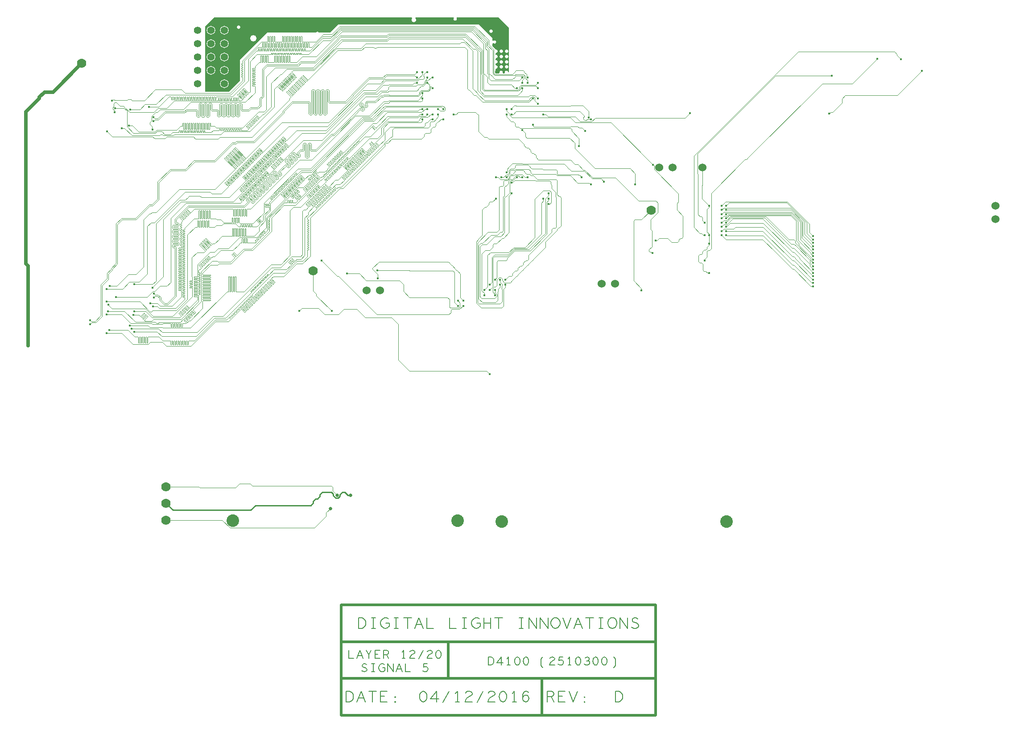
<source format=gbr>
G04 ================== begin FILE IDENTIFICATION RECORD ==================*
G04 Layout Name:  2510300_REV-D.brd*
G04 Film Name:    L12_sig5.gbr*
G04 File Format:  Gerber RS274X*
G04 File Origin:  Cadence Allegro 16.6-2015-S051*
G04 Origin Date:  Tue Apr 12 06:53:57 2016*
G04 *
G04 Layer:  VIA CLASS/L12_SIG5*
G04 Layer:  PIN/L12_SIG5*
G04 Layer:  ETCH/L12_SIG5*
G04 Layer:  DRAWING FORMAT/TITLE_BLOCK*
G04 *
G04 Offset:    (0.00 0.00)*
G04 Mirror:    No*
G04 Mode:      Positive*
G04 Rotation:  0*
G04 FullContactRelief:  No*
G04 UndefLineWidth:     0.00*
G04 ================== end FILE IDENTIFICATION RECORD ====================*
%FSLAX25Y25*MOIN*%
%IR0*IPPOS*OFA0.00000B0.00000*MIA0B0*SFA1.00000B1.00000*%
%ADD15C,.06*%
%ADD14C,.025*%
%ADD11C,.07*%
%ADD10C,.016*%
%ADD12C,.055*%
%ADD13C,.094*%
%ADD16C,.02*%
%ADD17C,.011*%
%ADD18C,.004*%
%ADD19C,.006*%
%ADD20C,.008*%
%ADD21C,.00399*%
%ADD23C,.02604*%
%ADD22C,.06504*%
%ADD24C,.04904*%
G75*
%LPD*%
G75*
G36*
G01X153300Y331700D02*
Y380500D01*
X160100Y387300D01*
X307690D01*
X307936Y386716D01*
X307844Y386621D01*
G03X310356I1256J-1221D01*
G01X310264Y386716D01*
X310510Y387300D01*
X338845D01*
X339118Y386764D01*
X339046Y386665D01*
G03X341154I1054J-765D01*
G01X341082Y386764D01*
X341355Y387300D01*
X372500D01*
X380200Y379600D01*
Y346400D01*
X379887Y346087D01*
X379697Y346278D01*
X379689Y346346D01*
G03X377128Y345895I-1293J-155D01*
G01X377150Y345801D01*
X376836Y345404D01*
X376019D01*
X375705Y345801D01*
X375727Y345895D01*
G03X373191I-1268J297D01*
G01X373213Y345801D01*
X372899Y345404D01*
X370196D01*
X369734Y345866D01*
Y347034D01*
X370200Y347500D01*
Y348510D01*
X370502Y348826D01*
X370582Y348829D01*
G03Y351431I-60J1301D01*
G01X370502Y351434D01*
X370200Y351750D01*
Y352446D01*
X370502Y352762D01*
X370582Y352765D01*
G03Y355367I-60J1301D01*
G01X370502Y355370D01*
X370200Y355686D01*
Y356384D01*
X370502Y356700D01*
X370582Y356703D01*
G03Y359305I-60J1301D01*
G01X370502Y359308D01*
X370200Y359624D01*
Y360321D01*
X370502Y360637D01*
X370582Y360640D01*
G03X370416Y363239I-60J1301D01*
G01X370408Y363238D01*
X370200D01*
Y363500D01*
X368000Y365700D01*
Y367629D01*
X368561Y367889D01*
X368658Y367806D01*
G03Y369794I842J994D01*
G01X368561Y369711D01*
X368000Y369971D01*
Y371800D01*
X357800Y382000D01*
X252800D01*
X246700Y375900D01*
X238261D01*
X238202Y375993D01*
G03X235998I-1102J-693D01*
G01X235939Y375900D01*
X199700D01*
X179100Y355300D01*
Y340000D01*
X170800Y331700D01*
X153300D01*
G37*
%LPC*%
G75*
G54D23*
X178334Y380066D03*
X378396Y350130D03*
X374459D03*
X378396Y354066D03*
Y358004D03*
X374459D03*
Y354066D03*
Y361941D03*
X367000Y376900D03*
X378396Y361941D03*
G54D22*
X157500Y357500D03*
Y347500D03*
X167500Y357500D03*
Y347500D03*
Y337500D03*
X157500Y377500D03*
Y367500D03*
X167500Y377500D03*
Y367500D03*
G54D24*
X189315Y371700D03*
%LPD*%
G75*
G54D10*
X20900Y141700D03*
X67200Y160553D03*
Y157648D03*
X81480Y153180D03*
X79620Y150820D03*
X81000Y172400D03*
X86400Y178000D03*
X79440Y174440D03*
X79590Y164990D03*
X80550Y167350D03*
X81850Y186250D03*
X79590Y183890D03*
X79900Y302000D03*
X85470Y316170D03*
X85800Y319200D03*
X90760Y304360D03*
X83626Y325027D03*
X98240Y154360D03*
X97000Y156600D03*
X100300Y152000D03*
X99400Y164500D03*
X100100Y167200D03*
X100070Y187430D03*
X97200Y318400D03*
X96200Y306200D03*
X114750Y177713D03*
X114300Y170900D03*
X112240Y173260D03*
X114750Y180618D03*
X113830Y185070D03*
X114550Y309548D03*
Y312453D03*
X113880Y303180D03*
X111350Y320150D03*
X223500Y167500D03*
X247764D03*
X240100Y205300D03*
X259100Y195600D03*
X282300Y192000D03*
X281800Y198000D03*
X315382Y310760D03*
X319319Y314696D03*
X315382D03*
X319319Y318634D03*
X315382D03*
Y326508D03*
Y330445D03*
X311445Y346193D03*
X319319Y338319D03*
X311445Y342256D03*
X315382Y346193D03*
X311445Y338319D03*
X319319Y342256D03*
Y346193D03*
X331130Y318634D03*
X327193D03*
Y314696D03*
X331130Y310760D03*
X323256Y314696D03*
Y310760D03*
Y334382D03*
Y342256D03*
X342141Y175296D03*
X346078D03*
X342141Y171359D03*
X346078D03*
X339004Y314696D03*
X365785Y120156D03*
X361848Y179234D03*
X369722D03*
X365785Y187108D03*
X361848Y183170D03*
X369722D03*
X365785D03*
X369722Y191044D03*
X370522Y251682D03*
Y267429D03*
Y346192D03*
X377596Y187108D03*
X373659Y191044D03*
Y187108D03*
X377596Y191044D03*
X382334Y255618D03*
X386271Y267429D03*
X374459Y267430D03*
X390208Y267429D03*
X378396Y267430D03*
X382334Y263492D03*
X378396Y271366D03*
Y318634D03*
X382334D03*
Y314696D03*
X390208Y302885D03*
X378396Y314696D03*
X386270Y334382D03*
X390207D03*
Y342256D03*
Y338319D03*
X405956Y251681D03*
X394145Y267429D03*
X398082Y306822D03*
X405956Y314696D03*
X402018Y334382D03*
X398081Y326508D03*
X402018D03*
Y322571D03*
Y338319D03*
X394144D03*
Y342256D03*
X409893Y247744D03*
Y255618D03*
Y251681D03*
X434700Y267500D03*
X441600Y262100D03*
X437200Y302300D03*
X432400Y290800D03*
X439900Y312300D03*
X441400Y310800D03*
X451300Y264300D03*
X474700Y262300D03*
X479100Y182900D03*
X487400Y210800D03*
X489951Y220250D03*
X488000Y276900D03*
X529809Y195762D03*
X526660Y205211D03*
Y224191D03*
X529809D03*
Y217809D03*
X526660Y233640D03*
X529809Y246238D03*
X515500Y315600D03*
X539340Y224191D03*
Y230490D03*
X542490Y227340D03*
Y230490D03*
Y224191D03*
X539340Y227340D03*
X542490Y246238D03*
X539340Y236789D03*
Y246238D03*
Y239939D03*
Y243088D03*
Y233640D03*
X542490D03*
Y236789D03*
Y239939D03*
Y243088D03*
X607500Y186000D03*
Y191000D03*
Y196000D03*
Y188500D03*
Y193500D03*
Y198500D03*
Y208500D03*
Y213500D03*
Y203500D03*
Y201000D03*
Y206000D03*
Y211000D03*
Y221000D03*
Y223500D03*
Y218500D03*
Y216000D03*
X619700Y315100D03*
X621483Y343417D03*
X655516Y356216D03*
X689000Y347400D03*
X673232Y356068D03*
G54D20*
G01X258500Y-125000D02*
Y-117000D01*
X261000D01*
X262000Y-117400D01*
X262750Y-117933D01*
X263375Y-118733D01*
X263875Y-119667D01*
X264000Y-121000D01*
X263875Y-122333D01*
X263375Y-123267D01*
X262750Y-124067D01*
X262000Y-124600D01*
X261000Y-125000D01*
X258500D01*
G01X266625D02*
X269750Y-117000D01*
X272875Y-125000D01*
G01X271750Y-122200D02*
X267750D01*
G01X278250Y-117000D02*
Y-125000D01*
G01X275375Y-117000D02*
X281125D01*
G01X289250Y-125000D02*
X284250D01*
Y-117000D01*
X289250D01*
G01X287250Y-120867D02*
X284250D01*
G01X295250Y-125267D02*
X295000Y-125133D01*
Y-124867D01*
X295250Y-124733D01*
X295500Y-124867D01*
Y-125133D01*
X295250Y-125267D01*
G01Y-121667D02*
X295000Y-121533D01*
Y-121267D01*
X295250Y-121133D01*
X295500Y-121267D01*
Y-121533D01*
X295250Y-121667D01*
G01X267750Y-70000D02*
Y-62000D01*
X270250D01*
X271250Y-62400D01*
X272000Y-62933D01*
X272625Y-63733D01*
X273125Y-64667D01*
X273250Y-66000D01*
X273125Y-67333D01*
X272625Y-68267D01*
X272000Y-69067D01*
X271250Y-69600D01*
X270250Y-70000D01*
X267750D01*
G01X277500Y-62000D02*
X280500D01*
G01X279000D02*
Y-70000D01*
G01X277500D02*
X280500D01*
G01X288250Y-66000D02*
X290750D01*
Y-68400D01*
X290000Y-69200D01*
X289125Y-69733D01*
X287875Y-70000D01*
X286625Y-69733D01*
X285750Y-69200D01*
X285000Y-68400D01*
X284500Y-67467D01*
X284250Y-66400D01*
Y-65467D01*
X284500Y-64667D01*
X285000Y-63733D01*
X285750Y-62933D01*
X286500Y-62400D01*
X287500Y-62000D01*
X288375D01*
X289375Y-62267D01*
X290125Y-62800D01*
G01X294500Y-62000D02*
X297500D01*
G01X296000D02*
Y-70000D01*
G01X294500D02*
X297500D01*
G01X304500Y-62000D02*
Y-70000D01*
G01X301625Y-62000D02*
X307375D01*
G01X309875Y-70000D02*
X313000Y-62000D01*
X316125Y-70000D01*
G01X315000Y-67200D02*
X311000D01*
G01X319000Y-62000D02*
Y-70000D01*
X324000D01*
G01X336000Y-62000D02*
Y-70000D01*
X341000D01*
G01X345500Y-62000D02*
X348500D01*
G01X347000D02*
Y-70000D01*
G01X345500D02*
X348500D01*
G01X356250Y-66000D02*
X358750D01*
Y-68400D01*
X358000Y-69200D01*
X357125Y-69733D01*
X355875Y-70000D01*
X354625Y-69733D01*
X353750Y-69200D01*
X353000Y-68400D01*
X352500Y-67467D01*
X352250Y-66400D01*
Y-65467D01*
X352500Y-64667D01*
X353000Y-63733D01*
X353750Y-62933D01*
X354500Y-62400D01*
X355500Y-62000D01*
X356375D01*
X357375Y-62267D01*
X358125Y-62800D01*
G01X361375Y-70000D02*
Y-62000D01*
G01X366625D02*
Y-70000D01*
G01Y-66000D02*
X361375D01*
G01X372500Y-62000D02*
Y-70000D01*
G01X369625Y-62000D02*
X375375D01*
G01X388000D02*
X391000D01*
G01X389500D02*
Y-70000D01*
G01X388000D02*
X391000D01*
G01X395125D02*
Y-62000D01*
X400875Y-70000D01*
Y-62000D01*
G01X403625Y-70000D02*
Y-62000D01*
X409375Y-70000D01*
Y-62000D01*
G01X415000Y-70000D02*
X414000Y-69867D01*
X413125Y-69333D01*
X412375Y-68533D01*
X411875Y-67600D01*
X411625Y-66533D01*
Y-65467D01*
X411875Y-64400D01*
X412375Y-63467D01*
X413125Y-62667D01*
X414000Y-62133D01*
X415000Y-62000D01*
X416000Y-62133D01*
X416875Y-62667D01*
X417625Y-63467D01*
X418125Y-64400D01*
X418375Y-65467D01*
Y-66533D01*
X418125Y-67600D01*
X417625Y-68533D01*
X416875Y-69333D01*
X416000Y-69867D01*
X415000Y-70000D01*
G01X420375Y-62000D02*
X423500Y-70000D01*
X426625Y-62000D01*
G01X428875Y-70000D02*
X432000Y-62000D01*
X435125Y-70000D01*
G01X434000Y-67200D02*
X430000D01*
G01X440500Y-62000D02*
Y-70000D01*
G01X437625Y-62000D02*
X443375D01*
G01X447500D02*
X450500D01*
G01X449000D02*
Y-70000D01*
G01X447500D02*
X450500D01*
G01X457500D02*
X456500Y-69867D01*
X455625Y-69333D01*
X454875Y-68533D01*
X454375Y-67600D01*
X454125Y-66533D01*
Y-65467D01*
X454375Y-64400D01*
X454875Y-63467D01*
X455625Y-62667D01*
X456500Y-62133D01*
X457500Y-62000D01*
X458500Y-62133D01*
X459375Y-62667D01*
X460125Y-63467D01*
X460625Y-64400D01*
X460875Y-65467D01*
Y-66533D01*
X460625Y-67600D01*
X460125Y-68533D01*
X459375Y-69333D01*
X458500Y-69867D01*
X457500Y-70000D01*
G01X463125D02*
Y-62000D01*
X468875Y-70000D01*
Y-62000D01*
G01X471875Y-68934D02*
X472875Y-69600D01*
X474000Y-70000D01*
X475000D01*
X476000Y-69600D01*
X476750Y-68934D01*
X477125Y-68000D01*
X476875Y-67067D01*
X476250Y-66267D01*
X475125Y-65733D01*
X473625Y-65467D01*
X472750Y-64933D01*
X472375Y-64000D01*
X472625Y-63067D01*
X473250Y-62400D01*
X474125Y-62000D01*
X475000D01*
X475875Y-62267D01*
X476625Y-62933D01*
G01X316250Y-117000D02*
X315250Y-117267D01*
X314500Y-117933D01*
X314000Y-118733D01*
X313625Y-119800D01*
X313500Y-121000D01*
X313625Y-122200D01*
X314000Y-123267D01*
X314500Y-124067D01*
X315250Y-124733D01*
X316250Y-125000D01*
X317250Y-124733D01*
X318000Y-124067D01*
X318500Y-123267D01*
X318875Y-122200D01*
X319000Y-121000D01*
X318875Y-119800D01*
X318500Y-118733D01*
X318000Y-117933D01*
X317250Y-117267D01*
X316250Y-117000D01*
G01X326250Y-125000D02*
Y-117000D01*
X321625Y-122733D01*
X327875D01*
G01X331000Y-125267D02*
X335500Y-117000D01*
G01X341750Y-125000D02*
Y-117000D01*
X340250Y-118600D01*
G01Y-125000D02*
X343250D01*
G01X347875Y-118333D02*
X348625Y-117533D01*
X349500Y-117133D01*
X350500Y-117000D01*
X351750Y-117267D01*
X352625Y-117933D01*
X352875Y-118733D01*
X352750Y-119534D01*
X352250Y-120200D01*
X349750Y-121533D01*
X348625Y-122467D01*
X347875Y-123800D01*
X347625Y-125000D01*
X352875D01*
G01X356500Y-125267D02*
X361000Y-117000D01*
G01X364875Y-118333D02*
X365625Y-117533D01*
X366500Y-117133D01*
X367500Y-117000D01*
X368750Y-117267D01*
X369625Y-117933D01*
X369875Y-118733D01*
X369750Y-119534D01*
X369250Y-120200D01*
X366750Y-121533D01*
X365625Y-122467D01*
X364875Y-123800D01*
X364625Y-125000D01*
X369875D01*
G01X375750Y-117000D02*
X374750Y-117267D01*
X374000Y-117933D01*
X373500Y-118733D01*
X373125Y-119800D01*
X373000Y-121000D01*
X373125Y-122200D01*
X373500Y-123267D01*
X374000Y-124067D01*
X374750Y-124733D01*
X375750Y-125000D01*
X376750Y-124733D01*
X377500Y-124067D01*
X378000Y-123267D01*
X378375Y-122200D01*
X378500Y-121000D01*
X378375Y-119800D01*
X378000Y-118733D01*
X377500Y-117933D01*
X376750Y-117267D01*
X375750Y-117000D01*
G01X384250Y-125000D02*
Y-117000D01*
X382750Y-118600D01*
G01Y-125000D02*
X385750D01*
G01X390375Y-121667D02*
X391250Y-120733D01*
X392000Y-120200D01*
X393000Y-119933D01*
X393875Y-120200D01*
X394500Y-120733D01*
X395000Y-121533D01*
X395125Y-122467D01*
X395000Y-123267D01*
X394500Y-124067D01*
X393750Y-124733D01*
X392875Y-125000D01*
X391875Y-124733D01*
X391000Y-123934D01*
X390500Y-122733D01*
X390375Y-121400D01*
X390625Y-119667D01*
X391000Y-118733D01*
X391625Y-117800D01*
X392500Y-117133D01*
X393375Y-117000D01*
X394250Y-117267D01*
X394875Y-117933D01*
G01X408750Y-125000D02*
Y-117000D01*
X411875D01*
X412875Y-117400D01*
X413500Y-117933D01*
X413750Y-119000D01*
X413500Y-120067D01*
X412750Y-120733D01*
X411875Y-121133D01*
X408750D01*
G01X411875D02*
X413750Y-125000D01*
G01X422250D02*
X417250D01*
Y-117000D01*
X422250D01*
G01X420250Y-120867D02*
X417250D01*
G01X425125Y-117000D02*
X428250Y-125000D01*
X431375Y-117000D01*
G01X436750Y-125267D02*
X436500Y-125133D01*
Y-124867D01*
X436750Y-124733D01*
X437000Y-124867D01*
Y-125133D01*
X436750Y-125267D01*
G01Y-121667D02*
X436500Y-121533D01*
Y-121267D01*
X436750Y-121133D01*
X437000Y-121267D01*
Y-121533D01*
X436750Y-121667D01*
G01X459750Y-125000D02*
Y-117000D01*
X462250D01*
X463250Y-117400D01*
X464000Y-117933D01*
X464625Y-118733D01*
X465125Y-119667D01*
X465250Y-121000D01*
X465125Y-122333D01*
X464625Y-123267D01*
X464000Y-124067D01*
X463250Y-124600D01*
X462250Y-125000D01*
X459750D01*
G54D11*
X61000Y353000D03*
X124000Y11000D03*
Y23500D03*
Y36000D03*
X234000Y197500D03*
X486500Y243000D03*
G54D21*
G01X67200Y160553D02*
X68053Y159700D01*
X70786D01*
X75201Y164114D01*
Y187114D01*
X79901Y191814D01*
Y195814D01*
X82801Y198714D01*
Y199414D01*
X86701Y203314D01*
Y232814D01*
X90786Y236899D01*
X101186D01*
X111486Y247199D01*
X113386D01*
X117601Y251414D01*
Y264114D01*
X127086Y273599D01*
X138386D01*
X144986Y280199D01*
X160186D01*
X173486Y293499D01*
X175686D01*
X176686Y294499D01*
X189486D01*
X211308Y316321D01*
Y317407D01*
X218200Y324300D01*
X230885D01*
X231698Y323487D01*
Y315527D01*
X231926Y315299D01*
X232247D01*
X232475Y315527D01*
Y332488D01*
X233288Y333301D01*
X234437D01*
X235250Y332488D01*
Y315527D01*
X235478Y315299D01*
X235799D01*
X236027Y315527D01*
Y332488D01*
X236840Y333301D01*
X237989D01*
X238802Y332488D01*
Y315527D01*
X239030Y315299D01*
X239351D01*
X239579Y315527D01*
Y332488D01*
X240392Y333301D01*
X241541D01*
X242354Y332488D01*
Y315527D01*
X242582Y315299D01*
X242903D01*
X243131Y315527D01*
Y332488D01*
X243944Y333301D01*
X245093D01*
X245906Y332488D01*
Y324528D01*
X246134Y324300D01*
X258000D01*
X262800Y329100D01*
Y329600D01*
X275399Y342199D01*
X286023D01*
X288548Y344724D01*
X291099D01*
X291121Y344702D01*
X301079D01*
X301080Y344703D01*
X306477D01*
X306478Y344702D01*
X309954D01*
X311445Y346193D01*
G01X67200Y157648D02*
X68453Y158901D01*
X71401D01*
X76200Y163700D01*
Y186700D01*
X80900Y191400D01*
Y195400D01*
X83800Y198300D01*
Y199000D01*
X87700Y202900D01*
Y232400D01*
X91200Y235900D01*
X101600D01*
X111900Y246200D01*
X113800D01*
X118600Y251000D01*
Y263700D01*
X127500Y272600D01*
X138800D01*
X145400Y279200D01*
X160600D01*
X173900Y292500D01*
X176100D01*
X177100Y293500D01*
X189900D01*
X212307Y315907D01*
Y316993D01*
X218614Y323301D01*
X230471D01*
X230699Y323073D01*
Y315113D01*
X231512Y314300D01*
X232661D01*
X233474Y315113D01*
Y332074D01*
X233702Y332302D01*
X234023D01*
X234251Y332074D01*
Y315113D01*
X235064Y314300D01*
X236213D01*
X237026Y315113D01*
Y332074D01*
X237254Y332302D01*
X237575D01*
X237803Y332074D01*
Y315113D01*
X238616Y314300D01*
X239765D01*
X240578Y315113D01*
Y332074D01*
X240806Y332302D01*
X241127D01*
X241355Y332074D01*
Y315113D01*
X242168Y314300D01*
X243317D01*
X244130Y315113D01*
Y332074D01*
X244358Y332302D01*
X244679D01*
X244907Y332074D01*
Y324114D01*
X245720Y323301D01*
X258414D01*
X263799Y328686D01*
Y329186D01*
X275813Y341200D01*
X286437D01*
X288962Y343725D01*
X290706D01*
X290728Y343703D01*
X291099D01*
X291142Y343746D01*
X292376D01*
X292419Y343703D01*
X295036D01*
X295079Y343746D01*
X296313D01*
X296356Y343703D01*
X298974D01*
X299017Y343746D01*
X300251D01*
X300294Y343703D01*
X301079D01*
X301080Y343704D01*
X302912D01*
X302954Y343746D01*
X304188D01*
X304230Y343704D01*
X306476D01*
X306477Y343703D01*
X306848D01*
X306891Y343746D01*
X308125D01*
X308168Y343703D01*
X309998D01*
X311445Y342256D01*
G01X327193Y314696D02*
Y312867D01*
X325400Y311074D01*
Y310702D01*
X323968Y309270D01*
X322000D01*
X321050Y308320D01*
Y305850D01*
X319755Y304555D01*
X294604D01*
X293249Y303200D01*
Y298331D01*
X292018Y297100D01*
X291600D01*
X288664Y294164D01*
X288161D01*
X286836Y292839D01*
Y292336D01*
X254900Y260400D01*
X252800D01*
X251570Y259170D01*
X251248D01*
X250570Y259848D01*
X250248D01*
X250020Y259620D01*
Y259298D01*
X250698Y258620D01*
Y258298D01*
X250470Y258070D01*
X250148D01*
X249470Y258748D01*
X249148D01*
X248920Y258520D01*
Y258198D01*
X249598Y257520D01*
Y257198D01*
X249370Y256970D01*
X249048D01*
X248370Y257648D01*
X248048D01*
X247820Y257420D01*
Y257098D01*
X248498Y256420D01*
Y256098D01*
X248270Y255870D01*
X247948D01*
X247270Y256548D01*
X246948D01*
X246720Y256320D01*
Y255998D01*
X247398Y255320D01*
Y254998D01*
X247170Y254770D01*
X246848D01*
X246170Y255448D01*
X245848D01*
X245620Y255220D01*
Y254898D01*
X246298Y254220D01*
Y253898D01*
X246070Y253670D01*
X245748D01*
X245070Y254348D01*
X244748D01*
X244520Y254120D01*
Y253798D01*
X245198Y253120D01*
Y252798D01*
X244970Y252570D01*
X244648D01*
X243970Y253248D01*
X243648D01*
X243420Y253020D01*
Y252698D01*
X244098Y252020D01*
Y251698D01*
X243870Y251470D01*
X243548D01*
X242870Y252148D01*
X242548D01*
X242320Y251920D01*
Y251598D01*
X242998Y250920D01*
Y250598D01*
X242770Y250370D01*
X242448D01*
X241770Y251048D01*
X241448D01*
X241220Y250820D01*
Y250498D01*
X241898Y249820D01*
Y249498D01*
X241670Y249270D01*
X241348D01*
X240670Y249948D01*
X240348D01*
X240120Y249720D01*
Y249398D01*
X240798Y248720D01*
Y248398D01*
X240570Y248170D01*
X240248D01*
X239570Y248848D01*
X239248D01*
X239020Y248620D01*
Y248298D01*
X239698Y247620D01*
Y247298D01*
X239470Y247070D01*
X239148D01*
X238470Y247748D01*
X238148D01*
X237920Y247520D01*
Y247198D01*
X238598Y246520D01*
Y246198D01*
X238370Y245970D01*
X238048D01*
X237370Y246648D01*
X237048D01*
X236820Y246420D01*
Y246098D01*
X237498Y245420D01*
Y245098D01*
X237270Y244870D01*
X236948D01*
X236270Y245548D01*
X235948D01*
X235720Y245320D01*
Y244998D01*
X236398Y244320D01*
Y243998D01*
X229600Y237200D01*
Y236104D01*
X229828Y235876D01*
X230272D01*
X230500Y235648D01*
Y235327D01*
X230272Y235099D01*
X229828D01*
X229600Y234871D01*
Y234550D01*
X229828Y234322D01*
X230272D01*
X230500Y234094D01*
Y233773D01*
X230272Y233545D01*
X229828D01*
X229600Y233317D01*
Y232996D01*
X229828Y232768D01*
X230272D01*
X230500Y232540D01*
Y232219D01*
X230272Y231991D01*
X229828D01*
X229600Y231763D01*
Y231442D01*
X229828Y231214D01*
X230272D01*
X230500Y230986D01*
Y230665D01*
X230272Y230437D01*
X229828D01*
X229600Y230209D01*
Y229888D01*
X229828Y229660D01*
X230272D01*
X230500Y229432D01*
Y229111D01*
X230272Y228883D01*
X229828D01*
X229600Y228655D01*
Y228334D01*
X229828Y228106D01*
X230272D01*
X230500Y227878D01*
Y227557D01*
X230272Y227329D01*
X229828D01*
X229600Y227101D01*
Y226780D01*
X229828Y226552D01*
X230272D01*
X230500Y226324D01*
Y226003D01*
X230272Y225775D01*
X229828D01*
X229600Y225547D01*
Y225226D01*
X229828Y224998D01*
X230272D01*
X230500Y224770D01*
Y224449D01*
X230272Y224221D01*
X229828D01*
X229600Y223993D01*
Y223672D01*
X229828Y223444D01*
X230272D01*
X230500Y223216D01*
Y222895D01*
X230272Y222667D01*
X229828D01*
X229600Y222439D01*
Y222118D01*
X229828Y221890D01*
X230272D01*
X230500Y221662D01*
Y221341D01*
X230272Y221113D01*
X229828D01*
X229600Y220885D01*
Y220564D01*
X229828Y220336D01*
X230272D01*
X230500Y220108D01*
Y219787D01*
X230272Y219559D01*
X229828D01*
X229600Y219331D01*
Y219010D01*
X229828Y218782D01*
X230272D01*
X230500Y218554D01*
Y218233D01*
X230272Y218005D01*
X229828D01*
X229600Y217777D01*
Y217456D01*
X229828Y217228D01*
X230272D01*
X230500Y217000D01*
Y216679D01*
X230272Y216451D01*
X229828D01*
X229600Y216223D01*
Y215902D01*
X229828Y215674D01*
X230272D01*
X230500Y215446D01*
Y215125D01*
X230272Y214897D01*
X229828D01*
X229600Y214669D01*
Y214348D01*
X229828Y214120D01*
X230272D01*
X230500Y213892D01*
Y213571D01*
X230272Y213343D01*
X229828D01*
X229600Y213115D01*
Y208300D01*
X226200Y204900D01*
X221900D01*
X212800Y195800D01*
X204200D01*
X188206Y179806D01*
Y179484D01*
X188534Y179156D01*
Y178834D01*
X188306Y178606D01*
X187984D01*
X187656Y178934D01*
X187334D01*
X187106Y178706D01*
Y178384D01*
X187434Y178056D01*
Y177734D01*
X187206Y177506D01*
X186884D01*
X186556Y177834D01*
X186234D01*
X186006Y177606D01*
Y177284D01*
X186334Y176956D01*
Y176634D01*
X186106Y176406D01*
X185784D01*
X185456Y176734D01*
X185134D01*
X184906Y176506D01*
Y176184D01*
X185234Y175856D01*
Y175534D01*
X185006Y175306D01*
X184684D01*
X184356Y175634D01*
X184034D01*
X183806Y175406D01*
Y175084D01*
X184134Y174756D01*
Y174434D01*
X183906Y174206D01*
X183584D01*
X183256Y174534D01*
X182934D01*
X182706Y174306D01*
Y173984D01*
X183034Y173656D01*
Y173334D01*
X182806Y173106D01*
X182484D01*
X182156Y173434D01*
X181834D01*
X181606Y173206D01*
Y172884D01*
X181934Y172556D01*
Y172234D01*
X181706Y172006D01*
X181384D01*
X181056Y172334D01*
X180734D01*
X180506Y172106D01*
Y171784D01*
X180834Y171456D01*
Y171134D01*
X180606Y170906D01*
X180284D01*
X179956Y171234D01*
X179634D01*
X179406Y171006D01*
Y170684D01*
X179734Y170356D01*
Y170034D01*
X179506Y169806D01*
X179184D01*
X178856Y170134D01*
X178534D01*
X178306Y169906D01*
Y169584D01*
X178634Y169256D01*
Y168934D01*
X178406Y168706D01*
X178084D01*
X177756Y169034D01*
X177434D01*
X177206Y168806D01*
Y168484D01*
X177534Y168156D01*
Y167834D01*
X177306Y167606D01*
X176984D01*
X176656Y167934D01*
X176334D01*
X176106Y167706D01*
Y167384D01*
X176434Y167056D01*
Y166734D01*
X176206Y166506D01*
X175884D01*
X175556Y166834D01*
X175234D01*
X175006Y166606D01*
Y166284D01*
X175334Y165956D01*
Y165634D01*
X175106Y165406D01*
X174784D01*
X174456Y165734D01*
X174134D01*
X173906Y165506D01*
Y165184D01*
X174234Y164856D01*
Y164534D01*
X174006Y164306D01*
X173684D01*
X173356Y164634D01*
X173034D01*
X172806Y164406D01*
Y164084D01*
X173134Y163756D01*
Y163434D01*
X172906Y163206D01*
X172584D01*
X172256Y163534D01*
X171934D01*
X171706Y163306D01*
Y162984D01*
X172034Y162656D01*
Y162334D01*
X171806Y162106D01*
X171484D01*
X171156Y162434D01*
X170834D01*
X169200Y160800D01*
X160800D01*
X145200Y145200D01*
X140777D01*
X140549Y144972D01*
Y142528D01*
X140321Y142300D01*
X140000D01*
X139772Y142528D01*
Y144972D01*
X139544Y145200D01*
X139223D01*
X138995Y144972D01*
Y142528D01*
X138767Y142300D01*
X138446D01*
X138218Y142528D01*
Y144972D01*
X137990Y145200D01*
X137669D01*
X137441Y144972D01*
Y142528D01*
X137213Y142300D01*
X136892D01*
X136664Y142528D01*
Y144972D01*
X136436Y145200D01*
X136115D01*
X135887Y144972D01*
Y142528D01*
X135659Y142300D01*
X135338D01*
X135110Y142528D01*
Y144972D01*
X134882Y145200D01*
X134561D01*
X134333Y144972D01*
Y142528D01*
X134105Y142300D01*
X133784D01*
X133556Y142528D01*
Y144972D01*
X133328Y145200D01*
X133007D01*
X132779Y144972D01*
Y142528D01*
X132551Y142300D01*
X132230D01*
X132002Y142528D01*
Y144972D01*
X131774Y145200D01*
X131453D01*
X131225Y144972D01*
Y142528D01*
X130997Y142300D01*
X130676D01*
X130448Y142528D01*
Y144972D01*
X130220Y145200D01*
X129899D01*
X129671Y144972D01*
Y142528D01*
X129443Y142300D01*
X129122D01*
X128894Y142528D01*
Y144972D01*
X128666Y145200D01*
X128345D01*
X128117Y144972D01*
Y142528D01*
X127889Y142300D01*
X127568D01*
X127340Y142528D01*
Y144972D01*
X127112Y145200D01*
X121500D01*
X118550Y148150D01*
X110391D01*
X110163Y147922D01*
Y143928D01*
X109935Y143700D01*
X109614D01*
X109386Y143928D01*
Y147922D01*
X109158Y148150D01*
X108837D01*
X108609Y147922D01*
Y143928D01*
X108381Y143700D01*
X108060D01*
X107832Y143928D01*
Y147922D01*
X107604Y148150D01*
X107283D01*
X107055Y147922D01*
Y143928D01*
X106827Y143700D01*
X106506D01*
X106278Y143928D01*
Y147922D01*
X106050Y148150D01*
X105729D01*
X105501Y147922D01*
Y143928D01*
X105273Y143700D01*
X104952D01*
X104724Y143928D01*
Y147922D01*
X104496Y148150D01*
X104175D01*
X103947Y147922D01*
Y143928D01*
X103719Y143700D01*
X103398D01*
X103170Y143928D01*
Y147922D01*
X102942Y148150D01*
X100461D01*
X95431Y153180D01*
X81480D01*
G01X79620Y150820D02*
X90980D01*
X99100Y142700D01*
X110593D01*
X112293Y144400D01*
X121233D01*
X124233Y141400D01*
X142600D01*
X160900Y159700D01*
X170500D01*
X179810Y169010D01*
X180132D01*
X182610Y166532D01*
X182932D01*
X183160Y166760D01*
Y167082D01*
X180682Y169560D01*
Y169882D01*
X180910Y170110D01*
X181232D01*
X183710Y167632D01*
X184032D01*
X184260Y167860D01*
Y168182D01*
X181782Y170660D01*
Y170982D01*
X182010Y171210D01*
X182332D01*
X184810Y168732D01*
X185132D01*
X185360Y168960D01*
Y169282D01*
X182882Y171760D01*
Y172082D01*
X183110Y172310D01*
X183432D01*
X185910Y169832D01*
X186232D01*
X186460Y170060D01*
Y170382D01*
X183982Y172860D01*
Y173182D01*
X184210Y173410D01*
X184532D01*
X187010Y170932D01*
X187332D01*
X187560Y171160D01*
Y171482D01*
X185082Y173960D01*
Y174282D01*
X185310Y174510D01*
X185632D01*
X188110Y172032D01*
X188432D01*
X188660Y172260D01*
Y172582D01*
X186182Y175060D01*
Y175382D01*
X186410Y175610D01*
X186732D01*
X189210Y173132D01*
X189532D01*
X189760Y173360D01*
Y173682D01*
X187282Y176160D01*
Y176482D01*
X187510Y176710D01*
X187832D01*
X190310Y174232D01*
X190632D01*
X190860Y174460D01*
Y174782D01*
X188382Y177260D01*
Y177582D01*
X188610Y177810D01*
X188932D01*
X191410Y175332D01*
X191732D01*
X191960Y175560D01*
Y175882D01*
X189482Y178360D01*
Y178682D01*
X189710Y178910D01*
X190032D01*
X192510Y176432D01*
X192832D01*
X193060Y176660D01*
Y176982D01*
X190582Y179460D01*
Y179782D01*
X190810Y180010D01*
X191132D01*
X193610Y177532D01*
X193932D01*
X194160Y177760D01*
Y178082D01*
X191682Y180560D01*
Y180882D01*
X191910Y181110D01*
X192232D01*
X194710Y178632D01*
X195032D01*
X195260Y178860D01*
Y179182D01*
X192782Y181660D01*
Y181982D01*
X193010Y182210D01*
X193332D01*
X195810Y179732D01*
X196132D01*
X196360Y179960D01*
Y180282D01*
X193882Y182760D01*
Y183082D01*
X194110Y183310D01*
X194432D01*
X196910Y180832D01*
X197232D01*
X197460Y181060D01*
Y181382D01*
X194982Y183860D01*
Y184182D01*
X195210Y184410D01*
X195532D01*
X198010Y181932D01*
X198332D01*
X198560Y182160D01*
Y182482D01*
X196082Y184960D01*
Y185282D01*
X196310Y185510D01*
X196632D01*
X199110Y183032D01*
X199432D01*
X199660Y183260D01*
Y183582D01*
X197182Y186060D01*
Y186382D01*
X197410Y186610D01*
X197732D01*
X200210Y184132D01*
X200532D01*
X200760Y184360D01*
Y184682D01*
X198282Y187160D01*
Y187482D01*
X198510Y187710D01*
X198832D01*
X201310Y185232D01*
X201632D01*
X201860Y185460D01*
Y185782D01*
X199382Y188260D01*
Y188582D01*
X199610Y188810D01*
X199932D01*
X202410Y186332D01*
X202732D01*
X202960Y186560D01*
Y186882D01*
X200482Y189360D01*
Y189682D01*
X200710Y189910D01*
X201032D01*
X203510Y187432D01*
X203832D01*
X204060Y187660D01*
Y187982D01*
X201582Y190460D01*
Y190782D01*
X201810Y191010D01*
X202132D01*
X204610Y188532D01*
X204932D01*
X205160Y188760D01*
Y189082D01*
X202682Y191560D01*
Y191882D01*
X204200Y193400D01*
X211900D01*
X221400Y202900D01*
X226000D01*
X231800Y208700D01*
Y237100D01*
X253800Y259100D01*
X256100D01*
X277300Y280300D01*
Y280600D01*
X287610Y290910D01*
Y291110D01*
X287611Y291111D01*
Y292517D01*
X288483Y293389D01*
X289889D01*
X292700Y296200D01*
X314741D01*
X316872Y298331D01*
Y299565D01*
X317745Y300438D01*
X320988D01*
X321766Y301216D01*
Y303666D01*
X323432Y305332D01*
X324924D01*
X325702Y306110D01*
Y307702D01*
X327270Y309270D01*
X327810D01*
X329300Y310760D01*
X331130D01*
G01Y318634D02*
X329464Y320300D01*
X288400D01*
X278600Y310500D01*
X271699D01*
X232499Y271300D01*
X225193D01*
X201954Y248061D01*
Y242456D01*
X198000Y238502D01*
Y234800D01*
X193490Y230290D01*
Y227185D01*
X189805Y223500D01*
X183715D01*
X183487Y223728D01*
Y229172D01*
X183259Y229400D01*
X182938D01*
X182710Y229172D01*
Y223728D01*
X182482Y223500D01*
X182161D01*
X181933Y223728D01*
Y229172D01*
X181705Y229400D01*
X181384D01*
X181156Y229172D01*
Y223728D01*
X180928Y223500D01*
X180607D01*
X180379Y223728D01*
Y229172D01*
X180151Y229400D01*
X179830D01*
X179602Y229172D01*
Y223728D01*
X179374Y223500D01*
X179053D01*
X178825Y223728D01*
Y229172D01*
X178597Y229400D01*
X178276D01*
X178048Y229172D01*
Y223728D01*
X177820Y223500D01*
X177499D01*
X177271Y223728D01*
Y229172D01*
X177043Y229400D01*
X176722D01*
X176494Y229172D01*
Y223728D01*
X176266Y223500D01*
X175945D01*
X175717Y223728D01*
Y229172D01*
X175489Y229400D01*
X175168D01*
X174940Y229172D01*
Y223728D01*
X174712Y223500D01*
X174391D01*
X174163Y223728D01*
Y229172D01*
X173935Y229400D01*
X173614D01*
X173386Y229172D01*
Y223728D01*
X173158Y223500D01*
X165900D01*
X163900Y221500D01*
Y221393D01*
X160292Y217785D01*
X158785D01*
X158546Y217546D01*
X158224D01*
X153796Y221974D01*
X153474D01*
X153246Y221746D01*
Y221424D01*
X157674Y216996D01*
Y216674D01*
X157446Y216446D01*
X157124D01*
X152696Y220874D01*
X152374D01*
X152146Y220646D01*
Y220324D01*
X156574Y215896D01*
Y215574D01*
X156346Y215346D01*
X156024D01*
X151596Y219774D01*
X151274D01*
X151046Y219546D01*
Y219224D01*
X155474Y214796D01*
Y214474D01*
X155246Y214246D01*
X154924D01*
X150496Y218674D01*
X150174D01*
X149946Y218446D01*
Y218124D01*
X154374Y213696D01*
Y213374D01*
X154146Y213146D01*
X153824D01*
X149396Y217574D01*
X149074D01*
X148846Y217346D01*
Y217024D01*
X153274Y212596D01*
Y212274D01*
X152300Y211300D01*
X147100D01*
X143300Y207500D01*
Y193277D01*
X143700Y192877D01*
Y190476D01*
X143472Y190248D01*
X141828D01*
X141600Y190020D01*
Y189699D01*
X141828Y189471D01*
X143472D01*
X143700Y189243D01*
Y188922D01*
X143472Y188694D01*
X141828D01*
X141600Y188466D01*
Y188145D01*
X141828Y187917D01*
X143472D01*
X143700Y187689D01*
Y187368D01*
X143472Y187140D01*
X141828D01*
X141600Y186912D01*
Y186591D01*
X141828Y186363D01*
X143472D01*
X143700Y186135D01*
Y185814D01*
X143472Y185586D01*
X141828D01*
X141600Y185358D01*
Y185037D01*
X141828Y184809D01*
X143472D01*
X143700Y184581D01*
Y178300D01*
X128910Y163510D01*
X114190D01*
X108500Y169200D01*
X83588D01*
X81000Y171788D01*
Y172400D01*
G01X86400Y178000D02*
X110000D01*
X114200Y182200D01*
X115507D01*
X119422Y186115D01*
X124682D01*
X127500Y188933D01*
Y236800D01*
X138800Y248100D01*
X179400D01*
X180610Y249310D01*
Y249632D01*
X178482Y251760D01*
Y252082D01*
X178710Y252310D01*
X179032D01*
X181160Y250182D01*
X181482D01*
X181710Y250410D01*
Y250732D01*
X179582Y252860D01*
Y253182D01*
X179810Y253410D01*
X180132D01*
X182260Y251282D01*
X182582D01*
X182810Y251510D01*
Y251832D01*
X180682Y253960D01*
Y254282D01*
X180910Y254510D01*
X181232D01*
X183360Y252382D01*
X183682D01*
X183910Y252610D01*
Y252932D01*
X181782Y255060D01*
Y255382D01*
X182010Y255610D01*
X182332D01*
X184460Y253482D01*
X184782D01*
X185010Y253710D01*
Y254032D01*
X182882Y256160D01*
Y256482D01*
X183110Y256710D01*
X183432D01*
X185560Y254582D01*
X185882D01*
X186110Y254810D01*
Y255132D01*
X183982Y257260D01*
Y257582D01*
X184210Y257810D01*
X184532D01*
X186660Y255682D01*
X186982D01*
X187210Y255910D01*
Y256232D01*
X185082Y258360D01*
Y258682D01*
X185310Y258910D01*
X185632D01*
X187760Y256782D01*
X188082D01*
X188310Y257010D01*
Y257332D01*
X186182Y259460D01*
Y259782D01*
X186410Y260010D01*
X186732D01*
X188860Y257882D01*
X189182D01*
X189410Y258110D01*
Y258432D01*
X187282Y260560D01*
Y260882D01*
X187510Y261110D01*
X187832D01*
X189960Y258982D01*
X190282D01*
X190510Y259210D01*
Y259532D01*
X188382Y261660D01*
Y261982D01*
X188610Y262210D01*
X188932D01*
X191060Y260082D01*
X191382D01*
X191610Y260310D01*
Y260632D01*
X189482Y262760D01*
Y263082D01*
X189710Y263310D01*
X190032D01*
X192160Y261182D01*
X192482D01*
X192710Y261410D01*
Y261732D01*
X190582Y263860D01*
Y264182D01*
X190810Y264410D01*
X191132D01*
X193260Y262282D01*
X193582D01*
X193810Y262510D01*
Y262832D01*
X191682Y264960D01*
Y265282D01*
X191910Y265510D01*
X192232D01*
X194360Y263382D01*
X194682D01*
X194910Y263610D01*
Y263932D01*
X192782Y266060D01*
Y266382D01*
X193010Y266610D01*
X193332D01*
X195460Y264482D01*
X195782D01*
X196010Y264710D01*
Y265032D01*
X193882Y267160D01*
Y267482D01*
X194110Y267710D01*
X194432D01*
X196560Y265582D01*
X196882D01*
X197110Y265810D01*
Y266132D01*
X194982Y268260D01*
Y268582D01*
X195210Y268810D01*
X195532D01*
X197660Y266682D01*
X197982D01*
X198210Y266910D01*
Y267232D01*
X196082Y269360D01*
Y269682D01*
X196310Y269910D01*
X196632D01*
X198760Y267782D01*
X199082D01*
X199310Y268010D01*
Y268332D01*
X197182Y270460D01*
Y270782D01*
X197410Y271010D01*
X197732D01*
X199860Y268882D01*
X200182D01*
X200410Y269110D01*
Y269432D01*
X198282Y271560D01*
Y271882D01*
X198510Y272110D01*
X198832D01*
X200960Y269982D01*
X201282D01*
X204467Y273167D01*
Y273489D01*
X202489Y275467D01*
Y275789D01*
X202717Y276017D01*
X203039D01*
X205017Y274039D01*
X205339D01*
X205567Y274267D01*
Y274589D01*
X203589Y276567D01*
Y276889D01*
X203817Y277117D01*
X204139D01*
X206117Y275139D01*
X206439D01*
X206667Y275367D01*
Y275689D01*
X204689Y277667D01*
Y277989D01*
X204917Y278217D01*
X205239D01*
X207217Y276239D01*
X207539D01*
X207767Y276467D01*
Y276789D01*
X205789Y278767D01*
Y279089D01*
X206017Y279317D01*
X206339D01*
X208317Y277339D01*
X208639D01*
X208867Y277567D01*
Y277889D01*
X206889Y279867D01*
Y280189D01*
X207117Y280417D01*
X207439D01*
X209417Y278439D01*
X209739D01*
X209967Y278667D01*
Y278989D01*
X207989Y280967D01*
Y281289D01*
X208217Y281517D01*
X208539D01*
X210517Y279539D01*
X210839D01*
X211067Y279767D01*
Y280089D01*
X209089Y282067D01*
Y282389D01*
X209317Y282617D01*
X209639D01*
X211617Y280639D01*
X211939D01*
X226500Y295200D01*
X240400D01*
X273200Y328000D01*
X282000D01*
X285150Y331150D01*
X289650D01*
X290900Y332400D01*
X311569D01*
X312934Y333765D01*
Y334134D01*
X314851Y336051D01*
X316321D01*
X317829Y337559D01*
Y338936D01*
X318702Y339809D01*
X319608D01*
X322055Y342256D01*
X323256D01*
G01X79440Y174440D02*
X104533D01*
X111933Y167040D01*
X113167D01*
X114040Y167913D01*
X115614D01*
X115627Y167900D01*
X131700D01*
X140000Y176200D01*
Y224600D01*
X145785Y230385D01*
X147248D01*
X147476Y230613D01*
Y234872D01*
X147704Y235100D01*
X148025D01*
X148253Y234872D01*
Y230613D01*
X148481Y230385D01*
X148802D01*
X149030Y230613D01*
Y234872D01*
X149258Y235100D01*
X149579D01*
X149807Y234872D01*
Y230613D01*
X150035Y230385D01*
X150356D01*
X150584Y230613D01*
Y234872D01*
X150812Y235100D01*
X151133D01*
X151361Y234872D01*
Y230613D01*
X151589Y230385D01*
X151910D01*
X152138Y230613D01*
Y234872D01*
X152366Y235100D01*
X152687D01*
X152915Y234872D01*
Y230613D01*
X153143Y230385D01*
X153464D01*
X153692Y230613D01*
Y234872D01*
X153920Y235100D01*
X154241D01*
X154469Y234872D01*
Y230613D01*
X154697Y230385D01*
X155018D01*
X155246Y230613D01*
Y234872D01*
X155474Y235100D01*
X155795D01*
X156023Y234872D01*
Y230613D01*
X156251Y230385D01*
X160292D01*
X161417Y231510D01*
X165630D01*
X166919Y232799D01*
X175911D01*
X178200Y230510D01*
X179382D01*
X179610Y230738D01*
Y231872D01*
X179838Y232100D01*
X180159D01*
X180387Y231872D01*
Y230738D01*
X180615Y230510D01*
X180936D01*
X181164Y230738D01*
Y231872D01*
X181392Y232100D01*
X181713D01*
X181941Y231872D01*
Y230738D01*
X182169Y230510D01*
X182490D01*
X182718Y230738D01*
Y231872D01*
X182946Y232100D01*
X183267D01*
X183495Y231872D01*
Y230738D01*
X183723Y230510D01*
X184044D01*
X184272Y230738D01*
Y231872D01*
X184500Y232100D01*
X184821D01*
X185049Y231872D01*
Y230738D01*
X185277Y230510D01*
X185598D01*
X185826Y230738D01*
Y231872D01*
X186054Y232100D01*
X186375D01*
X186603Y231872D01*
Y230738D01*
X186831Y230510D01*
X187152D01*
X187380Y230738D01*
Y231872D01*
X187608Y232100D01*
X187929D01*
X188157Y231872D01*
Y230738D01*
X188385Y230510D01*
X191617D01*
X192490Y231383D01*
Y231390D01*
X193771Y232671D01*
Y232993D01*
X192193Y234571D01*
Y234893D01*
X192421Y235121D01*
X192743D01*
X194321Y233543D01*
X194643D01*
X194871Y233771D01*
Y234093D01*
X193293Y235671D01*
Y235993D01*
X193521Y236221D01*
X193843D01*
X195421Y234643D01*
X195743D01*
X196700Y235600D01*
Y238900D01*
X201177Y243377D01*
Y245177D01*
X200949Y245405D01*
X198228D01*
X198000Y245633D01*
Y245954D01*
X198228Y246182D01*
X200949D01*
X201177Y246410D01*
Y246731D01*
X200949Y246959D01*
X198228D01*
X198000Y247187D01*
Y247508D01*
X198228Y247736D01*
X200949D01*
X201177Y247964D01*
Y248877D01*
X202761Y250461D01*
Y250783D01*
X201884Y251660D01*
Y251982D01*
X202112Y252210D01*
X202434D01*
X203311Y251333D01*
X203633D01*
X203861Y251561D01*
Y251883D01*
X202984Y252760D01*
Y253082D01*
X203212Y253310D01*
X203534D01*
X204411Y252433D01*
X204733D01*
X204961Y252661D01*
Y252983D01*
X204084Y253860D01*
Y254182D01*
X204312Y254410D01*
X204634D01*
X205511Y253533D01*
X205833D01*
X206061Y253761D01*
Y254083D01*
X205184Y254960D01*
Y255282D01*
X205412Y255510D01*
X205734D01*
X206611Y254633D01*
X206933D01*
X207161Y254861D01*
Y255183D01*
X206284Y256060D01*
Y256382D01*
X206512Y256610D01*
X206834D01*
X207711Y255733D01*
X208033D01*
X208261Y255961D01*
Y256283D01*
X207384Y257160D01*
Y257482D01*
X207612Y257710D01*
X207934D01*
X208811Y256833D01*
X209133D01*
X209361Y257061D01*
Y257383D01*
X208484Y258260D01*
Y258582D01*
X208712Y258810D01*
X209034D01*
X209911Y257933D01*
X210233D01*
X210461Y258161D01*
Y258483D01*
X209584Y259360D01*
Y259682D01*
X209812Y259910D01*
X210134D01*
X211011Y259033D01*
X211333D01*
X211561Y259261D01*
Y259583D01*
X210684Y260460D01*
Y260782D01*
X210912Y261010D01*
X211234D01*
X212111Y260133D01*
X212433D01*
X212661Y260361D01*
Y260683D01*
X211784Y261560D01*
Y261882D01*
X212012Y262110D01*
X212334D01*
X213211Y261233D01*
X213533D01*
X213761Y261461D01*
Y261783D01*
X212884Y262660D01*
Y262982D01*
X213112Y263210D01*
X213434D01*
X214311Y262333D01*
X214633D01*
X214861Y262561D01*
Y262883D01*
X213984Y263760D01*
Y264082D01*
X214212Y264310D01*
X214534D01*
X215411Y263433D01*
X215733D01*
X215961Y263661D01*
Y263983D01*
X215084Y264860D01*
Y265182D01*
X215312Y265410D01*
X215634D01*
X216511Y264533D01*
X216833D01*
X217061Y264761D01*
Y265083D01*
X216184Y265960D01*
Y266282D01*
X216412Y266510D01*
X216734D01*
X217611Y265633D01*
X217933D01*
X218161Y265861D01*
Y266183D01*
X217284Y267060D01*
Y267382D01*
X217512Y267610D01*
X217834D01*
X218711Y266733D01*
X219033D01*
X219261Y266961D01*
Y267283D01*
X218384Y268160D01*
Y268482D01*
X218612Y268710D01*
X218934D01*
X219811Y267833D01*
X220133D01*
X220361Y268061D01*
Y268383D01*
X219484Y269260D01*
Y269582D01*
X219712Y269810D01*
X220034D01*
X220911Y268933D01*
X221233D01*
X221461Y269161D01*
Y269483D01*
X220584Y270360D01*
Y270682D01*
X220812Y270910D01*
X221134D01*
X222011Y270033D01*
X222333D01*
X224900Y272600D01*
X232200D01*
X271100Y311500D01*
X277800D01*
X285095Y318795D01*
X285123D01*
X287405Y321077D01*
X330969D01*
X332620Y319426D01*
Y318017D01*
X331747Y317144D01*
X328900D01*
X327410Y318634D01*
X327193D01*
G01X79590Y164990D02*
X90710D01*
X97490Y158210D01*
X113167D01*
X113844Y157533D01*
X121200D01*
X121790Y158123D01*
X127321D01*
X127549Y157895D01*
Y155828D01*
X127777Y155600D01*
X128098D01*
X128326Y155828D01*
Y157895D01*
X128554Y158123D01*
X128875D01*
X129103Y157895D01*
Y155828D01*
X129331Y155600D01*
X129652D01*
X129880Y155828D01*
Y157895D01*
X130108Y158123D01*
X130429D01*
X130657Y157895D01*
Y155828D01*
X130885Y155600D01*
X131206D01*
X131434Y155828D01*
Y157895D01*
X131662Y158123D01*
X131983D01*
X132211Y157895D01*
Y155828D01*
X132439Y155600D01*
X132760D01*
X132988Y155828D01*
Y157895D01*
X133216Y158123D01*
X133537D01*
X133765Y157895D01*
Y155828D01*
X133993Y155600D01*
X134314D01*
X134542Y155828D01*
Y157895D01*
X134770Y158123D01*
X135091D01*
X135319Y157895D01*
Y155828D01*
X135547Y155600D01*
X135868D01*
X136096Y155828D01*
Y157895D01*
X136324Y158123D01*
X138923D01*
X141100Y160300D01*
X142077D01*
X151200Y169423D01*
Y175047D01*
X151428Y175275D01*
X156972D01*
X157200Y175503D01*
Y175824D01*
X156972Y176052D01*
X151428D01*
X151200Y176280D01*
Y176601D01*
X151428Y176829D01*
X156972D01*
X157200Y177057D01*
Y177378D01*
X156972Y177606D01*
X151428D01*
X151200Y177834D01*
Y178155D01*
X151428Y178383D01*
X156972D01*
X157200Y178611D01*
Y178932D01*
X156972Y179160D01*
X151428D01*
X151200Y179388D01*
Y179709D01*
X151428Y179937D01*
X156972D01*
X157200Y180165D01*
Y180486D01*
X156972Y180714D01*
X151428D01*
X151200Y180942D01*
Y181263D01*
X151428Y181491D01*
X156972D01*
X157200Y181719D01*
Y182040D01*
X156972Y182268D01*
X151428D01*
X151200Y182496D01*
Y182817D01*
X151428Y183045D01*
X156972D01*
X157200Y183273D01*
Y183594D01*
X156972Y183822D01*
X151428D01*
X151200Y184050D01*
Y184371D01*
X151428Y184599D01*
X156972D01*
X157200Y184827D01*
Y185148D01*
X156972Y185376D01*
X151428D01*
X151200Y185604D01*
Y185925D01*
X151428Y186153D01*
X156972D01*
X157200Y186381D01*
Y186702D01*
X156972Y186930D01*
X151428D01*
X151200Y187158D01*
Y187479D01*
X151428Y187707D01*
X156972D01*
X157200Y187935D01*
Y188256D01*
X156972Y188484D01*
X151428D01*
X151200Y188712D01*
Y189033D01*
X151428Y189261D01*
X156972D01*
X157200Y189489D01*
Y189810D01*
X156972Y190038D01*
X151428D01*
X151200Y190266D01*
Y190587D01*
X151428Y190815D01*
X156972D01*
X157200Y191043D01*
Y191364D01*
X156972Y191592D01*
X151428D01*
X151200Y191820D01*
Y192141D01*
X151428Y192369D01*
X156972D01*
X157200Y192597D01*
Y192918D01*
X156972Y193146D01*
X151428D01*
X151200Y193374D01*
Y193695D01*
X151428Y193923D01*
X156972D01*
X157200Y194151D01*
Y194472D01*
X156972Y194700D01*
X151428D01*
X151200Y194928D01*
Y195900D01*
X157200Y201900D01*
X162500D01*
X163399Y202799D01*
X172582D01*
X182683Y212900D01*
X188600D01*
X202900Y227200D01*
Y237400D01*
X212000Y246500D01*
X220400D01*
X238510Y264610D01*
Y264617D01*
X239383Y265490D01*
X240090D01*
X272600Y298000D01*
X276500D01*
X290750Y312250D01*
X312204D01*
X313154Y313200D01*
X317800D01*
X319296Y314696D01*
X319319D01*
G01X80550Y167350D02*
X92950D01*
X101117Y159183D01*
X116010D01*
X116883Y158310D01*
X118117D01*
X118707Y158900D01*
X134400D01*
X136634Y161134D01*
X136956D01*
X138684Y159406D01*
X139006D01*
X139234Y159634D01*
Y159956D01*
X137506Y161684D01*
Y162006D01*
X137734Y162234D01*
X138056D01*
X139784Y160506D01*
X140106D01*
X140334Y160734D01*
Y161056D01*
X138606Y162784D01*
Y163106D01*
X138834Y163334D01*
X139156D01*
X140884Y161606D01*
X141206D01*
X141434Y161834D01*
Y162156D01*
X139706Y163884D01*
Y164206D01*
X139934Y164434D01*
X140256D01*
X141984Y162706D01*
X142306D01*
X142534Y162934D01*
Y163256D01*
X140806Y164984D01*
Y165306D01*
X141034Y165534D01*
X141356D01*
X143084Y163806D01*
X143406D01*
X143634Y164034D01*
Y164356D01*
X141906Y166084D01*
Y166406D01*
X142134Y166634D01*
X142456D01*
X144184Y164906D01*
X144506D01*
X144734Y165134D01*
Y165456D01*
X143006Y167184D01*
Y167506D01*
X143234Y167734D01*
X143556D01*
X145284Y166006D01*
X145606D01*
X145834Y166234D01*
Y166556D01*
X144106Y168284D01*
Y168606D01*
X150200Y174700D01*
Y196800D01*
X158415Y205015D01*
X162086D01*
X162900Y204201D01*
X172221D01*
X175256Y207236D01*
Y207558D01*
X173168Y209646D01*
Y209968D01*
X173396Y210196D01*
X173718D01*
X175806Y208108D01*
X176128D01*
X176356Y208336D01*
Y208658D01*
X174268Y210746D01*
Y211068D01*
X174496Y211296D01*
X174818D01*
X176906Y209208D01*
X177228D01*
X182020Y214000D01*
X188000D01*
X201300Y227300D01*
Y228516D01*
X201072Y228744D01*
X200628D01*
X200400Y228972D01*
Y229293D01*
X200628Y229521D01*
X201072D01*
X201300Y229749D01*
Y230070D01*
X201072Y230298D01*
X200628D01*
X200400Y230526D01*
Y230847D01*
X200628Y231075D01*
X201072D01*
X201300Y231303D01*
Y231624D01*
X201072Y231852D01*
X200628D01*
X200400Y232080D01*
Y232401D01*
X200628Y232629D01*
X201072D01*
X201300Y232857D01*
Y233178D01*
X201072Y233406D01*
X200628D01*
X200400Y233634D01*
Y233955D01*
X200628Y234183D01*
X201072D01*
X201300Y234411D01*
Y234732D01*
X201072Y234960D01*
X200628D01*
X200400Y235188D01*
Y235509D01*
X200628Y235737D01*
X201072D01*
X201300Y235965D01*
Y237200D01*
X212600Y248500D01*
X214399D01*
X214627Y248728D01*
Y250372D01*
X214855Y250600D01*
X215176D01*
X215404Y250372D01*
Y248728D01*
X215632Y248500D01*
X215953D01*
X216181Y248728D01*
Y250372D01*
X216409Y250600D01*
X216730D01*
X216958Y250372D01*
Y248728D01*
X217186Y248500D01*
X217507D01*
X217735Y248728D01*
Y250372D01*
X217963Y250600D01*
X218284D01*
X218512Y250372D01*
Y248728D01*
X218740Y248500D01*
X220900D01*
X222291Y249894D01*
Y250215D01*
X220460Y252041D01*
X220459Y252362D01*
X220688Y252591D01*
X221009Y252592D01*
X222840Y250766D01*
X223162Y250767D01*
X223390Y250996D01*
X223389Y251318D01*
X221558Y253143D01*
X221557Y253464D01*
X221786Y253693D01*
X222107Y253694D01*
X223938Y251868D01*
X224260Y251869D01*
X224488Y252098D01*
X224487Y252420D01*
X222656Y254245D01*
X222655Y254566D01*
X222884Y254795D01*
X223205Y254796D01*
X225036Y252970D01*
X225357Y252971D01*
X228699Y256324D01*
Y256646D01*
X226682Y258660D01*
Y258982D01*
X226910Y259210D01*
X227232D01*
X229249Y257196D01*
X229571D01*
X229799Y257424D01*
Y257746D01*
X227782Y259760D01*
Y260082D01*
X228010Y260310D01*
X228332D01*
X230349Y258296D01*
X230671D01*
X230899Y258524D01*
Y258846D01*
X228882Y260860D01*
Y261182D01*
X229110Y261410D01*
X229432D01*
X231449Y259396D01*
X231771D01*
X231999Y259624D01*
Y259946D01*
X229982Y261960D01*
Y262282D01*
X230210Y262510D01*
X230532D01*
X232549Y260496D01*
X232871D01*
X233099Y260724D01*
Y261046D01*
X231082Y263060D01*
Y263382D01*
X231310Y263610D01*
X231632D01*
X233649Y261596D01*
X233971D01*
X234199Y261824D01*
Y262146D01*
X232182Y264160D01*
Y264482D01*
X232410Y264710D01*
X232732D01*
X234749Y262696D01*
X235071D01*
X235299Y262924D01*
Y263246D01*
X233282Y265260D01*
Y265582D01*
X233510Y265810D01*
X233832D01*
X235849Y263796D01*
X236171D01*
X236399Y264024D01*
Y264346D01*
X234382Y266360D01*
Y266682D01*
X234610Y266910D01*
X234932D01*
X236949Y264896D01*
X237271D01*
X237499Y265124D01*
Y265446D01*
X235482Y267460D01*
Y267782D01*
X235710Y268010D01*
X236032D01*
X238049Y265996D01*
X238371D01*
X238599Y266224D01*
Y266546D01*
X236582Y268560D01*
Y268882D01*
X236810Y269110D01*
X237132D01*
X239149Y267096D01*
X239471D01*
X240715Y268342D01*
X241037D01*
X241261Y268118D01*
X241583D01*
X241811Y268346D01*
Y268668D01*
X241587Y268892D01*
Y269214D01*
X241815Y269442D01*
X242137D01*
X242361Y269218D01*
X242683D01*
X242911Y269446D01*
Y269768D01*
X242687Y269992D01*
Y270314D01*
X242915Y270542D01*
X243237D01*
X243461Y270318D01*
X243783D01*
X244011Y270546D01*
Y270868D01*
X243787Y271092D01*
Y271414D01*
X244015Y271642D01*
X244337D01*
X244561Y271418D01*
X244883D01*
X245111Y271646D01*
Y271968D01*
X244887Y272192D01*
Y272514D01*
X245115Y272742D01*
X245437D01*
X245661Y272518D01*
X245983D01*
X246211Y272746D01*
Y273068D01*
X245987Y273292D01*
Y273614D01*
X246215Y273842D01*
X246537D01*
X246761Y273618D01*
X247083D01*
X247311Y273846D01*
Y274168D01*
X247087Y274392D01*
Y274714D01*
X247315Y274942D01*
X247637D01*
X247861Y274718D01*
X248183D01*
X248411Y274946D01*
Y275268D01*
X248187Y275492D01*
Y275814D01*
X248415Y276042D01*
X248737D01*
X248961Y275818D01*
X249283D01*
X249511Y276046D01*
Y276368D01*
X249287Y276592D01*
Y276914D01*
X249515Y277142D01*
X249837D01*
X250061Y276918D01*
X250383D01*
X250611Y277146D01*
Y277468D01*
X250387Y277692D01*
Y278014D01*
X250615Y278242D01*
X250937D01*
X251161Y278018D01*
X251483D01*
X251711Y278246D01*
Y278568D01*
X251487Y278792D01*
Y279114D01*
X251715Y279342D01*
X252037D01*
X252261Y279118D01*
X252583D01*
X252811Y279346D01*
Y279668D01*
X252587Y279892D01*
Y280214D01*
X252815Y280442D01*
X253137D01*
X253361Y280218D01*
X253683D01*
X253911Y280446D01*
Y280768D01*
X253687Y280992D01*
Y281314D01*
X253915Y281542D01*
X254237D01*
X254461Y281318D01*
X254783D01*
X255011Y281546D01*
Y281868D01*
X254787Y282092D01*
Y282414D01*
X255015Y282642D01*
X255337D01*
X255561Y282418D01*
X255883D01*
X256111Y282646D01*
Y282968D01*
X255887Y283192D01*
Y283514D01*
X256115Y283742D01*
X256437D01*
X256661Y283518D01*
X256983D01*
X257211Y283746D01*
Y284068D01*
X256987Y284292D01*
Y284614D01*
X257215Y284842D01*
X257537D01*
X257761Y284618D01*
X258083D01*
X258311Y284846D01*
Y285168D01*
X258087Y285392D01*
Y285714D01*
X258315Y285942D01*
X258637D01*
X258861Y285718D01*
X259183D01*
X259411Y285946D01*
Y286268D01*
X259187Y286492D01*
Y286814D01*
X259415Y287042D01*
X259737D01*
X259961Y286818D01*
X260283D01*
X260511Y287046D01*
Y287368D01*
X260287Y287592D01*
Y287914D01*
X260515Y288142D01*
X260837D01*
X261061Y287918D01*
X261383D01*
X261611Y288146D01*
Y288468D01*
X261387Y288692D01*
Y289014D01*
X261615Y289242D01*
X261937D01*
X262161Y289018D01*
X262483D01*
X262711Y289246D01*
Y289568D01*
X262487Y289792D01*
Y290114D01*
X262715Y290342D01*
X263037D01*
X263261Y290118D01*
X263583D01*
X263811Y290346D01*
Y290668D01*
X263587Y290892D01*
Y291214D01*
X263815Y291442D01*
X264137D01*
X264361Y291218D01*
X264683D01*
X264911Y291446D01*
Y291768D01*
X264687Y291992D01*
Y292314D01*
X264915Y292542D01*
X265237D01*
X265461Y292318D01*
X265783D01*
X266011Y292546D01*
Y292868D01*
X265787Y293092D01*
Y293414D01*
X266015Y293642D01*
X266337D01*
X266561Y293418D01*
X266883D01*
X267111Y293646D01*
Y293968D01*
X266887Y294192D01*
Y294514D01*
X267115Y294742D01*
X267437D01*
X267661Y294518D01*
X267983D01*
X268211Y294746D01*
Y295068D01*
X267987Y295292D01*
Y295614D01*
X277451Y305090D01*
X277773D01*
X279470Y303394D01*
X279792D01*
X280020Y303622D01*
Y303944D01*
X278323Y305640D01*
Y305962D01*
X278551Y306190D01*
X278873D01*
X280570Y304494D01*
X280892D01*
X281120Y304722D01*
Y305044D01*
X283138Y307062D01*
X283562D01*
X289706Y313206D01*
X312061D01*
X313551Y314696D01*
X315382D01*
G01X81850Y186250D02*
X87150D01*
X95900Y195000D01*
X101700D01*
X107200Y200500D01*
Y235800D01*
X111623Y240223D01*
X112200D01*
X113377Y241400D01*
X116700D01*
X133865Y258565D01*
X160565D01*
X175455Y273455D01*
Y273777D01*
X167627Y281605D01*
Y281927D01*
X167855Y282155D01*
X168177D01*
X176005Y274327D01*
X176327D01*
X176555Y274555D01*
Y274877D01*
X168727Y282705D01*
Y283027D01*
X168955Y283255D01*
X169277D01*
X177105Y275427D01*
X177427D01*
X177655Y275655D01*
Y275977D01*
X169827Y283805D01*
Y284127D01*
X170055Y284355D01*
X170377D01*
X178205Y276527D01*
X178527D01*
X178755Y276755D01*
Y277077D01*
X170927Y284905D01*
Y285227D01*
X171155Y285455D01*
X171477D01*
X179305Y277627D01*
X179627D01*
X179855Y277855D01*
Y278177D01*
X172027Y286005D01*
Y286327D01*
X172255Y286555D01*
X172577D01*
X180405Y278727D01*
X180727D01*
X180955Y278955D01*
Y279277D01*
X173127Y287105D01*
Y287427D01*
X173355Y287655D01*
X173677D01*
X181505Y279827D01*
X181827D01*
X182055Y280055D01*
Y280377D01*
X174227Y288205D01*
Y288527D01*
X174455Y288755D01*
X174777D01*
X182605Y280927D01*
X182927D01*
X183155Y281155D01*
Y281477D01*
X175327Y289305D01*
Y289627D01*
X175555Y289855D01*
X175877D01*
X183705Y282027D01*
X184027D01*
X210500Y308500D01*
X245500D01*
X274600Y337600D01*
X278293D01*
X278304Y337611D01*
X279538D01*
X279549Y337600D01*
X284100D01*
X287266Y340766D01*
X312062D01*
X312935Y341639D01*
Y341917D01*
X315382Y344364D01*
Y346193D01*
G01X79590Y183890D02*
X81783D01*
X81883Y183990D01*
X83117D01*
X83217Y183890D01*
X91390D01*
X96600Y189100D01*
X103800D01*
X110000Y195300D01*
Y204793D01*
X109910Y204883D01*
Y230810D01*
X112800Y233700D01*
X115300D01*
X138250Y256650D01*
X156950D01*
X158185Y255415D01*
X160292D01*
X160407Y255300D01*
X165200D01*
X170467Y260567D01*
Y260889D01*
X168039Y263317D01*
Y263639D01*
X168267Y263867D01*
X168589D01*
X171017Y261439D01*
X171339D01*
X171567Y261667D01*
Y261989D01*
X169139Y264417D01*
Y264739D01*
X169367Y264967D01*
X169689D01*
X172117Y262539D01*
X172439D01*
X172667Y262767D01*
Y263089D01*
X170239Y265517D01*
Y265839D01*
X170467Y266067D01*
X170789D01*
X173217Y263639D01*
X173539D01*
X173767Y263867D01*
Y264189D01*
X171339Y266617D01*
Y266939D01*
X171567Y267167D01*
X171889D01*
X174317Y264739D01*
X174639D01*
X174867Y264967D01*
Y265289D01*
X172439Y267717D01*
Y268039D01*
X172667Y268267D01*
X172989D01*
X175417Y265839D01*
X175739D01*
X175967Y266067D01*
Y266389D01*
X173539Y268817D01*
Y269139D01*
X173767Y269367D01*
X174089D01*
X176517Y266939D01*
X176839D01*
X177067Y267167D01*
Y267489D01*
X174639Y269917D01*
Y270239D01*
X174867Y270467D01*
X175189D01*
X177617Y268039D01*
X177939D01*
X178167Y268267D01*
Y268589D01*
X175739Y271017D01*
Y271339D01*
X175967Y271567D01*
X176289D01*
X178717Y269139D01*
X179039D01*
X179267Y269367D01*
Y269689D01*
X176839Y272117D01*
Y272439D01*
X177067Y272667D01*
X177389D01*
X179817Y270239D01*
X180139D01*
X180367Y270467D01*
Y270789D01*
X177939Y273217D01*
Y273539D01*
X178167Y273767D01*
X178489D01*
X180917Y271339D01*
X181239D01*
X181467Y271567D01*
Y271889D01*
X179039Y274317D01*
Y274639D01*
X179267Y274867D01*
X179589D01*
X182017Y272439D01*
X182339D01*
X182567Y272667D01*
Y272989D01*
X180139Y275417D01*
Y275739D01*
X180367Y275967D01*
X180689D01*
X183117Y273539D01*
X183439D01*
X183667Y273767D01*
Y274089D01*
X181239Y276517D01*
Y276839D01*
X181467Y277067D01*
X181789D01*
X184217Y274639D01*
X184539D01*
X184767Y274867D01*
Y275189D01*
X182339Y277617D01*
Y277939D01*
X182567Y278167D01*
X182889D01*
X185317Y275739D01*
X185639D01*
X185867Y275967D01*
Y276289D01*
X183439Y278717D01*
Y279039D01*
X183667Y279267D01*
X183989D01*
X186417Y276839D01*
X186739D01*
X186967Y277067D01*
Y277389D01*
X184539Y279817D01*
Y280139D01*
X184767Y280367D01*
X185089D01*
X187517Y277939D01*
X187839D01*
X188067Y278167D01*
Y278489D01*
X185639Y280917D01*
Y281239D01*
X185867Y281467D01*
X186189D01*
X188617Y279039D01*
X188939D01*
X189167Y279267D01*
Y279589D01*
X186739Y282017D01*
Y282339D01*
X186967Y282567D01*
X187289D01*
X189717Y280139D01*
X190039D01*
X190267Y280367D01*
Y280689D01*
X187839Y283117D01*
Y283439D01*
X188067Y283667D01*
X188389D01*
X190817Y281239D01*
X191139D01*
X191367Y281467D01*
Y281789D01*
X188939Y284217D01*
Y284539D01*
X189167Y284767D01*
X189489D01*
X191917Y282339D01*
X192239D01*
X192467Y282567D01*
Y282889D01*
X190039Y285317D01*
Y285639D01*
X190267Y285867D01*
X190589D01*
X193017Y283439D01*
X193339D01*
X193567Y283667D01*
Y283989D01*
X191139Y286417D01*
Y286739D01*
X191367Y286967D01*
X191689D01*
X194117Y284539D01*
X194439D01*
X194667Y284767D01*
Y285089D01*
X192239Y287517D01*
Y287839D01*
X192467Y288067D01*
X192789D01*
X195217Y285639D01*
X195539D01*
X195767Y285867D01*
Y286189D01*
X193339Y288617D01*
Y288939D01*
X193567Y289167D01*
X193889D01*
X196317Y286739D01*
X196639D01*
X215600Y305700D01*
X244400D01*
X271200Y332500D01*
X280600D01*
X287909Y339809D01*
X312204D01*
X313161Y340766D01*
X315999D01*
X316872Y341639D01*
Y342873D01*
X316700Y343045D01*
Y344600D01*
X318293Y346193D01*
X319319D01*
G01X398081Y326508D02*
X397608D01*
X395161Y324061D01*
X360439D01*
X355545Y328954D01*
X354135D01*
X353262Y329827D01*
Y330104D01*
X350474Y332892D01*
X350198D01*
X349325Y333765D01*
Y362775D01*
X347100Y365000D01*
X281907D01*
X281017Y364110D01*
X279783D01*
X278893Y365000D01*
X272400D01*
X269900Y362500D01*
X252100D01*
X230255Y340655D01*
X229933D01*
X226605Y343983D01*
X226283D01*
X226055Y343755D01*
Y343433D01*
X229383Y340105D01*
Y339783D01*
X229155Y339555D01*
X228833D01*
X225505Y342883D01*
X225183D01*
X224955Y342655D01*
Y342333D01*
X228283Y339005D01*
Y338683D01*
X228055Y338455D01*
X227733D01*
X224405Y341783D01*
X224083D01*
X223855Y341555D01*
Y341233D01*
X227183Y337905D01*
Y337583D01*
X226955Y337355D01*
X226633D01*
X223305Y340683D01*
X222983D01*
X222755Y340455D01*
Y340133D01*
X226083Y336805D01*
Y336483D01*
X225855Y336255D01*
X225533D01*
X222205Y339583D01*
X221883D01*
X221655Y339355D01*
Y339033D01*
X224983Y335705D01*
Y335383D01*
X224755Y335155D01*
X224433D01*
X221105Y338483D01*
X220783D01*
X220555Y338255D01*
Y337933D01*
X223883Y334605D01*
Y334283D01*
X223655Y334055D01*
X223333D01*
X220005Y337383D01*
X219683D01*
X219455Y337155D01*
Y336833D01*
X222783Y333505D01*
Y333183D01*
X222555Y332955D01*
X222233D01*
X218905Y336283D01*
X218583D01*
X218355Y336055D01*
Y335733D01*
X221683Y332405D01*
Y332083D01*
X221455Y331855D01*
X221133D01*
X217805Y335183D01*
X217483D01*
X217255Y334955D01*
Y334633D01*
X220583Y331305D01*
Y330983D01*
X220355Y330755D01*
X220033D01*
X216705Y334083D01*
X216383D01*
X216155Y333855D01*
Y333533D01*
X219483Y330205D01*
Y329883D01*
X219255Y329655D01*
X218933D01*
X215605Y332983D01*
X215283D01*
X215055Y332755D01*
Y332433D01*
X218383Y329105D01*
Y328783D01*
X218155Y328555D01*
X217833D01*
X214505Y331883D01*
X214183D01*
X213955Y331655D01*
Y331333D01*
X217283Y328005D01*
Y327683D01*
X216200Y326600D01*
Y325700D01*
X188200Y297700D01*
X164200D01*
X162900Y296400D01*
X146000D01*
X144400Y298000D01*
X124565D01*
X123100Y296535D01*
X115465D01*
X113967Y298033D01*
X83867D01*
X79900Y302000D01*
G01X85470Y316170D02*
Y317423D01*
X84310Y318583D01*
Y319817D01*
X84760Y320267D01*
Y322667D01*
X85633Y323540D01*
X86867D01*
X89507Y320900D01*
X92100D01*
X93022Y319978D01*
Y319977D01*
X96829Y316170D01*
X114971D01*
X117978Y319177D01*
X124546D01*
X130169Y324800D01*
X162654D01*
X162882Y325028D01*
Y326572D01*
X163110Y326800D01*
X163431D01*
X163659Y326572D01*
Y325028D01*
X163887Y324800D01*
X164208D01*
X164436Y325028D01*
Y326572D01*
X164664Y326800D01*
X164985D01*
X165213Y326572D01*
Y325028D01*
X165441Y324800D01*
X165762D01*
X165990Y325028D01*
Y326572D01*
X166218Y326800D01*
X166539D01*
X166767Y326572D01*
Y325028D01*
X166995Y324800D01*
X167316D01*
X167544Y325028D01*
Y326572D01*
X167772Y326800D01*
X168093D01*
X168321Y326572D01*
Y325028D01*
X168549Y324800D01*
X168870D01*
X169098Y325028D01*
Y326572D01*
X169326Y326800D01*
X169647D01*
X169875Y326572D01*
Y325028D01*
X170103Y324800D01*
X170424D01*
X170652Y325028D01*
Y326572D01*
X170880Y326800D01*
X171201D01*
X171429Y326572D01*
Y325028D01*
X171657Y324800D01*
X171978D01*
X172206Y325028D01*
Y326572D01*
X172434Y326800D01*
X172755D01*
X172983Y326572D01*
Y325028D01*
X173211Y324800D01*
X173989D01*
X174217Y325028D01*
Y326967D01*
X174445Y327195D01*
X174766D01*
X174994Y326967D01*
Y325028D01*
X175222Y324800D01*
X175543D01*
X175771Y325028D01*
Y326967D01*
X175999Y327195D01*
X176320D01*
X176548Y326967D01*
Y325028D01*
X176776Y324800D01*
X177097D01*
X177325Y325028D01*
Y326967D01*
X177553Y327195D01*
X177874D01*
X178102Y326967D01*
Y325028D01*
X178330Y324800D01*
X180000D01*
X180711Y325511D01*
Y325833D01*
X177283Y329261D01*
Y329583D01*
X177511Y329811D01*
X177833D01*
X181261Y326383D01*
X181583D01*
X181811Y326611D01*
Y326933D01*
X178383Y330361D01*
Y330683D01*
X178611Y330911D01*
X178933D01*
X182361Y327483D01*
X182683D01*
X182911Y327711D01*
Y328033D01*
X179483Y331461D01*
Y331783D01*
X179711Y332011D01*
X180033D01*
X183461Y328583D01*
X183783D01*
X184011Y328811D01*
Y329133D01*
X180583Y332561D01*
Y332883D01*
X180811Y333111D01*
X181133D01*
X184561Y329683D01*
X184883D01*
X185111Y329911D01*
Y330233D01*
X181683Y333661D01*
Y333983D01*
X181911Y334211D01*
X182233D01*
X185661Y330783D01*
X185983D01*
X186900Y331700D01*
Y354400D01*
X192000Y359500D01*
X202259D01*
X202487Y359728D01*
Y360472D01*
X202715Y360700D01*
X203036D01*
X203264Y360472D01*
Y359728D01*
X203492Y359500D01*
X203813D01*
X204041Y359728D01*
Y360472D01*
X204269Y360700D01*
X204590D01*
X204818Y360472D01*
Y359728D01*
X205046Y359500D01*
X205367D01*
X205595Y359728D01*
Y360472D01*
X205823Y360700D01*
X206144D01*
X206372Y360472D01*
Y359728D01*
X206600Y359500D01*
X206921D01*
X207149Y359728D01*
Y360472D01*
X207377Y360700D01*
X207698D01*
X207926Y360472D01*
Y359728D01*
X208154Y359500D01*
X208475D01*
X208703Y359728D01*
Y360472D01*
X208931Y360700D01*
X209252D01*
X209480Y360472D01*
Y359728D01*
X209708Y359500D01*
X210029D01*
X210257Y359728D01*
Y360472D01*
X210485Y360700D01*
X210806D01*
X211034Y360472D01*
Y359728D01*
X211262Y359500D01*
X211583D01*
X211811Y359728D01*
Y360472D01*
X212039Y360700D01*
X212360D01*
X212588Y360472D01*
Y359728D01*
X212816Y359500D01*
X213137D01*
X213365Y359728D01*
Y360472D01*
X213593Y360700D01*
X213914D01*
X214142Y360472D01*
Y359728D01*
X214370Y359500D01*
X214691D01*
X214919Y359728D01*
Y360472D01*
X215147Y360700D01*
X215468D01*
X215696Y360472D01*
Y359728D01*
X215924Y359500D01*
X216245D01*
X216473Y359728D01*
Y360472D01*
X216701Y360700D01*
X217022D01*
X217250Y360472D01*
Y359728D01*
X217478Y359500D01*
X217799D01*
X218027Y359728D01*
Y360472D01*
X218255Y360700D01*
X218576D01*
X218804Y360472D01*
Y359728D01*
X219032Y359500D01*
X219353D01*
X219581Y359728D01*
Y360472D01*
X219809Y360700D01*
X220130D01*
X220358Y360472D01*
Y359728D01*
X220586Y359500D01*
X220907D01*
X221135Y359728D01*
Y360472D01*
X221363Y360700D01*
X221684D01*
X221912Y360472D01*
Y359728D01*
X222140Y359500D01*
X222461D01*
X222689Y359728D01*
Y360472D01*
X222917Y360700D01*
X223238D01*
X223466Y360472D01*
Y359728D01*
X223694Y359500D01*
X224015D01*
X224243Y359728D01*
Y360472D01*
X224471Y360700D01*
X224792D01*
X225020Y360472D01*
Y359728D01*
X225248Y359500D01*
X230600D01*
X241100Y370000D01*
X247000D01*
X254600Y377600D01*
X353100D01*
X362700Y368000D01*
Y364000D01*
X364200Y362500D01*
Y345371D01*
X365095Y344476D01*
Y341639D01*
X366926Y339808D01*
X387759D01*
X390207Y342256D01*
G01X85800Y319200D02*
X92700D01*
X94710Y317190D01*
Y305583D01*
X99593Y300700D01*
X115793D01*
X116883Y301790D01*
X120813D01*
X123020Y299583D01*
X127300D01*
X128817Y301100D01*
X133372D01*
X133600Y301328D01*
Y302425D01*
X133828Y302653D01*
X134149D01*
X134377Y302425D01*
Y301328D01*
X134605Y301100D01*
X134926D01*
X135154Y301328D01*
Y302425D01*
X135382Y302653D01*
X135703D01*
X135931Y302425D01*
Y301328D01*
X136159Y301100D01*
X136480D01*
X136708Y301328D01*
Y302425D01*
X136936Y302653D01*
X137257D01*
X137485Y302425D01*
Y301328D01*
X137713Y301100D01*
X138034D01*
X138262Y301328D01*
Y302425D01*
X138490Y302653D01*
X138811D01*
X139039Y302425D01*
Y301328D01*
X139267Y301100D01*
X139588D01*
X139816Y301328D01*
Y302425D01*
X140044Y302653D01*
X140365D01*
X140593Y302425D01*
Y301328D01*
X140821Y301100D01*
X141142D01*
X141370Y301328D01*
Y302425D01*
X141598Y302653D01*
X141919D01*
X142147Y302425D01*
Y301328D01*
X142375Y301100D01*
X142696D01*
X142924Y301328D01*
Y302425D01*
X143152Y302653D01*
X143473D01*
X143701Y302425D01*
Y301328D01*
X143929Y301100D01*
X144250D01*
X144478Y301328D01*
Y302425D01*
X144706Y302653D01*
X145027D01*
X145255Y302425D01*
Y301328D01*
X145483Y301100D01*
X145804D01*
X146032Y301328D01*
Y302425D01*
X146260Y302653D01*
X146581D01*
X146809Y302425D01*
Y301328D01*
X147037Y301100D01*
X147358D01*
X147586Y301328D01*
Y302425D01*
X147814Y302653D01*
X148135D01*
X148363Y302425D01*
Y301328D01*
X148591Y301100D01*
X148912D01*
X149140Y301328D01*
Y302425D01*
X149368Y302653D01*
X149689D01*
X149917Y302425D01*
Y301328D01*
X150145Y301100D01*
X150466D01*
X150694Y301328D01*
Y302425D01*
X150922Y302653D01*
X151243D01*
X151471Y302425D01*
Y301328D01*
X151699Y301100D01*
X152020D01*
X152248Y301328D01*
Y302425D01*
X152476Y302653D01*
X152797D01*
X153025Y302425D01*
Y301328D01*
X153253Y301100D01*
X157493D01*
X159093Y302700D01*
X163558D01*
X163786Y302928D01*
Y303572D01*
X164014Y303800D01*
X164335D01*
X164563Y303572D01*
Y302928D01*
X164791Y302700D01*
X165112D01*
X165340Y302928D01*
Y303572D01*
X165568Y303800D01*
X165889D01*
X166117Y303572D01*
Y302928D01*
X166345Y302700D01*
X166666D01*
X166894Y302928D01*
Y303572D01*
X167122Y303800D01*
X167443D01*
X167671Y303572D01*
Y302928D01*
X167899Y302700D01*
X168220D01*
X168448Y302928D01*
Y303572D01*
X168676Y303800D01*
X168997D01*
X169225Y303572D01*
Y302928D01*
X169453Y302700D01*
X169774D01*
X170002Y302928D01*
Y303572D01*
X170230Y303800D01*
X170551D01*
X170779Y303572D01*
Y302928D01*
X171007Y302700D01*
X171328D01*
X171556Y302928D01*
Y303572D01*
X171784Y303800D01*
X172105D01*
X172333Y303572D01*
Y302928D01*
X172561Y302700D01*
X172882D01*
X173110Y302928D01*
Y303572D01*
X173338Y303800D01*
X173659D01*
X173887Y303572D01*
Y302928D01*
X174115Y302700D01*
X174436D01*
X174664Y302928D01*
Y303572D01*
X174892Y303800D01*
X175213D01*
X175441Y303572D01*
Y302928D01*
X175669Y302700D01*
X175990D01*
X176218Y302928D01*
Y303572D01*
X176446Y303800D01*
X176767D01*
X176995Y303572D01*
Y302928D01*
X177223Y302700D01*
X177544D01*
X177772Y302928D01*
Y303572D01*
X178000Y303800D01*
X178321D01*
X178549Y303572D01*
Y302928D01*
X178777Y302700D01*
X179098D01*
X179326Y302928D01*
Y303572D01*
X179554Y303800D01*
X179875D01*
X180103Y303572D01*
Y302928D01*
X180331Y302700D01*
X184500D01*
X185421Y303621D01*
Y303943D01*
X183894Y305470D01*
Y305792D01*
X184122Y306020D01*
X184444D01*
X185971Y304493D01*
X186293D01*
X186521Y304721D01*
Y305043D01*
X184994Y306570D01*
Y306892D01*
X185222Y307120D01*
X185544D01*
X187071Y305593D01*
X187393D01*
X187621Y305821D01*
Y306143D01*
X186094Y307670D01*
Y307992D01*
X186322Y308220D01*
X186644D01*
X188171Y306693D01*
X188493D01*
X188721Y306921D01*
Y307243D01*
X187194Y308770D01*
Y309092D01*
X187422Y309320D01*
X187744D01*
X189271Y307793D01*
X189593D01*
X189821Y308021D01*
Y308343D01*
X188294Y309870D01*
Y310192D01*
X188522Y310420D01*
X188844D01*
X190371Y308893D01*
X190693D01*
X190921Y309121D01*
Y309443D01*
X189394Y310970D01*
Y311292D01*
X189622Y311520D01*
X189944D01*
X191471Y309993D01*
X191793D01*
X192021Y310221D01*
Y310543D01*
X190494Y312070D01*
Y312392D01*
X190722Y312620D01*
X191044D01*
X192571Y311093D01*
X192893D01*
X193121Y311321D01*
Y311643D01*
X191594Y313170D01*
Y313492D01*
X191822Y313720D01*
X192144D01*
X193671Y312193D01*
X193993D01*
X196300Y314500D01*
X196800D01*
X202690Y320390D01*
Y337790D01*
X209617Y344717D01*
X210217D01*
X214100Y348600D01*
X234600D01*
X255723Y369723D01*
X289322D01*
X290999Y371400D01*
X345500D01*
X353469Y363431D01*
X355369D01*
X356800Y362000D01*
Y332700D01*
X361502Y327998D01*
X394898D01*
X395855Y328955D01*
X399571D01*
X402018Y326508D01*
G01Y322571D02*
X399571Y325017D01*
Y327125D01*
X398698Y327998D01*
X397464D01*
X395634Y326168D01*
Y325891D01*
X394720Y324977D01*
X362071D01*
X357000Y330048D01*
Y330303D01*
X354411Y332892D01*
X354135D01*
X353262Y333765D01*
Y362138D01*
X346800Y368600D01*
X344507D01*
X343517Y367610D01*
X273310D01*
X269700Y364000D01*
X251200D01*
X234646Y347446D01*
X218746D01*
X217764Y346464D01*
Y346142D01*
X221242Y342664D01*
Y342342D01*
X221014Y342114D01*
X220692D01*
X217214Y345592D01*
X216892D01*
X216664Y345364D01*
Y345042D01*
X220142Y341564D01*
Y341242D01*
X219914Y341014D01*
X219592D01*
X216114Y344492D01*
X215792D01*
X215564Y344264D01*
Y343942D01*
X219042Y340464D01*
Y340142D01*
X218814Y339914D01*
X218492D01*
X215014Y343392D01*
X214692D01*
X214464Y343164D01*
Y342842D01*
X217942Y339364D01*
Y339042D01*
X217714Y338814D01*
X217392D01*
X213914Y342292D01*
X213592D01*
X213364Y342064D01*
Y341742D01*
X216842Y338264D01*
Y337942D01*
X216614Y337714D01*
X216292D01*
X212814Y341192D01*
X212492D01*
X212264Y340964D01*
Y340642D01*
X215742Y337164D01*
Y336842D01*
X215514Y336614D01*
X215192D01*
X211714Y340092D01*
X211392D01*
X211164Y339864D01*
Y339542D01*
X214642Y336064D01*
Y335742D01*
X214414Y335514D01*
X214092D01*
X210614Y338992D01*
X210292D01*
X210064Y338764D01*
Y338442D01*
X213542Y334964D01*
Y334642D01*
X213314Y334414D01*
X212992D01*
X209514Y337892D01*
X209192D01*
X208964Y337664D01*
Y337342D01*
X212442Y333864D01*
Y333542D01*
X212214Y333314D01*
X211892D01*
X208414Y336792D01*
X208092D01*
X207864Y336564D01*
Y336242D01*
X211342Y332764D01*
Y332442D01*
X211114Y332214D01*
X210792D01*
X207314Y335692D01*
X206992D01*
X204800Y333500D01*
Y320200D01*
X196500Y311900D01*
X196400D01*
X186423Y301923D01*
X167123D01*
X164800Y299600D01*
X130094D01*
X129300Y298806D01*
X121751D01*
X121042Y299515D01*
X119808D01*
X119103Y298810D01*
X98590D01*
X93040Y304360D01*
X90760D01*
G01X394144Y342256D02*
X393415Y342985D01*
Y344685D01*
X391698Y346402D01*
Y346809D01*
X390825Y347682D01*
X385653D01*
X384780Y346809D01*
Y346531D01*
X382951Y344702D01*
X369905D01*
X369032Y345575D01*
Y363089D01*
X365132Y366989D01*
Y370168D01*
X354650Y380650D01*
X253993D01*
X247843Y374500D01*
X241400D01*
X235800Y368900D01*
X225709D01*
X225481Y369128D01*
Y373072D01*
X225253Y373300D01*
X224932D01*
X224704Y373072D01*
Y369128D01*
X224476Y368900D01*
X224155D01*
X223927Y369128D01*
Y373072D01*
X223699Y373300D01*
X223378D01*
X223150Y373072D01*
Y369128D01*
X222922Y368900D01*
X222601D01*
X222373Y369128D01*
Y373072D01*
X222145Y373300D01*
X221824D01*
X221596Y373072D01*
Y369128D01*
X221368Y368900D01*
X221047D01*
X220819Y369128D01*
Y373072D01*
X220591Y373300D01*
X220270D01*
X220042Y373072D01*
Y369128D01*
X219814Y368900D01*
X219493D01*
X219265Y369128D01*
Y373072D01*
X219037Y373300D01*
X218716D01*
X218488Y373072D01*
Y369128D01*
X218260Y368900D01*
X217939D01*
X217711Y369128D01*
Y373072D01*
X217483Y373300D01*
X217162D01*
X216934Y373072D01*
Y369128D01*
X216706Y368900D01*
X216385D01*
X216157Y369128D01*
Y373072D01*
X215929Y373300D01*
X215608D01*
X215380Y373072D01*
Y369128D01*
X215152Y368900D01*
X214831D01*
X214603Y369128D01*
Y373072D01*
X214375Y373300D01*
X214054D01*
X213826Y373072D01*
Y369128D01*
X213598Y368900D01*
X213277D01*
X213049Y369128D01*
Y373072D01*
X212821Y373300D01*
X212500D01*
X212272Y373072D01*
Y369128D01*
X212044Y368900D01*
X211723D01*
X211495Y369128D01*
Y373072D01*
X211267Y373300D01*
X210946D01*
X210718Y373072D01*
Y369128D01*
X210490Y368900D01*
X205395D01*
X205167Y369128D01*
Y372426D01*
X205110Y372483D01*
Y372929D01*
X204939Y373100D01*
X204618D01*
X204390Y372872D01*
Y369128D01*
X204162Y368900D01*
X203841D01*
X203613Y369128D01*
Y372872D01*
X203385Y373100D01*
X203064D01*
X202836Y372872D01*
Y369128D01*
X202608Y368900D01*
X202287D01*
X202059Y369128D01*
Y372872D01*
X201831Y373100D01*
X201510D01*
X201282Y372872D01*
Y369128D01*
X201054Y368900D01*
X200733D01*
X200505Y369128D01*
Y372872D01*
X200277Y373100D01*
X199956D01*
X199728Y372872D01*
Y369128D01*
X199500Y368900D01*
X195300D01*
X181200Y354800D01*
Y352887D01*
X180972Y352659D01*
X180528D01*
X180300Y352431D01*
Y352110D01*
X180528Y351882D01*
X180972D01*
X181200Y351654D01*
Y351333D01*
X180972Y351105D01*
X180528D01*
X180300Y350877D01*
Y350556D01*
X180528Y350328D01*
X180972D01*
X181200Y350100D01*
Y349779D01*
X180972Y349551D01*
X180528D01*
X180300Y349323D01*
Y349002D01*
X180528Y348774D01*
X180972D01*
X181200Y348546D01*
Y348225D01*
X180972Y347997D01*
X180528D01*
X180300Y347769D01*
Y347448D01*
X180528Y347220D01*
X180972D01*
X181200Y346992D01*
Y346671D01*
X180972Y346443D01*
X180528D01*
X180300Y346215D01*
Y345894D01*
X180528Y345666D01*
X180972D01*
X181200Y345438D01*
Y345117D01*
X180972Y344889D01*
X180528D01*
X180300Y344661D01*
Y344340D01*
X180528Y344112D01*
X180972D01*
X181200Y343884D01*
Y343563D01*
X180972Y343335D01*
X180528D01*
X180300Y343107D01*
Y342786D01*
X180528Y342558D01*
X180972D01*
X181200Y342330D01*
Y339900D01*
X172000Y330700D01*
X138100D01*
X135700Y333100D01*
X116000D01*
X107900Y325000D01*
X98700D01*
X97770Y325930D01*
X95643D01*
X95013Y325300D01*
X85700D01*
X85500Y325500D01*
X84099D01*
X83626Y325027D01*
G01X315382Y310760D02*
Y309582D01*
X314292Y308492D01*
X290292D01*
X286500Y304700D01*
Y299500D01*
X279674Y292674D01*
X279352D01*
X277624Y294402D01*
X277302D01*
X277074Y294174D01*
Y293852D01*
X278802Y292124D01*
Y291802D01*
X278574Y291574D01*
X278252D01*
X276524Y293302D01*
X276202D01*
X275974Y293074D01*
Y292752D01*
X277702Y291024D01*
Y290702D01*
X273551Y286551D01*
X273229D01*
X270451Y289329D01*
X270129D01*
X269901Y289101D01*
Y288779D01*
X272679Y286001D01*
Y285679D01*
X272451Y285451D01*
X272129D01*
X269351Y288229D01*
X269029D01*
X268801Y288001D01*
Y287679D01*
X271579Y284901D01*
Y284579D01*
X271351Y284351D01*
X271029D01*
X268251Y287129D01*
X267929D01*
X267701Y286901D01*
Y286579D01*
X270479Y283801D01*
Y283479D01*
X270251Y283251D01*
X269929D01*
X267151Y286029D01*
X266829D01*
X266601Y285801D01*
Y285479D01*
X269379Y282701D01*
Y282379D01*
X269151Y282151D01*
X268829D01*
X266051Y284929D01*
X265729D01*
X265501Y284701D01*
Y284379D01*
X268279Y281601D01*
Y281279D01*
X268051Y281051D01*
X267729D01*
X264951Y283829D01*
X264629D01*
X264401Y283601D01*
Y283279D01*
X267179Y280501D01*
Y280179D01*
X266951Y279951D01*
X266629D01*
X263851Y282729D01*
X263529D01*
X263301Y282501D01*
Y282179D01*
X266079Y279401D01*
Y279079D01*
X265851Y278851D01*
X265529D01*
X262751Y281629D01*
X262429D01*
X262201Y281401D01*
Y281079D01*
X264979Y278301D01*
Y277979D01*
X264751Y277751D01*
X264429D01*
X261651Y280529D01*
X261329D01*
X261101Y280301D01*
Y279979D01*
X263879Y277201D01*
Y276879D01*
X263651Y276651D01*
X263329D01*
X260551Y279429D01*
X260229D01*
X260001Y279201D01*
Y278879D01*
X262779Y276101D01*
Y275779D01*
X262551Y275551D01*
X262229D01*
X259451Y278329D01*
X259129D01*
X258901Y278101D01*
Y277779D01*
X261679Y275001D01*
Y274679D01*
X261451Y274451D01*
X261129D01*
X258351Y277229D01*
X258029D01*
X257801Y277001D01*
Y276679D01*
X260579Y273901D01*
Y273579D01*
X260351Y273351D01*
X260029D01*
X257251Y276129D01*
X256929D01*
X256701Y275901D01*
Y275579D01*
X259479Y272801D01*
Y272479D01*
X252543Y265543D01*
X250643D01*
X245450Y260350D01*
X245128D01*
X243300Y262178D01*
X242978D01*
X242750Y261950D01*
Y261628D01*
X244578Y259800D01*
Y259478D01*
X244350Y259250D01*
X244028D01*
X242200Y261078D01*
X241878D01*
X241650Y260850D01*
Y260528D01*
X243478Y258700D01*
Y258378D01*
X243250Y258150D01*
X242928D01*
X241100Y259978D01*
X240778D01*
X240550Y259750D01*
Y259428D01*
X242378Y257600D01*
Y257278D01*
X242150Y257050D01*
X241828D01*
X240000Y258878D01*
X239678D01*
X239450Y258650D01*
Y258328D01*
X241278Y256500D01*
Y256178D01*
X241050Y255950D01*
X240728D01*
X238900Y257778D01*
X238578D01*
X238350Y257550D01*
Y257228D01*
X240178Y255400D01*
Y255078D01*
X239950Y254850D01*
X239628D01*
X237800Y256678D01*
X237478D01*
X237250Y256450D01*
Y256128D01*
X239078Y254300D01*
Y253978D01*
X238850Y253750D01*
X238528D01*
X236700Y255578D01*
X236378D01*
X236150Y255350D01*
Y255028D01*
X237978Y253200D01*
Y252878D01*
X237750Y252650D01*
X237428D01*
X235600Y254478D01*
X235278D01*
X235050Y254250D01*
Y253928D01*
X236878Y252100D01*
Y251778D01*
X236650Y251550D01*
X236328D01*
X234500Y253378D01*
X234178D01*
X233950Y253150D01*
Y252828D01*
X235778Y251000D01*
Y250678D01*
X235550Y250450D01*
X235228D01*
X233400Y252278D01*
X233078D01*
X232850Y252050D01*
Y251728D01*
X234678Y249900D01*
Y249578D01*
X234450Y249350D01*
X234128D01*
X232300Y251178D01*
X231978D01*
X231750Y250950D01*
Y250628D01*
X233578Y248800D01*
Y248478D01*
X233350Y248250D01*
X233028D01*
X231200Y250078D01*
X230878D01*
X230650Y249850D01*
Y249528D01*
X232478Y247700D01*
Y247378D01*
X232250Y247150D01*
X231928D01*
X230100Y248978D01*
X229778D01*
X229550Y248750D01*
Y248428D01*
X231378Y246600D01*
Y246278D01*
X231150Y246050D01*
X230828D01*
X229000Y247878D01*
X228678D01*
X228450Y247650D01*
Y247328D01*
X230278Y245500D01*
Y245178D01*
X228400Y243300D01*
X226900D01*
X226000Y242400D01*
Y209800D01*
X224510Y208310D01*
X217910D01*
X209450Y199850D01*
X202758D01*
X166508Y163600D01*
X159300D01*
X147165Y151465D01*
X121235D01*
X118340Y154360D01*
X98240D01*
G01X99400Y164500D02*
X103800D01*
X104660Y163640D01*
X104982D01*
X107359Y166017D01*
X107681D01*
X107909Y165789D01*
Y165467D01*
X105532Y163090D01*
Y162768D01*
X105760Y162540D01*
X106082D01*
X108459Y164917D01*
X108781D01*
X109009Y164689D01*
Y164367D01*
X106632Y161990D01*
Y161668D01*
X106860Y161440D01*
X107182D01*
X109559Y163817D01*
X109881D01*
X110109Y163589D01*
Y163267D01*
X107732Y160890D01*
Y160568D01*
X108340Y159960D01*
X113167D01*
X114497Y161290D01*
X135090D01*
X148367Y174567D01*
Y179615D01*
X148595Y179843D01*
X149072D01*
X149300Y180071D01*
Y180392D01*
X149072Y180620D01*
X148595D01*
X148367Y180848D01*
Y181169D01*
X148595Y181397D01*
X149072D01*
X149300Y181625D01*
Y181946D01*
X149072Y182174D01*
X148595D01*
X148367Y182402D01*
Y182723D01*
X148595Y182951D01*
X149072D01*
X149300Y183179D01*
Y183500D01*
X149072Y183728D01*
X148595D01*
X148367Y183956D01*
Y184277D01*
X148595Y184505D01*
X149072D01*
X149300Y184733D01*
Y185054D01*
X149072Y185282D01*
X148595D01*
X148367Y185510D01*
Y185831D01*
X148595Y186059D01*
X149072D01*
X149300Y186287D01*
Y186608D01*
X149072Y186836D01*
X148595D01*
X148367Y187064D01*
Y187385D01*
X148595Y187613D01*
X149072D01*
X149300Y187841D01*
Y188162D01*
X149072Y188390D01*
X148595D01*
X148367Y188618D01*
Y188939D01*
X148595Y189167D01*
X149072D01*
X149300Y189395D01*
Y189716D01*
X149072Y189944D01*
X148595D01*
X148367Y190172D01*
Y190493D01*
X148595Y190721D01*
X149072D01*
X149300Y190949D01*
Y191270D01*
X149072Y191498D01*
X148595D01*
X148367Y191726D01*
Y192047D01*
X148595Y192275D01*
X149072D01*
X149300Y192503D01*
Y192824D01*
X149072Y193052D01*
X148595D01*
X148367Y193280D01*
Y193601D01*
X148595Y193829D01*
X149072D01*
X149300Y194057D01*
Y194378D01*
X149072Y194606D01*
X148595D01*
X148367Y194834D01*
Y195155D01*
X148595Y195383D01*
X149072D01*
X149300Y195611D01*
Y195932D01*
X149072Y196160D01*
X148595D01*
X148367Y196388D01*
Y197868D01*
X150220Y199721D01*
Y200043D01*
X148692Y201571D01*
Y201893D01*
X148920Y202121D01*
X149242D01*
X150770Y200593D01*
X151092D01*
X151320Y200821D01*
Y201143D01*
X149792Y202671D01*
Y202993D01*
X150020Y203221D01*
X150342D01*
X151870Y201693D01*
X152192D01*
X152420Y201921D01*
Y202243D01*
X150892Y203771D01*
Y204093D01*
X151120Y204321D01*
X151442D01*
X152970Y202793D01*
X153292D01*
X153520Y203021D01*
Y203343D01*
X151992Y204871D01*
Y205193D01*
X152220Y205421D01*
X152542D01*
X154070Y203893D01*
X154392D01*
X154620Y204121D01*
Y204443D01*
X153092Y205971D01*
Y206293D01*
X153320Y206521D01*
X153642D01*
X155170Y204993D01*
X155492D01*
X155720Y205221D01*
Y205543D01*
X154192Y207071D01*
Y207393D01*
X154420Y207621D01*
X154742D01*
X156270Y206093D01*
X156592D01*
X156820Y206321D01*
Y206643D01*
X155292Y208171D01*
Y208493D01*
X155520Y208721D01*
X155842D01*
X157370Y207193D01*
X157692D01*
X158834Y208335D01*
X160292D01*
X164757Y212800D01*
X173900D01*
X178110Y217010D01*
X178117D01*
X178990Y217883D01*
Y217890D01*
X179600Y218500D01*
X180460D01*
X180688Y218728D01*
Y221572D01*
X180916Y221800D01*
X181237D01*
X181465Y221572D01*
Y218728D01*
X181693Y218500D01*
X182014D01*
X182242Y218728D01*
Y221572D01*
X182470Y221800D01*
X182791D01*
X183019Y221572D01*
Y218728D01*
X183247Y218500D01*
X183568D01*
X183796Y218728D01*
Y221572D01*
X184024Y221800D01*
X184345D01*
X184573Y221572D01*
Y218728D01*
X184801Y218500D01*
X190600D01*
X191153Y219053D01*
Y219375D01*
X190476Y220052D01*
Y220374D01*
X190704Y220602D01*
X191026D01*
X191703Y219925D01*
X192025D01*
X192253Y220153D01*
Y220475D01*
X191576Y221152D01*
Y221474D01*
X191804Y221702D01*
X192126D01*
X192803Y221025D01*
X193125D01*
X193353Y221253D01*
Y221575D01*
X192676Y222252D01*
Y222574D01*
X192904Y222802D01*
X193226D01*
X193903Y222125D01*
X194225D01*
X194453Y222353D01*
Y222675D01*
X193776Y223352D01*
Y223674D01*
X194004Y223902D01*
X194326D01*
X195003Y223225D01*
X195325D01*
X195553Y223453D01*
Y223775D01*
X194876Y224452D01*
Y224774D01*
X195104Y225002D01*
X195426D01*
X196103Y224325D01*
X196425D01*
X196653Y224553D01*
Y224875D01*
X195976Y225552D01*
Y225874D01*
X196204Y226102D01*
X196526D01*
X197203Y225425D01*
X197525D01*
X197753Y225653D01*
Y225975D01*
X197076Y226652D01*
Y226974D01*
X197304Y227202D01*
X197626D01*
X198303Y226525D01*
X198625D01*
X199600Y227500D01*
Y236900D01*
X204400Y241700D01*
X216389Y253690D01*
X216711D01*
X218502Y251899D01*
X218824D01*
X219052Y252127D01*
Y252449D01*
X217261Y254240D01*
Y254562D01*
X217489Y254790D01*
X217811D01*
X219602Y252999D01*
X219924D01*
X220152Y253227D01*
Y253549D01*
X218361Y255340D01*
Y255662D01*
X218589Y255890D01*
X218911D01*
X220702Y254099D01*
X221024D01*
X221252Y254327D01*
Y254649D01*
X219461Y256440D01*
Y256762D01*
X219689Y256990D01*
X220011D01*
X221802Y255199D01*
X222124D01*
X222352Y255427D01*
Y255749D01*
X220561Y257540D01*
Y257862D01*
X220789Y258090D01*
X221111D01*
X222902Y256299D01*
X223224D01*
X223452Y256527D01*
Y256849D01*
X221661Y258640D01*
Y258962D01*
X222589Y259890D01*
X226490D01*
X231160Y264560D01*
Y264882D01*
X230133Y265909D01*
Y266231D01*
X230361Y266459D01*
X230683D01*
X231710Y265432D01*
X232032D01*
X232260Y265660D01*
Y265982D01*
X231233Y267009D01*
Y267331D01*
X231461Y267559D01*
X231783D01*
X232810Y266532D01*
X233132D01*
X233360Y266760D01*
Y267082D01*
X232333Y268109D01*
Y268431D01*
X232561Y268659D01*
X232883D01*
X233910Y267632D01*
X234232D01*
X234460Y267860D01*
Y268182D01*
X233433Y269209D01*
Y269531D01*
X233661Y269759D01*
X233983D01*
X235010Y268732D01*
X235332D01*
X235560Y268960D01*
Y269282D01*
X234533Y270309D01*
Y270631D01*
X234761Y270859D01*
X235083D01*
X236110Y269832D01*
X236432D01*
X236660Y270060D01*
Y270382D01*
X235633Y271409D01*
Y271731D01*
X235861Y271959D01*
X236183D01*
X237210Y270932D01*
X237532D01*
X238094Y271494D01*
X242696D01*
X244490Y273288D01*
Y273990D01*
X245769Y275269D01*
Y275591D01*
X244242Y277118D01*
Y277440D01*
X244470Y277668D01*
X244792D01*
X246319Y276141D01*
X246641D01*
X246869Y276369D01*
Y276691D01*
X245342Y278218D01*
Y278540D01*
X245570Y278768D01*
X245892D01*
X247419Y277241D01*
X247741D01*
X247969Y277469D01*
Y277791D01*
X246442Y279318D01*
Y279640D01*
X246670Y279868D01*
X246992D01*
X248519Y278341D01*
X248841D01*
X249069Y278569D01*
Y278891D01*
X247542Y280418D01*
Y280740D01*
X247770Y280968D01*
X248092D01*
X249619Y279441D01*
X249941D01*
X250169Y279669D01*
Y279991D01*
X248642Y281518D01*
Y281840D01*
X248870Y282068D01*
X249192D01*
X250719Y280541D01*
X251041D01*
X251269Y280769D01*
Y281091D01*
X249742Y282618D01*
Y282940D01*
X249970Y283168D01*
X250292D01*
X251819Y281641D01*
X252141D01*
X252369Y281869D01*
Y282191D01*
X250842Y283718D01*
Y284040D01*
X251070Y284268D01*
X251392D01*
X252919Y282741D01*
X253241D01*
X253469Y282969D01*
Y283291D01*
X251942Y284818D01*
Y285140D01*
X252170Y285368D01*
X252492D01*
X254019Y283841D01*
X254341D01*
X254569Y284069D01*
Y284391D01*
X253042Y285918D01*
Y286240D01*
X253270Y286468D01*
X253592D01*
X255119Y284941D01*
X255441D01*
X255669Y285169D01*
Y285491D01*
X254142Y287018D01*
Y287340D01*
X254370Y287568D01*
X254692D01*
X256219Y286041D01*
X256541D01*
X278500Y308000D01*
X281100D01*
X289286Y316186D01*
X315041D01*
X317489Y318634D01*
X319319D01*
G01X323256Y314696D02*
X321896D01*
X319623Y312423D01*
X314423D01*
X313400Y311400D01*
Y310608D01*
X312062Y309270D01*
X302955D01*
X302954Y309269D01*
X289669D01*
X285000Y304600D01*
Y299600D01*
X282890Y297490D01*
Y297483D01*
X282017Y296610D01*
X275910D01*
X260898Y281598D01*
X260576D01*
X259498Y282676D01*
X259176D01*
X258948Y282448D01*
Y282126D01*
X260026Y281048D01*
Y280726D01*
X259798Y280498D01*
X259476D01*
X258398Y281576D01*
X258076D01*
X257848Y281348D01*
Y281026D01*
X258926Y279948D01*
Y279626D01*
X258698Y279398D01*
X258376D01*
X257298Y280476D01*
X256976D01*
X256748Y280248D01*
Y279926D01*
X257826Y278848D01*
Y278526D01*
X257598Y278298D01*
X257276D01*
X256198Y279376D01*
X255876D01*
X255648Y279148D01*
Y278826D01*
X256726Y277748D01*
Y277426D01*
X256498Y277198D01*
X256176D01*
X255098Y278276D01*
X254776D01*
X254548Y278048D01*
Y277726D01*
X255626Y276648D01*
Y276326D01*
X255398Y276098D01*
X255076D01*
X253998Y277176D01*
X253676D01*
X253448Y276948D01*
Y276626D01*
X254526Y275548D01*
Y275226D01*
X254298Y274998D01*
X253976D01*
X252898Y276076D01*
X252576D01*
X252348Y275848D01*
Y275526D01*
X253426Y274448D01*
Y274126D01*
X253198Y273898D01*
X252876D01*
X251798Y274976D01*
X251476D01*
X251248Y274748D01*
Y274426D01*
X252326Y273348D01*
Y273026D01*
X252098Y272798D01*
X251776D01*
X250698Y273876D01*
X250376D01*
X250148Y273648D01*
Y273326D01*
X251226Y272248D01*
Y271926D01*
X250998Y271698D01*
X250676D01*
X249598Y272776D01*
X249276D01*
X249048Y272548D01*
Y272226D01*
X250126Y271148D01*
Y270826D01*
X249898Y270598D01*
X249576D01*
X248498Y271676D01*
X248176D01*
X247948Y271448D01*
Y271126D01*
X249026Y270048D01*
Y269726D01*
X248798Y269498D01*
X248476D01*
X247398Y270576D01*
X247076D01*
X246848Y270348D01*
Y270026D01*
X247926Y268948D01*
Y268626D01*
X247698Y268398D01*
X247376D01*
X246298Y269476D01*
X245976D01*
X245748Y269248D01*
Y268926D01*
X246826Y267848D01*
Y267526D01*
X246598Y267298D01*
X246276D01*
X245198Y268376D01*
X244876D01*
X244648Y268148D01*
Y267826D01*
X245726Y266748D01*
Y266426D01*
X245498Y266198D01*
X245176D01*
X244098Y267276D01*
X243776D01*
X243548Y267048D01*
Y266726D01*
X244626Y265648D01*
Y265326D01*
X244398Y265098D01*
X244076D01*
X242998Y266176D01*
X242676D01*
X242448Y265948D01*
Y265626D01*
X243526Y264548D01*
Y264226D01*
X239544Y260244D01*
X239222D01*
X237594Y261872D01*
X237272D01*
X237044Y261644D01*
Y261322D01*
X238672Y259694D01*
Y259372D01*
X238444Y259144D01*
X238122D01*
X236494Y260772D01*
X236172D01*
X235944Y260544D01*
Y260222D01*
X237572Y258594D01*
Y258272D01*
X237344Y258044D01*
X237022D01*
X235394Y259672D01*
X235072D01*
X234844Y259444D01*
Y259122D01*
X236472Y257494D01*
Y257172D01*
X236244Y256944D01*
X235922D01*
X234294Y258572D01*
X233972D01*
X233744Y258344D01*
Y258022D01*
X235372Y256394D01*
Y256072D01*
X235144Y255844D01*
X234822D01*
X233194Y257472D01*
X232872D01*
X232644Y257244D01*
Y256922D01*
X234272Y255294D01*
Y254972D01*
X234044Y254744D01*
X233722D01*
X232094Y256372D01*
X231772D01*
X231544Y256144D01*
Y255822D01*
X233172Y254194D01*
Y253872D01*
X232944Y253644D01*
X232622D01*
X230994Y255272D01*
X230672D01*
X230444Y255044D01*
Y254722D01*
X232072Y253094D01*
Y252772D01*
X231844Y252544D01*
X231522D01*
X229894Y254172D01*
X229572D01*
X229344Y253944D01*
Y253622D01*
X230972Y251994D01*
Y251672D01*
X229190Y249890D01*
Y249883D01*
X228317Y249010D01*
X228310D01*
X224400Y245100D01*
X219100D01*
X216660Y242660D01*
Y209160D01*
X209800Y202300D01*
X202700D01*
X182300Y181900D01*
X176270D01*
X176042Y182128D01*
Y193172D01*
X175814Y193400D01*
X175493D01*
X175265Y193172D01*
Y182128D01*
X175037Y181900D01*
X174716D01*
X174488Y182128D01*
Y193172D01*
X174260Y193400D01*
X173939D01*
X173711Y193172D01*
Y182128D01*
X173483Y181900D01*
X173162D01*
X172934Y182128D01*
Y193172D01*
X172706Y193400D01*
X172385D01*
X172157Y193172D01*
Y182128D01*
X171929Y181900D01*
X171608D01*
X171380Y182128D01*
Y193172D01*
X171152Y193400D01*
X170831D01*
X170603Y193172D01*
Y182128D01*
X170375Y181900D01*
X169392D01*
X142277Y154785D01*
X123448D01*
X123433Y154800D01*
X121500D01*
X121070Y155230D01*
X111933D01*
X110563Y156600D01*
X97000D01*
G01X100300Y152000D02*
X117200D01*
X120715Y148485D01*
X146385D01*
X160300Y162400D01*
X168600D01*
X187804Y181604D01*
Y181926D01*
X187327Y182403D01*
Y182725D01*
X187555Y182953D01*
X187877D01*
X188354Y182476D01*
X188676D01*
X188904Y182704D01*
Y183026D01*
X188427Y183503D01*
Y183825D01*
X188655Y184053D01*
X188977D01*
X189454Y183576D01*
X189776D01*
X190004Y183804D01*
Y184126D01*
X189527Y184603D01*
Y184925D01*
X189755Y185153D01*
X190077D01*
X190554Y184676D01*
X190876D01*
X191104Y184904D01*
Y185226D01*
X190627Y185703D01*
Y186025D01*
X190855Y186253D01*
X191177D01*
X191654Y185776D01*
X191976D01*
X192204Y186004D01*
Y186326D01*
X191727Y186803D01*
Y187125D01*
X191955Y187353D01*
X192277D01*
X192754Y186876D01*
X193076D01*
X193304Y187104D01*
Y187426D01*
X192827Y187903D01*
Y188225D01*
X193055Y188453D01*
X193377D01*
X193854Y187976D01*
X194176D01*
X194404Y188204D01*
Y188526D01*
X193927Y189003D01*
Y189325D01*
X194155Y189553D01*
X194477D01*
X194954Y189076D01*
X195276D01*
X195504Y189304D01*
Y189626D01*
X195027Y190103D01*
Y190425D01*
X195255Y190653D01*
X195577D01*
X196054Y190176D01*
X196376D01*
X196604Y190404D01*
Y190726D01*
X196127Y191203D01*
Y191525D01*
X196355Y191753D01*
X196677D01*
X197154Y191276D01*
X197476D01*
X197704Y191504D01*
Y191826D01*
X197227Y192303D01*
Y192625D01*
X197455Y192853D01*
X197777D01*
X198254Y192376D01*
X198576D01*
X198804Y192604D01*
Y192926D01*
X198327Y193403D01*
Y193725D01*
X198555Y193953D01*
X198877D01*
X199354Y193476D01*
X199676D01*
X199904Y193704D01*
Y194026D01*
X199427Y194503D01*
Y194825D01*
X199655Y195053D01*
X199977D01*
X200454Y194576D01*
X200776D01*
X204700Y198500D01*
X214000D01*
X217424Y201924D01*
Y202246D01*
X215596Y204074D01*
Y204396D01*
X215824Y204624D01*
X216146D01*
X217974Y202796D01*
X218296D01*
X218524Y203024D01*
Y203346D01*
X216696Y205174D01*
Y205496D01*
X216924Y205724D01*
X217246D01*
X219074Y203896D01*
X219396D01*
X219624Y204124D01*
Y204446D01*
X217796Y206274D01*
Y206596D01*
X218024Y206824D01*
X218346D01*
X220174Y204996D01*
X220496D01*
X221700Y206200D01*
X224800D01*
X227700Y209100D01*
Y237300D01*
X230100Y239700D01*
Y241300D01*
X233983Y245183D01*
Y245505D01*
X233006Y246482D01*
Y246804D01*
X233234Y247032D01*
X233556D01*
X234533Y246055D01*
X234855D01*
X235083Y246283D01*
Y246605D01*
X234106Y247582D01*
Y247904D01*
X234334Y248132D01*
X234656D01*
X235633Y247155D01*
X235955D01*
X236183Y247383D01*
Y247705D01*
X235206Y248682D01*
Y249004D01*
X235434Y249232D01*
X235756D01*
X236733Y248255D01*
X237055D01*
X237283Y248483D01*
Y248805D01*
X236306Y249782D01*
Y250104D01*
X236534Y250332D01*
X236856D01*
X237833Y249355D01*
X238155D01*
X238383Y249583D01*
Y249905D01*
X237406Y250882D01*
Y251204D01*
X237634Y251432D01*
X237956D01*
X238933Y250455D01*
X239255D01*
X239483Y250683D01*
Y251005D01*
X238506Y251982D01*
Y252304D01*
X238734Y252532D01*
X239056D01*
X240033Y251555D01*
X240355D01*
X240583Y251783D01*
Y252105D01*
X239606Y253082D01*
Y253404D01*
X239834Y253632D01*
X240156D01*
X241133Y252655D01*
X241455D01*
X241683Y252883D01*
Y253205D01*
X240706Y254182D01*
Y254504D01*
X240934Y254732D01*
X241256D01*
X242233Y253755D01*
X242555D01*
X242783Y253983D01*
Y254305D01*
X241806Y255282D01*
Y255604D01*
X242034Y255832D01*
X242356D01*
X243333Y254855D01*
X243655D01*
X243883Y255083D01*
Y255405D01*
X242906Y256382D01*
Y256704D01*
X243134Y256932D01*
X243456D01*
X244433Y255955D01*
X244755D01*
X244983Y256183D01*
Y256505D01*
X244006Y257482D01*
Y257804D01*
X244234Y258032D01*
X244556D01*
X245533Y257055D01*
X245855D01*
X246083Y257283D01*
Y257605D01*
X245106Y258582D01*
Y258904D01*
X245334Y259132D01*
X245656D01*
X246633Y258155D01*
X246955D01*
X247183Y258383D01*
Y258705D01*
X246206Y259682D01*
Y260004D01*
X246434Y260232D01*
X246756D01*
X247733Y259255D01*
X248055D01*
X251000Y262200D01*
X254000D01*
X257079Y265279D01*
Y265601D01*
X255552Y267128D01*
Y267450D01*
X255780Y267678D01*
X256102D01*
X257629Y266151D01*
X257951D01*
X258179Y266379D01*
Y266701D01*
X256652Y268228D01*
Y268550D01*
X256880Y268778D01*
X257202D01*
X258729Y267251D01*
X259051D01*
X259279Y267479D01*
Y267801D01*
X257752Y269328D01*
Y269650D01*
X257980Y269878D01*
X258302D01*
X259829Y268351D01*
X260151D01*
X260379Y268579D01*
Y268901D01*
X258852Y270428D01*
Y270750D01*
X259080Y270978D01*
X259402D01*
X260929Y269451D01*
X261251D01*
X261479Y269679D01*
Y270001D01*
X259952Y271528D01*
Y271850D01*
X260180Y272078D01*
X260502D01*
X262029Y270551D01*
X262351D01*
X262579Y270779D01*
Y271101D01*
X261052Y272628D01*
Y272950D01*
X261280Y273178D01*
X261602D01*
X263129Y271651D01*
X263451D01*
X263679Y271879D01*
Y272201D01*
X262152Y273728D01*
Y274050D01*
X262380Y274278D01*
X262702D01*
X264229Y272751D01*
X264551D01*
X264779Y272979D01*
Y273301D01*
X263252Y274828D01*
Y275150D01*
X263480Y275378D01*
X263802D01*
X265329Y273851D01*
X265651D01*
X265879Y274079D01*
Y274401D01*
X264352Y275928D01*
Y276250D01*
X264580Y276478D01*
X264902D01*
X266429Y274951D01*
X266751D01*
X266979Y275179D01*
Y275501D01*
X265452Y277028D01*
Y277350D01*
X265680Y277578D01*
X266002D01*
X267529Y276051D01*
X267851D01*
X268079Y276279D01*
Y276601D01*
X266552Y278128D01*
Y278450D01*
X266780Y278678D01*
X267102D01*
X268629Y277151D01*
X268951D01*
X269179Y277379D01*
Y277701D01*
X267652Y279228D01*
Y279550D01*
X267880Y279778D01*
X268202D01*
X269729Y278251D01*
X270051D01*
X270279Y278479D01*
Y278801D01*
X268752Y280328D01*
Y280650D01*
X268980Y280878D01*
X269302D01*
X270829Y279351D01*
X271151D01*
X271379Y279579D01*
Y279901D01*
X269852Y281428D01*
Y281750D01*
X270080Y281978D01*
X270402D01*
X271929Y280451D01*
X272251D01*
X272479Y280679D01*
Y281001D01*
X270952Y282528D01*
Y282850D01*
X271180Y283078D01*
X271502D01*
X273029Y281551D01*
X273351D01*
X273579Y281779D01*
Y282101D01*
X272052Y283628D01*
Y283950D01*
X272280Y284178D01*
X272602D01*
X274129Y282651D01*
X274451D01*
X274679Y282879D01*
Y283201D01*
X273152Y284728D01*
Y285050D01*
X273380Y285278D01*
X273702D01*
X275229Y283751D01*
X275551D01*
X275779Y283979D01*
Y284301D01*
X274252Y285828D01*
Y286150D01*
X274480Y286378D01*
X274802D01*
X276329Y284851D01*
X276651D01*
X276879Y285079D01*
Y285401D01*
X275352Y286928D01*
Y287250D01*
X275580Y287478D01*
X275902D01*
X277429Y285951D01*
X277751D01*
X277979Y286179D01*
Y286501D01*
X276452Y288028D01*
Y288350D01*
X276680Y288578D01*
X277002D01*
X278529Y287051D01*
X278851D01*
X279079Y287279D01*
Y287601D01*
X277552Y289128D01*
Y289450D01*
X277780Y289678D01*
X278102D01*
X279629Y288151D01*
X279951D01*
X280179Y288379D01*
Y288701D01*
X278652Y290228D01*
Y290550D01*
X278880Y290778D01*
X279202D01*
X280729Y289251D01*
X281051D01*
X281279Y289479D01*
Y289801D01*
X279752Y291328D01*
Y291650D01*
X279980Y291878D01*
X280302D01*
X281829Y290351D01*
X282151D01*
X282379Y290579D01*
Y290901D01*
X280852Y292428D01*
Y292750D01*
X281080Y292978D01*
X281402D01*
X282929Y291451D01*
X283251D01*
X287500Y295700D01*
Y301359D01*
X291473Y305332D01*
X316632D01*
X317600Y306300D01*
Y307800D01*
X318400Y308600D01*
X319300D01*
X321460Y310760D01*
X323256D01*
G01X100100Y167200D02*
X108801D01*
X113061Y162940D01*
X113167D01*
X113607Y162500D01*
X134200D01*
X135324Y163624D01*
Y163946D01*
X133596Y165674D01*
Y165996D01*
X133824Y166224D01*
X134146D01*
X135874Y164496D01*
X136196D01*
X136424Y164724D01*
Y165046D01*
X134696Y166774D01*
Y167096D01*
X134924Y167324D01*
X135246D01*
X136974Y165596D01*
X137296D01*
X137524Y165824D01*
Y166146D01*
X135796Y167874D01*
Y168196D01*
X136024Y168424D01*
X136346D01*
X138074Y166696D01*
X138396D01*
X138624Y166924D01*
Y167246D01*
X136896Y168974D01*
Y169296D01*
X137124Y169524D01*
X137446D01*
X139174Y167796D01*
X139496D01*
X139724Y168024D01*
Y168346D01*
X137996Y170074D01*
Y170396D01*
X138224Y170624D01*
X138546D01*
X140274Y168896D01*
X140596D01*
X140824Y169124D01*
Y169446D01*
X139096Y171174D01*
Y171496D01*
X139324Y171724D01*
X139646D01*
X141374Y169996D01*
X141696D01*
X147590Y175890D01*
Y178110D01*
X147362Y178338D01*
X145028D01*
X144800Y178566D01*
Y178887D01*
X145028Y179115D01*
X147362D01*
X147590Y179343D01*
Y179664D01*
X147362Y179892D01*
X145028D01*
X144800Y180120D01*
Y180441D01*
X145028Y180669D01*
X147362D01*
X147590Y180897D01*
Y181218D01*
X147362Y181446D01*
X145028D01*
X144800Y181674D01*
Y181995D01*
X145028Y182223D01*
X147362D01*
X147590Y182451D01*
Y182772D01*
X147362Y183000D01*
X145028D01*
X144800Y183228D01*
Y183549D01*
X145028Y183777D01*
X147362D01*
X147590Y184005D01*
Y184326D01*
X147362Y184554D01*
X145028D01*
X144800Y184782D01*
Y185103D01*
X145028Y185331D01*
X147362D01*
X147590Y185559D01*
Y185880D01*
X147362Y186108D01*
X145028D01*
X144800Y186336D01*
Y186657D01*
X145028Y186885D01*
X147362D01*
X147590Y187113D01*
Y187434D01*
X147362Y187662D01*
X145028D01*
X144800Y187890D01*
Y188211D01*
X145028Y188439D01*
X147362D01*
X147590Y188667D01*
Y188988D01*
X147362Y189216D01*
X145028D01*
X144800Y189444D01*
Y189765D01*
X145028Y189993D01*
X147362D01*
X147590Y190221D01*
Y190542D01*
X147362Y190770D01*
X145028D01*
X144800Y190998D01*
Y191319D01*
X145028Y191547D01*
X147362D01*
X147590Y191775D01*
Y192096D01*
X147362Y192324D01*
X145028D01*
X144800Y192552D01*
Y192873D01*
X145028Y193101D01*
X147362D01*
X147590Y193329D01*
Y202290D01*
X156785Y211485D01*
X160292D01*
X163008Y214201D01*
X170481D01*
X179003Y222723D01*
X190127D01*
X190137Y222733D01*
X191733D01*
X198823Y229823D01*
Y237223D01*
X212856Y251256D01*
Y251578D01*
X209979Y254456D01*
Y254778D01*
X210207Y255006D01*
X210529D01*
X213406Y252128D01*
X213728D01*
X213956Y252356D01*
Y252678D01*
X211079Y255556D01*
Y255878D01*
X211307Y256106D01*
X211629D01*
X214506Y253228D01*
X214828D01*
X215056Y253456D01*
Y253778D01*
X212179Y256656D01*
Y256978D01*
X212407Y257206D01*
X212729D01*
X215606Y254328D01*
X215928D01*
X216156Y254556D01*
Y254878D01*
X213279Y257756D01*
Y258078D01*
X213507Y258306D01*
X213829D01*
X216706Y255428D01*
X217028D01*
X217256Y255656D01*
Y255978D01*
X214379Y258856D01*
Y259178D01*
X214607Y259406D01*
X214929D01*
X217806Y256528D01*
X218128D01*
X218356Y256756D01*
Y257078D01*
X215479Y259956D01*
Y260278D01*
X215707Y260506D01*
X216029D01*
X218906Y257628D01*
X219228D01*
X219456Y257856D01*
Y258178D01*
X216579Y261056D01*
Y261378D01*
X216807Y261606D01*
X217129D01*
X220006Y258728D01*
X220328D01*
X220556Y258956D01*
Y259278D01*
X217679Y262156D01*
Y262478D01*
X217907Y262706D01*
X218229D01*
X221106Y259828D01*
X221428D01*
X221656Y260056D01*
Y260378D01*
X218779Y263256D01*
Y263578D01*
X219007Y263806D01*
X219329D01*
X222206Y260928D01*
X222528D01*
X222756Y261156D01*
Y261478D01*
X219879Y264356D01*
Y264678D01*
X220107Y264906D01*
X220429D01*
X223306Y262028D01*
X223628D01*
X223856Y262256D01*
Y262578D01*
X220979Y265456D01*
Y265778D01*
X221207Y266006D01*
X221529D01*
X224406Y263128D01*
X224728D01*
X224956Y263356D01*
Y263678D01*
X222079Y266556D01*
Y266878D01*
X222307Y267106D01*
X222629D01*
X225506Y264228D01*
X225828D01*
X226056Y264456D01*
Y264778D01*
X223179Y267656D01*
Y267978D01*
X223407Y268206D01*
X223729D01*
X226606Y265328D01*
X226928D01*
X227156Y265556D01*
Y265878D01*
X224279Y268756D01*
Y269078D01*
X224507Y269306D01*
X224829D01*
X227706Y266428D01*
X228028D01*
X230900Y269300D01*
X232100D01*
X238000Y275200D01*
Y275300D01*
X272200Y309500D01*
X279200D01*
X286844Y317144D01*
X312062D01*
X313552Y318634D01*
X315382D01*
G01X100070Y187430D02*
X113830D01*
X116410Y190010D01*
Y233010D01*
X124100Y240700D01*
X124300D01*
X134100Y250500D01*
X138300D01*
X140380Y252580D01*
Y252717D01*
X141153Y253490D01*
X149322D01*
X150377Y252435D01*
X171235D01*
X183611Y264811D01*
Y265133D01*
X181183Y267561D01*
Y267883D01*
X181411Y268111D01*
X181733D01*
X184161Y265683D01*
X184483D01*
X184711Y265911D01*
Y266233D01*
X182283Y268661D01*
Y268983D01*
X182511Y269211D01*
X182833D01*
X185261Y266783D01*
X185583D01*
X185811Y267011D01*
Y267333D01*
X183383Y269761D01*
Y270083D01*
X183611Y270311D01*
X183933D01*
X186361Y267883D01*
X186683D01*
X186911Y268111D01*
Y268433D01*
X184483Y270861D01*
Y271183D01*
X184711Y271411D01*
X185033D01*
X187461Y268983D01*
X187783D01*
X188011Y269211D01*
Y269533D01*
X185583Y271961D01*
Y272283D01*
X185811Y272511D01*
X186133D01*
X188561Y270083D01*
X188883D01*
X189111Y270311D01*
Y270633D01*
X186683Y273061D01*
Y273383D01*
X186911Y273611D01*
X187233D01*
X189661Y271183D01*
X189983D01*
X190211Y271411D01*
Y271733D01*
X187783Y274161D01*
Y274483D01*
X188011Y274711D01*
X188333D01*
X190761Y272283D01*
X191083D01*
X191311Y272511D01*
Y272833D01*
X188883Y275261D01*
Y275583D01*
X189111Y275811D01*
X189433D01*
X191861Y273383D01*
X192183D01*
X192411Y273611D01*
Y273933D01*
X189983Y276361D01*
Y276683D01*
X190211Y276911D01*
X190533D01*
X192961Y274483D01*
X193283D01*
X193511Y274711D01*
Y275033D01*
X191083Y277461D01*
Y277783D01*
X191311Y278011D01*
X191633D01*
X194061Y275583D01*
X194383D01*
X194611Y275811D01*
Y276133D01*
X192183Y278561D01*
Y278883D01*
X192411Y279111D01*
X192733D01*
X195161Y276683D01*
X195483D01*
X195711Y276911D01*
Y277233D01*
X193283Y279661D01*
Y279983D01*
X193511Y280211D01*
X193833D01*
X196261Y277783D01*
X196583D01*
X196811Y278011D01*
Y278333D01*
X194383Y280761D01*
Y281083D01*
X194611Y281311D01*
X194933D01*
X197361Y278883D01*
X197683D01*
X197911Y279111D01*
Y279433D01*
X195483Y281861D01*
Y282183D01*
X195711Y282411D01*
X196033D01*
X198461Y279983D01*
X198783D01*
X199011Y280211D01*
Y280533D01*
X196583Y282961D01*
Y283283D01*
X196811Y283511D01*
X197133D01*
X199561Y281083D01*
X199883D01*
X200111Y281311D01*
Y281633D01*
X197683Y284061D01*
Y284383D01*
X197911Y284611D01*
X198233D01*
X200661Y282183D01*
X200983D01*
X201211Y282411D01*
Y282733D01*
X198783Y285161D01*
Y285483D01*
X199011Y285711D01*
X199333D01*
X201761Y283283D01*
X202083D01*
X202311Y283511D01*
Y283833D01*
X199883Y286261D01*
Y286583D01*
X200111Y286811D01*
X200433D01*
X202861Y284383D01*
X203183D01*
X203411Y284611D01*
Y284933D01*
X200983Y287361D01*
Y287683D01*
X201211Y287911D01*
X201533D01*
X203961Y285483D01*
X204283D01*
X204511Y285711D01*
Y286033D01*
X202083Y288461D01*
Y288783D01*
X202311Y289011D01*
X202633D01*
X205061Y286583D01*
X205383D01*
X205611Y286811D01*
Y287133D01*
X203183Y289561D01*
Y289883D01*
X203411Y290111D01*
X203733D01*
X206161Y287683D01*
X206483D01*
X206711Y287911D01*
Y288233D01*
X204283Y290661D01*
Y290983D01*
X204511Y291211D01*
X204833D01*
X207261Y288783D01*
X207583D01*
X207811Y289011D01*
Y289333D01*
X205383Y291761D01*
Y292083D01*
X205611Y292311D01*
X205933D01*
X208361Y289883D01*
X208683D01*
X208911Y290111D01*
Y290433D01*
X206483Y292861D01*
Y293183D01*
X206711Y293411D01*
X207033D01*
X209461Y290983D01*
X209783D01*
X210011Y291211D01*
Y291533D01*
X207583Y293961D01*
Y294283D01*
X207811Y294511D01*
X208133D01*
X210561Y292083D01*
X210883D01*
X211111Y292311D01*
Y292633D01*
X208683Y295061D01*
Y295383D01*
X208911Y295611D01*
X209233D01*
X211661Y293183D01*
X211983D01*
X212211Y293411D01*
Y293733D01*
X209783Y296161D01*
Y296483D01*
X210011Y296711D01*
X210333D01*
X212761Y294283D01*
X213083D01*
X213311Y294511D01*
Y294833D01*
X210883Y297261D01*
Y297583D01*
X211111Y297811D01*
X211433D01*
X213861Y295383D01*
X214183D01*
X221400Y302600D01*
X243400D01*
X271800Y331000D01*
X280700D01*
X286245Y336545D01*
X290245D01*
X290528Y336828D01*
X308124D01*
X309615Y338319D01*
X311445D01*
G01X390207Y334382D02*
Y332552D01*
X388717Y331062D01*
Y330785D01*
X386886Y328954D01*
X362031D01*
X358805Y332180D01*
Y361094D01*
X347449Y372450D01*
X290950D01*
X289000Y370500D01*
X255000D01*
X234000Y349500D01*
X205500D01*
X198900Y342900D01*
Y318200D01*
X197300Y316600D01*
X193300D01*
X181300Y304600D01*
X161507D01*
X160292Y305815D01*
X157450D01*
X157222Y306043D01*
Y307972D01*
X156994Y308200D01*
X156673D01*
X156445Y307972D01*
Y303658D01*
X156217Y303430D01*
X155896D01*
X155668Y303658D01*
Y307972D01*
X155440Y308200D01*
X155119D01*
X154891Y307972D01*
Y303658D01*
X154663Y303430D01*
X154342D01*
X154114Y303658D01*
Y307972D01*
X153886Y308200D01*
X153565D01*
X153337Y307972D01*
Y303658D01*
X153109Y303430D01*
X152788D01*
X152560Y303658D01*
Y307972D01*
X152332Y308200D01*
X152011D01*
X151783Y307972D01*
Y303658D01*
X151555Y303430D01*
X151234D01*
X151006Y303658D01*
Y307972D01*
X150778Y308200D01*
X150457D01*
X150229Y307972D01*
Y303658D01*
X150001Y303430D01*
X149680D01*
X149452Y303658D01*
Y307972D01*
X149224Y308200D01*
X148903D01*
X148675Y307972D01*
Y303658D01*
X148447Y303430D01*
X148126D01*
X147898Y303658D01*
Y307972D01*
X147670Y308200D01*
X147349D01*
X147121Y307972D01*
Y303658D01*
X146893Y303430D01*
X146572D01*
X146344Y303658D01*
Y307972D01*
X146116Y308200D01*
X145795D01*
X145567Y307972D01*
Y303658D01*
X145339Y303430D01*
X145018D01*
X144790Y303658D01*
Y307972D01*
X144562Y308200D01*
X144241D01*
X144013Y307972D01*
Y303658D01*
X143785Y303430D01*
X143464D01*
X143236Y303658D01*
Y307972D01*
X143008Y308200D01*
X142687D01*
X142459Y307972D01*
Y303658D01*
X142231Y303430D01*
X141910D01*
X141682Y303658D01*
Y307972D01*
X141454Y308200D01*
X141133D01*
X140905Y307972D01*
Y303658D01*
X140677Y303430D01*
X140356D01*
X140128Y303658D01*
Y307972D01*
X139900Y308200D01*
X139579D01*
X139351Y307972D01*
Y303658D01*
X139123Y303430D01*
X138802D01*
X138574Y303658D01*
Y307972D01*
X138346Y308200D01*
X138025D01*
X137797Y307972D01*
Y303658D01*
X137569Y303430D01*
X137248D01*
X137020Y303658D01*
Y307972D01*
X136792Y308200D01*
X136471D01*
X136243Y307972D01*
Y306043D01*
X136015Y305815D01*
X135015D01*
X132035Y302835D01*
X116829D01*
X115471Y301477D01*
X103623D01*
X98900Y306200D01*
X96200D01*
G01X97200Y318400D02*
X104500D01*
X108200Y322100D01*
X116700D01*
X123950Y329350D01*
X172350D01*
X182500Y339500D01*
Y354900D01*
X192400Y364800D01*
X195600D01*
X195828Y365028D01*
Y367872D01*
X196056Y368100D01*
X196377D01*
X196605Y367872D01*
Y365028D01*
X196833Y364800D01*
X197154D01*
X197382Y365028D01*
Y367872D01*
X197610Y368100D01*
X197931D01*
X198159Y367872D01*
Y365028D01*
X198387Y364800D01*
X198708D01*
X198936Y365028D01*
Y367872D01*
X199164Y368100D01*
X199485D01*
X199713Y367872D01*
Y365028D01*
X199941Y364800D01*
X200262D01*
X200490Y365028D01*
Y367872D01*
X200718Y368100D01*
X201039D01*
X201267Y367872D01*
Y365028D01*
X201495Y364800D01*
X201816D01*
X202044Y365028D01*
Y367872D01*
X202272Y368100D01*
X202593D01*
X202821Y367872D01*
Y365028D01*
X203049Y364800D01*
X203370D01*
X203598Y365028D01*
Y367872D01*
X203826Y368100D01*
X204147D01*
X204375Y367872D01*
Y365028D01*
X204603Y364800D01*
X204924D01*
X205152Y365028D01*
Y367872D01*
X205380Y368100D01*
X205701D01*
X205929Y367872D01*
Y365028D01*
X206157Y364800D01*
X206478D01*
X206706Y365028D01*
Y367872D01*
X206934Y368100D01*
X207255D01*
X207483Y367872D01*
Y365028D01*
X207711Y364800D01*
X208032D01*
X208260Y365028D01*
Y367872D01*
X208488Y368100D01*
X208809D01*
X209037Y367872D01*
Y365028D01*
X209265Y364800D01*
X209586D01*
X209814Y365028D01*
Y367872D01*
X210042Y368100D01*
X210363D01*
X210591Y367872D01*
Y365028D01*
X210819Y364800D01*
X211140D01*
X211368Y365028D01*
Y367872D01*
X211596Y368100D01*
X211917D01*
X212145Y367872D01*
Y365028D01*
X212373Y364800D01*
X212694D01*
X212922Y365028D01*
Y367872D01*
X213150Y368100D01*
X213471D01*
X213699Y367872D01*
Y365028D01*
X213927Y364800D01*
X214248D01*
X214476Y365028D01*
Y367872D01*
X214704Y368100D01*
X215025D01*
X215253Y367872D01*
Y365028D01*
X215481Y364800D01*
X215802D01*
X216030Y365028D01*
Y367872D01*
X216258Y368100D01*
X216579D01*
X216807Y367872D01*
Y365028D01*
X217035Y364800D01*
X217356D01*
X217584Y365028D01*
Y367872D01*
X217812Y368100D01*
X218133D01*
X218361Y367872D01*
Y365028D01*
X218589Y364800D01*
X218910D01*
X219138Y365028D01*
Y367872D01*
X219366Y368100D01*
X219687D01*
X219915Y367872D01*
Y365028D01*
X220143Y364800D01*
X220464D01*
X220692Y365028D01*
Y367872D01*
X220920Y368100D01*
X221241D01*
X221469Y367872D01*
Y365028D01*
X221697Y364800D01*
X222018D01*
X222246Y365028D01*
Y367872D01*
X222474Y368100D01*
X222795D01*
X223023Y367872D01*
Y365028D01*
X223251Y364800D01*
X223572D01*
X223800Y365028D01*
Y367872D01*
X224028Y368100D01*
X224349D01*
X224577Y367872D01*
Y365028D01*
X224805Y364800D01*
X225126D01*
X225354Y365028D01*
Y367872D01*
X225582Y368100D01*
X225903D01*
X226131Y367872D01*
Y365028D01*
X226359Y364800D01*
X226680D01*
X226908Y365028D01*
Y367872D01*
X227136Y368100D01*
X227457D01*
X227685Y367872D01*
Y365028D01*
X227913Y364800D01*
X228234D01*
X228462Y365028D01*
Y367872D01*
X228690Y368100D01*
X229011D01*
X229239Y367872D01*
Y365028D01*
X229467Y364800D01*
X229788D01*
X230016Y365028D01*
Y367872D01*
X230244Y368100D01*
X230565D01*
X230793Y367872D01*
Y365028D01*
X231021Y364800D01*
X232799D01*
X240996Y372997D01*
X247437D01*
X247440Y373000D01*
X247442D01*
X254142Y379700D01*
X354100D01*
X364355Y369445D01*
Y366278D01*
X368075Y362558D01*
Y345433D01*
X369583Y343925D01*
X384733D01*
X385331Y344523D01*
X391177D01*
X392638Y343062D01*
Y341655D01*
X394144Y340149D01*
Y338319D01*
G01X246727Y19727D02*
X243677Y16677D01*
Y13919D01*
X234858Y5100D01*
X171763D01*
X165863Y11000D01*
X124000D01*
G01Y36000D02*
X148379D01*
X149279Y35100D01*
X175882D01*
X178982Y38200D01*
X187018D01*
X188542Y36677D01*
X247535D01*
X248677Y35535D01*
Y32777D01*
X251727Y29727D01*
G01X319319Y338319D02*
X320809Y336829D01*
Y333765D01*
X319778Y332734D01*
X314434D01*
X313093Y331393D01*
Y329986D01*
X312061Y328954D01*
X291011D01*
X290765Y329200D01*
X286500D01*
X285800Y328500D01*
X284200D01*
X280200Y324500D01*
X273900D01*
X272762Y323364D01*
Y322213D01*
X273575Y321400D01*
Y321080D01*
X273345Y320850D01*
X273025D01*
X270664Y323211D01*
X269514D01*
X268701Y322398D01*
Y321248D01*
X271062Y318887D01*
Y318567D01*
X270832Y318337D01*
X270512D01*
X269699Y319150D01*
X268549D01*
X266556Y317156D01*
X266264Y316864D01*
Y316776D01*
X249288Y299800D01*
X247500D01*
X235800Y288100D01*
X232767D01*
X232539Y288328D01*
Y292387D01*
X231726Y293200D01*
X230577D01*
X229764Y292387D01*
Y283228D01*
X229536Y283000D01*
X229215D01*
X228987Y283228D01*
Y292387D01*
X228174Y293200D01*
X227025D01*
X226212Y292387D01*
Y288328D01*
X225984Y288100D01*
X224087D01*
X222219Y286232D01*
Y285082D01*
X223276Y284025D01*
Y283705D01*
X223046Y283475D01*
X222726D01*
X219877Y286324D01*
X218727D01*
X217914Y285511D01*
Y284361D01*
X220763Y281512D01*
Y281192D01*
X220533Y280962D01*
X220213D01*
X217364Y283811D01*
X216214D01*
X215401Y282998D01*
Y281848D01*
X218250Y278999D01*
Y278679D01*
X218020Y278449D01*
X217700D01*
X214851Y281298D01*
X213701D01*
X212888Y280485D01*
Y279335D01*
X215737Y276486D01*
Y276166D01*
X215507Y275936D01*
X215187D01*
X214130Y276993D01*
X212980D01*
X208186Y272199D01*
Y271049D01*
X209243Y269992D01*
Y269672D01*
X209013Y269442D01*
X208693D01*
X205844Y272291D01*
X204694D01*
X203881Y271478D01*
Y270328D01*
X206730Y267479D01*
Y267159D01*
X206500Y266929D01*
X206180D01*
X203331Y269778D01*
X202181D01*
X201368Y268965D01*
Y267815D01*
X204217Y264966D01*
Y264646D01*
X203987Y264416D01*
X203667D01*
X200818Y267265D01*
X199668D01*
X198855Y266452D01*
Y265302D01*
X201704Y262453D01*
Y262133D01*
X201474Y261903D01*
X201154D01*
X198305Y264752D01*
X197155D01*
X196342Y263939D01*
Y262789D01*
X199191Y259940D01*
Y259620D01*
X198961Y259390D01*
X198641D01*
X195792Y262239D01*
X194642D01*
X193829Y261426D01*
Y260276D01*
X196678Y257427D01*
Y257107D01*
X196448Y256877D01*
X196128D01*
X193279Y259726D01*
X192129D01*
X191316Y258913D01*
Y257763D01*
X194165Y254914D01*
Y254594D01*
X193935Y254364D01*
X193615D01*
X190766Y257213D01*
X189616D01*
X188803Y256400D01*
Y255250D01*
X191652Y252401D01*
Y252081D01*
X191422Y251851D01*
X191102D01*
X188253Y254700D01*
X187103D01*
X186290Y253887D01*
Y252737D01*
X189139Y249888D01*
Y249568D01*
X188909Y249338D01*
X188589D01*
X185740Y252187D01*
X184590D01*
X183777Y251374D01*
Y250224D01*
X184834Y249167D01*
Y248847D01*
X182187Y246200D01*
X140400D01*
X130600Y236400D01*
Y233395D01*
X131413Y232582D01*
X132473D01*
X132701Y232354D01*
Y232033D01*
X132473Y231805D01*
X129312D01*
X128499Y230992D01*
Y229843D01*
X129312Y229030D01*
X132473D01*
X132701Y228802D01*
Y228481D01*
X132473Y228253D01*
X129312D01*
X128499Y227440D01*
Y226291D01*
X129312Y225478D01*
X132473D01*
X132701Y225250D01*
Y224929D01*
X132473Y224701D01*
X129312D01*
X128499Y223888D01*
Y222739D01*
X129312Y221926D01*
X132473D01*
X132701Y221698D01*
Y221377D01*
X132473Y221149D01*
X129312D01*
X128499Y220336D01*
Y219187D01*
X129312Y218374D01*
X132473D01*
X132701Y218146D01*
Y217825D01*
X132473Y217597D01*
X129312D01*
X128499Y216784D01*
Y215635D01*
X129312Y214822D01*
X130372D01*
X130600Y214594D01*
Y178900D01*
X124900Y173200D01*
X122900D01*
X120100Y176000D01*
Y177500D01*
X117935Y179665D01*
X115703D01*
X114750Y180618D01*
G01X323256Y334382D02*
X321973Y335665D01*
X321731D01*
X321608Y335542D01*
Y333434D01*
X320109Y331935D01*
X314765D01*
X313892Y331062D01*
Y329655D01*
X312392Y328155D01*
X290811D01*
X290765Y328201D01*
X286914D01*
X286314Y327601D01*
X284714D01*
X280614Y323501D01*
X274314D01*
X273761Y322949D01*
Y322627D01*
X274574Y321814D01*
Y320666D01*
X273759Y319851D01*
X272611D01*
X270250Y322212D01*
X269928D01*
X269700Y321984D01*
Y321662D01*
X272061Y319301D01*
Y318153D01*
X271246Y317338D01*
X270098D01*
X269285Y318151D01*
X268963D01*
X267263Y316450D01*
Y316362D01*
X249702Y298801D01*
X247914D01*
X236214Y287101D01*
X232353D01*
X231540Y287914D01*
Y291973D01*
X231312Y292201D01*
X230991D01*
X230763Y291973D01*
Y282814D01*
X229950Y282001D01*
X228801D01*
X227988Y282814D01*
Y291973D01*
X227760Y292201D01*
X227439D01*
X227211Y291973D01*
Y287914D01*
X226398Y287101D01*
X224501D01*
X223218Y285818D01*
Y285496D01*
X224275Y284439D01*
Y283291D01*
X223460Y282476D01*
X222312D01*
X219463Y285325D01*
X219141D01*
X218913Y285097D01*
Y284775D01*
X221762Y281926D01*
Y280778D01*
X220947Y279963D01*
X219799D01*
X216950Y282812D01*
X216628D01*
X216400Y282584D01*
Y282262D01*
X219249Y279413D01*
Y278265D01*
X218434Y277450D01*
X217286D01*
X214437Y280299D01*
X214115D01*
X213887Y280071D01*
Y279749D01*
X216736Y276900D01*
Y275752D01*
X215921Y274937D01*
X214773D01*
X213716Y275994D01*
X213394D01*
X209185Y271785D01*
Y271463D01*
X210242Y270406D01*
Y269258D01*
X209427Y268443D01*
X208279D01*
X205430Y271292D01*
X205108D01*
X204880Y271064D01*
Y270742D01*
X207729Y267893D01*
Y266745D01*
X206914Y265930D01*
X205766D01*
X202917Y268779D01*
X202595D01*
X202367Y268551D01*
Y268229D01*
X205216Y265380D01*
Y264232D01*
X204401Y263417D01*
X203253D01*
X200404Y266266D01*
X200082D01*
X199854Y266038D01*
Y265716D01*
X202703Y262867D01*
Y261719D01*
X201888Y260904D01*
X200740D01*
X197891Y263753D01*
X197569D01*
X197341Y263525D01*
Y263203D01*
X200190Y260354D01*
Y259206D01*
X199375Y258391D01*
X198227D01*
X195378Y261240D01*
X195056D01*
X194828Y261012D01*
Y260690D01*
X197677Y257841D01*
Y256693D01*
X196862Y255878D01*
X195714D01*
X192865Y258727D01*
X192543D01*
X192315Y258499D01*
Y258177D01*
X195164Y255328D01*
Y254180D01*
X194349Y253365D01*
X193201D01*
X190352Y256214D01*
X190030D01*
X189802Y255986D01*
Y255664D01*
X192651Y252815D01*
Y251667D01*
X191836Y250852D01*
X190688D01*
X187839Y253701D01*
X187517D01*
X187289Y253473D01*
Y253151D01*
X190138Y250302D01*
Y249154D01*
X189323Y248339D01*
X188175D01*
X185326Y251188D01*
X185004D01*
X184776Y250960D01*
Y250638D01*
X185833Y249581D01*
Y248433D01*
X182601Y245201D01*
X140814D01*
X131599Y235986D01*
Y233809D01*
X131827Y233581D01*
X132887D01*
X133700Y232768D01*
Y231619D01*
X132887Y230806D01*
X129726D01*
X129498Y230578D01*
Y230257D01*
X129726Y230029D01*
X132887D01*
X133700Y229216D01*
Y228067D01*
X132887Y227254D01*
X129726D01*
X129498Y227026D01*
Y226705D01*
X129726Y226477D01*
X132887D01*
X133700Y225664D01*
Y224515D01*
X132887Y223702D01*
X129726D01*
X129498Y223474D01*
Y223153D01*
X129726Y222925D01*
X132887D01*
X133700Y222112D01*
Y220963D01*
X132887Y220150D01*
X129726D01*
X129498Y219922D01*
Y219601D01*
X129726Y219373D01*
X132887D01*
X133700Y218560D01*
Y217411D01*
X132887Y216598D01*
X129726D01*
X129498Y216370D01*
Y216049D01*
X129726Y215821D01*
X130786D01*
X131599Y215008D01*
Y178486D01*
X125314Y172201D01*
X122486D01*
X119101Y175586D01*
Y177086D01*
X117521Y178666D01*
X115703D01*
X114750Y177713D01*
G01X114300Y170900D02*
X117500D01*
X118800Y169600D01*
X131200D01*
X137900Y176300D01*
Y177631D01*
X137672Y177859D01*
X136428D01*
X136200Y178087D01*
Y178408D01*
X136428Y178636D01*
X137672D01*
X137900Y178864D01*
Y179185D01*
X137672Y179413D01*
X136428D01*
X136200Y179641D01*
Y179962D01*
X136428Y180190D01*
X137672D01*
X137900Y180418D01*
Y180739D01*
X137672Y180967D01*
X136428D01*
X136200Y181195D01*
Y181516D01*
X136428Y181744D01*
X137672D01*
X137900Y181972D01*
Y182293D01*
X137672Y182521D01*
X136428D01*
X136200Y182749D01*
Y183070D01*
X136428Y183298D01*
X137672D01*
X137900Y183526D01*
Y183847D01*
X137672Y184075D01*
X136428D01*
X136200Y184303D01*
Y184624D01*
X136428Y184852D01*
X137672D01*
X137900Y185080D01*
Y185401D01*
X137672Y185629D01*
X136428D01*
X136200Y185857D01*
Y186178D01*
X136428Y186406D01*
X137672D01*
X137900Y186634D01*
Y186955D01*
X137672Y187183D01*
X136428D01*
X136200Y187411D01*
Y187732D01*
X136428Y187960D01*
X137672D01*
X137900Y188188D01*
Y188509D01*
X137672Y188737D01*
X136428D01*
X136200Y188965D01*
Y189286D01*
X136428Y189514D01*
X137672D01*
X137900Y189742D01*
Y190063D01*
X137672Y190291D01*
X136428D01*
X136200Y190519D01*
Y190840D01*
X136428Y191068D01*
X137672D01*
X137900Y191296D01*
Y191617D01*
X137672Y191845D01*
X136428D01*
X136200Y192073D01*
Y192394D01*
X136428Y192622D01*
X137672D01*
X137900Y192850D01*
Y193171D01*
X137672Y193399D01*
X136428D01*
X136200Y193627D01*
Y193948D01*
X136428Y194176D01*
X137672D01*
X137900Y194404D01*
Y194725D01*
X137672Y194953D01*
X136428D01*
X136200Y195181D01*
Y195502D01*
X136428Y195730D01*
X137672D01*
X137900Y195958D01*
Y196279D01*
X137672Y196507D01*
X136428D01*
X136200Y196735D01*
Y197056D01*
X136428Y197284D01*
X137672D01*
X137900Y197512D01*
Y197833D01*
X137672Y198061D01*
X136428D01*
X136200Y198289D01*
Y198610D01*
X136428Y198838D01*
X137672D01*
X137900Y199066D01*
Y199387D01*
X137672Y199615D01*
X136428D01*
X136200Y199843D01*
Y200164D01*
X136428Y200392D01*
X137672D01*
X137900Y200620D01*
Y200941D01*
X137672Y201169D01*
X136428D01*
X136200Y201397D01*
Y201718D01*
X136428Y201946D01*
X137672D01*
X137900Y202174D01*
Y202495D01*
X137672Y202723D01*
X136428D01*
X136200Y202951D01*
Y203272D01*
X136428Y203500D01*
X137672D01*
X137900Y203728D01*
Y204049D01*
X137672Y204277D01*
X136428D01*
X136200Y204505D01*
Y204826D01*
X136428Y205054D01*
X137672D01*
X137900Y205282D01*
Y205603D01*
X137672Y205831D01*
X136428D01*
X136200Y206059D01*
Y206380D01*
X136428Y206608D01*
X137672D01*
X137900Y206836D01*
Y207157D01*
X137672Y207385D01*
X136428D01*
X136200Y207613D01*
Y207934D01*
X136428Y208162D01*
X137672D01*
X137900Y208390D01*
Y208711D01*
X137672Y208939D01*
X136428D01*
X136200Y209167D01*
Y209488D01*
X136428Y209716D01*
X137672D01*
X137900Y209944D01*
Y210265D01*
X137672Y210493D01*
X136428D01*
X136200Y210721D01*
Y211042D01*
X136428Y211270D01*
X137672D01*
X137900Y211498D01*
Y211819D01*
X137672Y212047D01*
X136428D01*
X136200Y212275D01*
Y212596D01*
X136428Y212824D01*
X137672D01*
X137900Y213052D01*
Y213373D01*
X137672Y213601D01*
X136428D01*
X136200Y213829D01*
Y214150D01*
X136428Y214378D01*
X137672D01*
X137900Y214606D01*
Y214927D01*
X137672Y215155D01*
X136428D01*
X136200Y215383D01*
Y215704D01*
X136428Y215932D01*
X137672D01*
X137900Y216160D01*
Y216481D01*
X137672Y216709D01*
X136428D01*
X136200Y216937D01*
Y217258D01*
X136428Y217486D01*
X137672D01*
X137900Y217714D01*
Y218035D01*
X137672Y218263D01*
X136428D01*
X136200Y218491D01*
Y218812D01*
X136428Y219040D01*
X137672D01*
X137900Y219268D01*
Y219589D01*
X137672Y219817D01*
X136428D01*
X136200Y220045D01*
Y220366D01*
X136428Y220594D01*
X137672D01*
X137900Y220822D01*
Y221143D01*
X137672Y221371D01*
X136428D01*
X136200Y221599D01*
Y221920D01*
X136428Y222148D01*
X137672D01*
X137900Y222376D01*
Y222697D01*
X137672Y222925D01*
X136428D01*
X136200Y223153D01*
Y223474D01*
X136428Y223702D01*
X137672D01*
X137900Y223930D01*
Y224251D01*
X137672Y224479D01*
X136428D01*
X136200Y224707D01*
Y225028D01*
X136428Y225256D01*
X137672D01*
X137900Y225484D01*
Y225805D01*
X137672Y226033D01*
X136428D01*
X136200Y226261D01*
Y226582D01*
X136428Y226810D01*
X137672D01*
X137900Y227038D01*
Y227359D01*
X137672Y227587D01*
X136428D01*
X136200Y227815D01*
Y228136D01*
X136428Y228364D01*
X137672D01*
X137900Y228592D01*
Y229700D01*
X144900Y236700D01*
X148048D01*
X148276Y236928D01*
Y242672D01*
X148504Y242900D01*
X148825D01*
X149053Y242672D01*
Y236928D01*
X149281Y236700D01*
X149602D01*
X149830Y236928D01*
Y242672D01*
X150058Y242900D01*
X150379D01*
X150607Y242672D01*
Y236928D01*
X150835Y236700D01*
X151156D01*
X151384Y236928D01*
Y242672D01*
X151612Y242900D01*
X151933D01*
X152161Y242672D01*
Y236928D01*
X152389Y236700D01*
X152710D01*
X152938Y236928D01*
Y242672D01*
X153166Y242900D01*
X153487D01*
X153715Y242672D01*
Y236928D01*
X153943Y236700D01*
X154264D01*
X154492Y236928D01*
Y242672D01*
X154720Y242900D01*
X155041D01*
X155269Y242672D01*
Y236928D01*
X155497Y236700D01*
X155818D01*
X156046Y236928D01*
Y242672D01*
X156274Y242900D01*
X156595D01*
X156823Y242672D01*
Y236928D01*
X157051Y236700D01*
X161193D01*
X161883Y236010D01*
X164790D01*
X167224Y233576D01*
X172949D01*
X173177Y233804D01*
Y237172D01*
X173405Y237400D01*
X173726D01*
X173954Y237172D01*
Y233804D01*
X174182Y233576D01*
X174503D01*
X174731Y233804D01*
Y237172D01*
X174959Y237400D01*
X175280D01*
X175508Y237172D01*
Y233804D01*
X175736Y233576D01*
X176057D01*
X176285Y233804D01*
Y237172D01*
X176513Y237400D01*
X176834D01*
X177062Y237172D01*
Y233804D01*
X177290Y233576D01*
X177611D01*
X177839Y233804D01*
Y237172D01*
X178067Y237400D01*
X178388D01*
X178616Y237172D01*
Y233804D01*
X179527Y232893D01*
X188993D01*
X197100Y241000D01*
Y248300D01*
X222600Y273800D01*
X231907D01*
X270607Y312500D01*
X276700D01*
X287200Y323000D01*
X290082D01*
X291282Y324200D01*
X314600D01*
X315382Y324982D01*
Y326508D01*
G01Y330445D02*
Y328615D01*
X313892Y327125D01*
Y326592D01*
X312318Y325018D01*
X290425D01*
X289517Y324110D01*
X286510D01*
X275900Y313500D01*
X265500D01*
X249400Y297400D01*
Y297300D01*
X232800Y280700D01*
X224000D01*
X187200Y243900D01*
X184549D01*
X184321Y243672D01*
Y238828D01*
X184093Y238600D01*
X183772D01*
X183544Y238828D01*
Y243672D01*
X183316Y243900D01*
X182995D01*
X182767Y243672D01*
Y238828D01*
X182539Y238600D01*
X182218D01*
X181990Y238828D01*
Y243672D01*
X181762Y243900D01*
X181441D01*
X181213Y243672D01*
Y238828D01*
X180985Y238600D01*
X180664D01*
X180436Y238828D01*
Y243672D01*
X180208Y243900D01*
X179887D01*
X179659Y243672D01*
Y238828D01*
X179431Y238600D01*
X179110D01*
X178882Y238828D01*
Y243672D01*
X178654Y243900D01*
X178333D01*
X178105Y243672D01*
Y238828D01*
X177877Y238600D01*
X177556D01*
X177328Y238828D01*
Y243672D01*
X177100Y243900D01*
X176779D01*
X176551Y243672D01*
Y238828D01*
X176323Y238600D01*
X176002D01*
X175774Y238828D01*
Y243672D01*
X175546Y243900D01*
X175225D01*
X174997Y243672D01*
Y238828D01*
X174769Y238600D01*
X174448D01*
X174220Y238828D01*
Y243672D01*
X173992Y243900D01*
X145100D01*
X142615Y241415D01*
X142293D01*
X140372Y243336D01*
X140050D01*
X139822Y243108D01*
Y242786D01*
X141743Y240865D01*
Y240543D01*
X141515Y240315D01*
X141193D01*
X139272Y242236D01*
X138950D01*
X138722Y242008D01*
Y241686D01*
X140643Y239765D01*
Y239443D01*
X140415Y239215D01*
X140093D01*
X138172Y241136D01*
X137850D01*
X137622Y240908D01*
Y240586D01*
X139543Y238665D01*
Y238343D01*
X139315Y238115D01*
X138993D01*
X137072Y240036D01*
X136750D01*
X136522Y239808D01*
Y239486D01*
X138443Y237565D01*
Y237243D01*
X138215Y237015D01*
X137893D01*
X135972Y238936D01*
X135650D01*
X135422Y238708D01*
Y238386D01*
X137343Y236465D01*
Y236143D01*
X137115Y235915D01*
X136793D01*
X134872Y237836D01*
X134550D01*
X134322Y237608D01*
Y237286D01*
X136243Y235365D01*
Y235043D01*
X135400Y234200D01*
Y233183D01*
X135172Y232955D01*
X134828D01*
X134600Y232727D01*
Y232406D01*
X134828Y232178D01*
X135172D01*
X135400Y231950D01*
Y231629D01*
X135172Y231401D01*
X134828D01*
X134600Y231173D01*
Y230852D01*
X134828Y230624D01*
X135172D01*
X135400Y230396D01*
Y230075D01*
X135172Y229847D01*
X134828D01*
X134600Y229619D01*
Y229298D01*
X134828Y229070D01*
X135172D01*
X135400Y228842D01*
Y228521D01*
X135172Y228293D01*
X134828D01*
X134600Y228065D01*
Y227744D01*
X134828Y227516D01*
X135172D01*
X135400Y227288D01*
Y226967D01*
X135172Y226739D01*
X134828D01*
X134600Y226511D01*
Y226190D01*
X134828Y225962D01*
X135172D01*
X135400Y225734D01*
Y225413D01*
X135172Y225185D01*
X134828D01*
X134600Y224957D01*
Y224636D01*
X134828Y224408D01*
X135172D01*
X135400Y224180D01*
Y223859D01*
X135172Y223631D01*
X134828D01*
X134600Y223403D01*
Y223082D01*
X134828Y222854D01*
X135172D01*
X135400Y222626D01*
Y222305D01*
X135172Y222077D01*
X134828D01*
X134600Y221849D01*
Y221528D01*
X134828Y221300D01*
X135172D01*
X135400Y221072D01*
Y220751D01*
X135172Y220523D01*
X134828D01*
X134600Y220295D01*
Y219974D01*
X134828Y219746D01*
X135172D01*
X135400Y219518D01*
Y219197D01*
X135172Y218969D01*
X134828D01*
X134600Y218741D01*
Y218420D01*
X134828Y218192D01*
X135172D01*
X135400Y217964D01*
Y217643D01*
X135172Y217415D01*
X134828D01*
X134600Y217187D01*
Y216866D01*
X134828Y216638D01*
X135172D01*
X135400Y216410D01*
Y215029D01*
X135172Y214801D01*
X133428D01*
X133200Y214573D01*
Y214252D01*
X133428Y214024D01*
X135172D01*
X135400Y213796D01*
Y213475D01*
X135172Y213247D01*
X133428D01*
X133200Y213019D01*
Y212698D01*
X133428Y212470D01*
X135172D01*
X135400Y212242D01*
Y211921D01*
X135172Y211693D01*
X133428D01*
X133200Y211465D01*
Y211144D01*
X133428Y210916D01*
X135172D01*
X135400Y210688D01*
Y210367D01*
X135172Y210139D01*
X133428D01*
X133200Y209911D01*
Y209590D01*
X133428Y209362D01*
X135172D01*
X135400Y209134D01*
Y208813D01*
X135172Y208585D01*
X133428D01*
X133200Y208357D01*
Y208036D01*
X133428Y207808D01*
X135172D01*
X135400Y207580D01*
Y207259D01*
X135172Y207031D01*
X133428D01*
X133200Y206803D01*
Y206482D01*
X133428Y206254D01*
X135172D01*
X135400Y206026D01*
Y205705D01*
X135172Y205477D01*
X133428D01*
X133200Y205249D01*
Y204928D01*
X133428Y204700D01*
X135172D01*
X135400Y204472D01*
Y204151D01*
X135172Y203923D01*
X133428D01*
X133200Y203695D01*
Y203374D01*
X133428Y203146D01*
X135172D01*
X135400Y202918D01*
Y202597D01*
X135172Y202369D01*
X133428D01*
X133200Y202141D01*
Y201820D01*
X133428Y201592D01*
X135172D01*
X135400Y201364D01*
Y201043D01*
X135172Y200815D01*
X133428D01*
X133200Y200587D01*
Y200266D01*
X133428Y200038D01*
X135172D01*
X135400Y199810D01*
Y199489D01*
X135172Y199261D01*
X133428D01*
X133200Y199033D01*
Y198712D01*
X133428Y198484D01*
X135172D01*
X135400Y198256D01*
Y197935D01*
X135172Y197707D01*
X133428D01*
X133200Y197479D01*
Y197158D01*
X133428Y196930D01*
X135172D01*
X135400Y196702D01*
Y196381D01*
X135172Y196153D01*
X133428D01*
X133200Y195925D01*
Y195604D01*
X133428Y195376D01*
X135172D01*
X135400Y195148D01*
Y194827D01*
X135172Y194599D01*
X133428D01*
X133200Y194371D01*
Y194050D01*
X133428Y193822D01*
X135172D01*
X135400Y193594D01*
Y193273D01*
X135172Y193045D01*
X133428D01*
X133200Y192817D01*
Y192496D01*
X133428Y192268D01*
X135172D01*
X135400Y192040D01*
Y191719D01*
X135172Y191491D01*
X133428D01*
X133200Y191263D01*
Y190942D01*
X133428Y190714D01*
X135172D01*
X135400Y190486D01*
Y190165D01*
X135172Y189937D01*
X133428D01*
X133200Y189709D01*
Y189388D01*
X133428Y189160D01*
X135172D01*
X135400Y188932D01*
Y188611D01*
X135172Y188383D01*
X133428D01*
X133200Y188155D01*
Y187834D01*
X133428Y187606D01*
X135172D01*
X135400Y187378D01*
Y187057D01*
X135172Y186829D01*
X133428D01*
X133200Y186601D01*
Y186280D01*
X133428Y186052D01*
X135172D01*
X135400Y185824D01*
Y185503D01*
X135172Y185275D01*
X133428D01*
X133200Y185047D01*
Y184726D01*
X133428Y184498D01*
X135172D01*
X135400Y184270D01*
Y183949D01*
X135172Y183721D01*
X133428D01*
X133200Y183493D01*
Y183172D01*
X133428Y182944D01*
X135172D01*
X135400Y182716D01*
Y178100D01*
X128400Y171100D01*
X119600D01*
X117440Y173260D01*
X112240D01*
G01X113830Y185070D02*
Y185130D01*
X121800Y193100D01*
Y235800D01*
X135300Y249300D01*
X174300D01*
X180973Y255973D01*
Y256295D01*
X178845Y258423D01*
Y258745D01*
X179073Y258973D01*
X179395D01*
X181523Y256845D01*
X181845D01*
X182073Y257073D01*
Y257395D01*
X179945Y259523D01*
Y259845D01*
X180173Y260073D01*
X180495D01*
X182623Y257945D01*
X182945D01*
X183173Y258173D01*
Y258495D01*
X181045Y260623D01*
Y260945D01*
X181273Y261173D01*
X181595D01*
X183723Y259045D01*
X184045D01*
X184273Y259273D01*
Y259595D01*
X182145Y261723D01*
Y262045D01*
X182373Y262273D01*
X182695D01*
X184823Y260145D01*
X185145D01*
X185373Y260373D01*
Y260695D01*
X183245Y262823D01*
Y263145D01*
X183473Y263373D01*
X183795D01*
X185923Y261245D01*
X186245D01*
X186473Y261473D01*
Y261795D01*
X184345Y263923D01*
Y264245D01*
X184573Y264473D01*
X184895D01*
X187023Y262345D01*
X187345D01*
X187573Y262573D01*
Y262895D01*
X185445Y265023D01*
Y265345D01*
X185673Y265573D01*
X185995D01*
X188123Y263445D01*
X188445D01*
X188673Y263673D01*
Y263995D01*
X186545Y266123D01*
Y266445D01*
X186773Y266673D01*
X187095D01*
X189223Y264545D01*
X189545D01*
X189773Y264773D01*
Y265095D01*
X187645Y267223D01*
Y267545D01*
X187873Y267773D01*
X188195D01*
X190323Y265645D01*
X190645D01*
X190873Y265873D01*
Y266195D01*
X188745Y268323D01*
Y268645D01*
X188973Y268873D01*
X189295D01*
X191423Y266745D01*
X191745D01*
X191973Y266973D01*
Y267295D01*
X189845Y269423D01*
Y269745D01*
X190073Y269973D01*
X190395D01*
X192523Y267845D01*
X192845D01*
X193073Y268073D01*
Y268395D01*
X190945Y270523D01*
Y270845D01*
X191173Y271073D01*
X191495D01*
X193623Y268945D01*
X193945D01*
X194173Y269173D01*
Y269495D01*
X192045Y271623D01*
Y271945D01*
X192273Y272173D01*
X192595D01*
X194723Y270045D01*
X195045D01*
X195273Y270273D01*
Y270595D01*
X193145Y272723D01*
Y273045D01*
X193373Y273273D01*
X193695D01*
X195823Y271145D01*
X196145D01*
X196373Y271373D01*
Y271695D01*
X194245Y273823D01*
Y274145D01*
X194473Y274373D01*
X194795D01*
X196923Y272245D01*
X197245D01*
X197473Y272473D01*
Y272795D01*
X195345Y274923D01*
Y275245D01*
X195573Y275473D01*
X195895D01*
X198023Y273345D01*
X198345D01*
X198573Y273573D01*
Y273895D01*
X196445Y276023D01*
Y276345D01*
X196673Y276573D01*
X196995D01*
X199123Y274445D01*
X199445D01*
X199673Y274673D01*
Y274995D01*
X197545Y277123D01*
Y277445D01*
X197773Y277673D01*
X198095D01*
X200223Y275545D01*
X200545D01*
X200773Y275773D01*
Y276095D01*
X198645Y278223D01*
Y278545D01*
X198873Y278773D01*
X199195D01*
X201323Y276645D01*
X201645D01*
X201873Y276873D01*
Y277195D01*
X199745Y279323D01*
Y279645D01*
X199973Y279873D01*
X200295D01*
X202423Y277745D01*
X202745D01*
X202973Y277973D01*
Y278295D01*
X200845Y280423D01*
Y280745D01*
X201073Y280973D01*
X201395D01*
X203523Y278845D01*
X203845D01*
X204073Y279073D01*
Y279395D01*
X201945Y281523D01*
Y281845D01*
X202173Y282073D01*
X202495D01*
X204623Y279945D01*
X204945D01*
X205173Y280173D01*
Y280495D01*
X203045Y282623D01*
Y282945D01*
X203273Y283173D01*
X203595D01*
X205723Y281045D01*
X206045D01*
X206273Y281273D01*
Y281595D01*
X204145Y283723D01*
Y284045D01*
X204373Y284273D01*
X204695D01*
X206823Y282145D01*
X207145D01*
X207373Y282373D01*
Y282695D01*
X205245Y284823D01*
Y285145D01*
X205473Y285373D01*
X205795D01*
X207923Y283245D01*
X208245D01*
X208473Y283473D01*
Y283795D01*
X206345Y285923D01*
Y286245D01*
X206573Y286473D01*
X206895D01*
X209023Y284345D01*
X209345D01*
X209573Y284573D01*
Y284895D01*
X207445Y287023D01*
Y287345D01*
X207673Y287573D01*
X207995D01*
X210123Y285445D01*
X210445D01*
X210673Y285673D01*
Y285995D01*
X208545Y288123D01*
Y288445D01*
X208773Y288673D01*
X209095D01*
X211223Y286545D01*
X211545D01*
X211773Y286773D01*
Y287095D01*
X209645Y289223D01*
Y289545D01*
X209873Y289773D01*
X210195D01*
X212323Y287645D01*
X212645D01*
X212873Y287873D01*
Y288195D01*
X210745Y290323D01*
Y290645D01*
X210973Y290873D01*
X211295D01*
X213423Y288745D01*
X213745D01*
X213973Y288973D01*
Y289295D01*
X211845Y291423D01*
Y291745D01*
X212073Y291973D01*
X212395D01*
X214523Y289845D01*
X214845D01*
X215073Y290073D01*
Y290395D01*
X212945Y292523D01*
Y292845D01*
X213173Y293073D01*
X213495D01*
X215623Y290945D01*
X215945D01*
X225600Y300600D01*
X243100D01*
X272500Y330000D01*
X282000D01*
X284300Y332300D01*
X288900D01*
X290269Y333669D01*
Y334999D01*
X291142Y335872D01*
X310827D01*
X311783Y336828D01*
X315999D01*
X317052Y337881D01*
Y339258D01*
X319319Y341525D01*
Y342256D01*
G01X114550Y309548D02*
X115503Y310501D01*
X118214D01*
X123514Y315801D01*
X138014D01*
X139614Y317401D01*
X146379D01*
X146607Y317173D01*
Y313513D01*
X147420Y312700D01*
X148569D01*
X149382Y313513D01*
Y321874D01*
X149610Y322102D01*
X149931D01*
X150159Y321874D01*
Y313513D01*
X150972Y312700D01*
X152121D01*
X152934Y313513D01*
Y321874D01*
X153162Y322102D01*
X153483D01*
X153711Y321874D01*
Y313513D01*
X154524Y312700D01*
X155673D01*
X156486Y313513D01*
Y321874D01*
X156714Y322102D01*
X157035D01*
X157263Y321874D01*
Y318214D01*
X158076Y317401D01*
X161820D01*
X162048Y317173D01*
Y313713D01*
X162861Y312900D01*
X164010D01*
X164823Y313713D01*
Y321674D01*
X165051Y321902D01*
X165372D01*
X165600Y321674D01*
Y313713D01*
X166413Y312900D01*
X167562D01*
X168375Y313713D01*
Y321674D01*
X168603Y321902D01*
X168924D01*
X169152Y321674D01*
Y313713D01*
X169965Y312900D01*
X171114D01*
X171927Y313713D01*
Y321674D01*
X172155Y321902D01*
X172476D01*
X172704Y321674D01*
Y313713D01*
X173517Y312900D01*
X174666D01*
X175479Y313713D01*
Y321674D01*
X175707Y321902D01*
X176028D01*
X176256Y321674D01*
Y313713D01*
X177069Y312900D01*
X178218D01*
X179031Y313713D01*
Y321674D01*
X179259Y321902D01*
X179580D01*
X179808Y321674D01*
Y318214D01*
X180621Y317401D01*
X186002D01*
X187479Y318878D01*
X192591D01*
X194407Y320693D01*
X194999Y321285D01*
Y326086D01*
X196799Y327886D01*
Y348099D01*
X199601Y350901D01*
X222714D01*
X224914Y353101D01*
X235601D01*
X253036Y370536D01*
Y370924D01*
X254623Y372511D01*
X289245D01*
X290706Y373972D01*
X347515D01*
X357581Y363905D01*
X357865D01*
X359582Y362188D01*
Y344922D01*
X360301Y344203D01*
Y333492D01*
X361700Y332093D01*
X387323D01*
X388717Y333487D01*
Y334999D01*
X389590Y335872D01*
X400528D01*
X402018Y334382D01*
G01X114550Y312453D02*
X115503Y311500D01*
X117800D01*
X123100Y316800D01*
X137600D01*
X139200Y318400D01*
X146793D01*
X147606Y317587D01*
Y313927D01*
X147834Y313699D01*
X148155D01*
X148383Y313927D01*
Y322288D01*
X149196Y323101D01*
X150345D01*
X151158Y322288D01*
Y313927D01*
X151386Y313699D01*
X151707D01*
X151935Y313927D01*
Y322288D01*
X152748Y323101D01*
X153897D01*
X154710Y322288D01*
Y313927D01*
X154938Y313699D01*
X155259D01*
X155487Y313927D01*
Y322288D01*
X156300Y323101D01*
X157449D01*
X158262Y322288D01*
Y318628D01*
X158490Y318400D01*
X162234D01*
X163047Y317587D01*
Y314127D01*
X163275Y313899D01*
X163596D01*
X163824Y314127D01*
Y322088D01*
X164637Y322901D01*
X165786D01*
X166599Y322088D01*
Y314127D01*
X166827Y313899D01*
X167148D01*
X167376Y314127D01*
Y322088D01*
X168189Y322901D01*
X169338D01*
X170151Y322088D01*
Y314127D01*
X170379Y313899D01*
X170700D01*
X170928Y314127D01*
Y322088D01*
X171741Y322901D01*
X172890D01*
X173703Y322088D01*
Y314127D01*
X173931Y313899D01*
X174252D01*
X174480Y314127D01*
Y322088D01*
X175293Y322901D01*
X176442D01*
X177255Y322088D01*
Y314127D01*
X177483Y313899D01*
X177804D01*
X178032Y314127D01*
Y322088D01*
X178845Y322901D01*
X179994D01*
X180807Y322088D01*
Y318628D01*
X181035Y318400D01*
X185588D01*
X187065Y319877D01*
X192177D01*
X194000Y321700D01*
Y326500D01*
X195800Y328300D01*
Y348513D01*
X199187Y351900D01*
X222300D01*
X224500Y354100D01*
X235187D01*
X252037Y370950D01*
Y371338D01*
X254209Y373510D01*
X288831D01*
X290292Y374971D01*
X347929D01*
X360381Y362519D01*
Y345253D01*
X361100Y344534D01*
Y333823D01*
X362031Y332892D01*
X386992D01*
X387918Y333818D01*
Y335330D01*
X389259Y336671D01*
X400370D01*
X402018Y338319D01*
G01X386270Y334382D02*
X384546D01*
X382100Y336828D01*
X365968D01*
X364318Y338478D01*
Y342693D01*
X362309Y344702D01*
X362031D01*
X361158Y345575D01*
Y367442D01*
X352110Y376490D01*
X255490D01*
X251700Y372700D01*
X250799D01*
X236099Y358000D01*
X226000D01*
X221600Y353600D01*
X216776D01*
X216548Y353828D01*
Y358272D01*
X216320Y358500D01*
X215999D01*
X215771Y358272D01*
Y353828D01*
X215543Y353600D01*
X215222D01*
X214994Y353828D01*
Y358272D01*
X214766Y358500D01*
X214445D01*
X214217Y358272D01*
Y353828D01*
X213989Y353600D01*
X213668D01*
X213440Y353828D01*
Y358272D01*
X213212Y358500D01*
X212891D01*
X212663Y358272D01*
Y353828D01*
X212435Y353600D01*
X212114D01*
X211886Y353828D01*
Y358272D01*
X211658Y358500D01*
X211337D01*
X211109Y358272D01*
Y353828D01*
X210881Y353600D01*
X210560D01*
X210332Y353828D01*
Y358272D01*
X210104Y358500D01*
X209783D01*
X209555Y358272D01*
Y353828D01*
X209327Y353600D01*
X209006D01*
X208778Y353828D01*
Y358272D01*
X208550Y358500D01*
X208229D01*
X208001Y358272D01*
Y353828D01*
X207773Y353600D01*
X207452D01*
X207224Y353828D01*
Y358272D01*
X206996Y358500D01*
X206675D01*
X206447Y358272D01*
Y353828D01*
X206219Y353600D01*
X205898D01*
X205670Y353828D01*
Y358272D01*
X205442Y358500D01*
X205121D01*
X204893Y358272D01*
Y353828D01*
X204665Y353600D01*
X200336D01*
X200108Y353828D01*
Y358472D01*
X199880Y358700D01*
X199559D01*
X199331Y358472D01*
Y353828D01*
X199103Y353600D01*
X198782D01*
X198554Y353828D01*
Y358472D01*
X198326Y358700D01*
X198005D01*
X197777Y358472D01*
Y353828D01*
X197549Y353600D01*
X197228D01*
X197000Y353828D01*
Y358472D01*
X196772Y358700D01*
X196451D01*
X196223Y358472D01*
Y353828D01*
X195995Y353600D01*
X195674D01*
X195446Y353828D01*
Y358472D01*
X195218Y358700D01*
X194897D01*
X194669Y358472D01*
Y353828D01*
X194441Y353600D01*
X193600D01*
X190463Y350463D01*
Y349409D01*
X190235Y349181D01*
X188628D01*
X188400Y348953D01*
Y348632D01*
X188628Y348404D01*
X190235D01*
X190463Y348176D01*
Y347855D01*
X190235Y347627D01*
X188628D01*
X188400Y347399D01*
Y347078D01*
X188628Y346850D01*
X190235D01*
X190463Y346622D01*
Y346301D01*
X190235Y346073D01*
X188628D01*
X188400Y345845D01*
Y345524D01*
X188628Y345296D01*
X190235D01*
X190463Y345068D01*
Y344747D01*
X190235Y344519D01*
X188628D01*
X188400Y344291D01*
Y343970D01*
X188628Y343742D01*
X190235D01*
X190463Y343514D01*
Y343193D01*
X190235Y342965D01*
X188628D01*
X188400Y342737D01*
Y342416D01*
X188628Y342188D01*
X190235D01*
X190463Y341960D01*
Y341639D01*
X190235Y341411D01*
X188628D01*
X188400Y341183D01*
Y340862D01*
X188628Y340634D01*
X190235D01*
X190463Y340406D01*
Y340085D01*
X190235Y339857D01*
X188628D01*
X188400Y339629D01*
Y339308D01*
X188628Y339080D01*
X190235D01*
X190463Y338852D01*
Y338531D01*
X190235Y338303D01*
X188628D01*
X188400Y338075D01*
Y337754D01*
X188628Y337526D01*
X190235D01*
X190463Y337298D01*
Y336977D01*
X190235Y336749D01*
X188628D01*
X188400Y336521D01*
Y336200D01*
X188628Y335972D01*
X190235D01*
X190463Y335744D01*
Y331017D01*
X183346Y323900D01*
X142500D01*
X137000Y318400D01*
X119600D01*
X117600Y316400D01*
X116300D01*
X113060Y313160D01*
Y309867D01*
X111710Y308517D01*
Y307283D01*
X113400Y305593D01*
Y303660D01*
X113880Y303180D01*
G01X111350Y320150D02*
X118650D01*
X126300Y327800D01*
X127599D01*
X127827Y327572D01*
Y325928D01*
X128055Y325700D01*
X128376D01*
X128604Y325928D01*
Y327572D01*
X128832Y327800D01*
X129153D01*
X129381Y327572D01*
Y325928D01*
X129609Y325700D01*
X129930D01*
X130158Y325928D01*
Y327572D01*
X130386Y327800D01*
X130707D01*
X130935Y327572D01*
Y325928D01*
X131163Y325700D01*
X131484D01*
X131712Y325928D01*
Y327572D01*
X131940Y327800D01*
X132261D01*
X132489Y327572D01*
Y325928D01*
X132717Y325700D01*
X133038D01*
X133266Y325928D01*
Y327572D01*
X133494Y327800D01*
X133815D01*
X134043Y327572D01*
Y325928D01*
X134271Y325700D01*
X134592D01*
X134820Y325928D01*
Y327572D01*
X135048Y327800D01*
X135369D01*
X135597Y327572D01*
Y325928D01*
X135825Y325700D01*
X136146D01*
X136374Y325928D01*
Y327572D01*
X136602Y327800D01*
X136923D01*
X137151Y327572D01*
Y325928D01*
X137379Y325700D01*
X137700D01*
X137928Y325928D01*
Y327572D01*
X138156Y327800D01*
X138477D01*
X138705Y327572D01*
Y325928D01*
X138933Y325700D01*
X139254D01*
X139482Y325928D01*
Y327572D01*
X139710Y327800D01*
X140031D01*
X140259Y327572D01*
Y325928D01*
X140487Y325700D01*
X140808D01*
X141036Y325928D01*
Y327572D01*
X141264Y327800D01*
X141585D01*
X141813Y327572D01*
Y325928D01*
X142041Y325700D01*
X142362D01*
X142590Y325928D01*
Y327572D01*
X142818Y327800D01*
X143139D01*
X143367Y327572D01*
Y325928D01*
X143595Y325700D01*
X143916D01*
X144144Y325928D01*
Y327572D01*
X144372Y327800D01*
X144693D01*
X144921Y327572D01*
Y325928D01*
X145149Y325700D01*
X145470D01*
X145698Y325928D01*
Y327572D01*
X145926Y327800D01*
X146247D01*
X146475Y327572D01*
Y325928D01*
X146703Y325700D01*
X147024D01*
X147252Y325928D01*
Y327572D01*
X147480Y327800D01*
X147801D01*
X148029Y327572D01*
Y325928D01*
X148257Y325700D01*
X148578D01*
X148806Y325928D01*
Y327572D01*
X149034Y327800D01*
X149355D01*
X149583Y327572D01*
Y325928D01*
X149811Y325700D01*
X150132D01*
X150360Y325928D01*
Y327572D01*
X150588Y327800D01*
X150909D01*
X151137Y327572D01*
Y325928D01*
X151365Y325700D01*
X151686D01*
X151914Y325928D01*
Y327572D01*
X152142Y327800D01*
X152463D01*
X152691Y327572D01*
Y325928D01*
X152919Y325700D01*
X153240D01*
X153468Y325928D01*
Y327572D01*
X153696Y327800D01*
X154017D01*
X154245Y327572D01*
Y325928D01*
X154473Y325700D01*
X154794D01*
X155022Y325928D01*
Y327572D01*
X155250Y327800D01*
X155571D01*
X155799Y327572D01*
Y325928D01*
X156027Y325700D01*
X156348D01*
X156576Y325928D01*
Y327572D01*
X156804Y327800D01*
X157125D01*
X157353Y327572D01*
Y325928D01*
X157581Y325700D01*
X157902D01*
X158130Y325928D01*
Y327572D01*
X158358Y327800D01*
X158679D01*
X158907Y327572D01*
Y325928D01*
X159135Y325700D01*
X159456D01*
X159684Y325928D01*
Y327572D01*
X159912Y327800D01*
X160233D01*
X160461Y327572D01*
Y325928D01*
X160689Y325700D01*
X161010D01*
X161238Y325928D01*
Y327572D01*
X161466Y327800D01*
X173500D01*
X185700Y340000D01*
Y356400D01*
X191400Y362100D01*
X192700D01*
X192928Y362328D01*
Y363772D01*
X193156Y364000D01*
X193477D01*
X193705Y363772D01*
Y362328D01*
X193933Y362100D01*
X194254D01*
X194482Y362328D01*
Y363772D01*
X194710Y364000D01*
X195031D01*
X195259Y363772D01*
Y362328D01*
X195487Y362100D01*
X195808D01*
X196036Y362328D01*
Y363772D01*
X196264Y364000D01*
X196585D01*
X196813Y363772D01*
Y362328D01*
X197041Y362100D01*
X197362D01*
X197590Y362328D01*
Y363772D01*
X197818Y364000D01*
X198139D01*
X198367Y363772D01*
Y362328D01*
X198595Y362100D01*
X198916D01*
X199144Y362328D01*
Y363772D01*
X199372Y364000D01*
X199693D01*
X199921Y363772D01*
Y362328D01*
X200149Y362100D01*
X200470D01*
X200698Y362328D01*
Y363772D01*
X200926Y364000D01*
X201247D01*
X201475Y363772D01*
Y362328D01*
X201703Y362100D01*
X202024D01*
X202252Y362328D01*
Y363772D01*
X202480Y364000D01*
X202801D01*
X203029Y363772D01*
Y362328D01*
X203257Y362100D01*
X203578D01*
X203806Y362328D01*
Y363772D01*
X204034Y364000D01*
X204355D01*
X204583Y363772D01*
Y362328D01*
X204811Y362100D01*
X205132D01*
X205360Y362328D01*
Y363772D01*
X205588Y364000D01*
X205909D01*
X206137Y363772D01*
Y362328D01*
X206365Y362100D01*
X206686D01*
X206914Y362328D01*
Y363772D01*
X207142Y364000D01*
X207463D01*
X207691Y363772D01*
Y362328D01*
X207919Y362100D01*
X208240D01*
X208468Y362328D01*
Y363772D01*
X208696Y364000D01*
X209017D01*
X209245Y363772D01*
Y362328D01*
X209473Y362100D01*
X209794D01*
X210022Y362328D01*
Y363772D01*
X210250Y364000D01*
X210571D01*
X210799Y363772D01*
Y362328D01*
X211027Y362100D01*
X211348D01*
X211576Y362328D01*
Y363772D01*
X211804Y364000D01*
X212125D01*
X212353Y363772D01*
Y362328D01*
X212581Y362100D01*
X212902D01*
X213130Y362328D01*
Y363772D01*
X213358Y364000D01*
X213679D01*
X213907Y363772D01*
Y362328D01*
X214135Y362100D01*
X214456D01*
X214684Y362328D01*
Y363772D01*
X214912Y364000D01*
X215233D01*
X215461Y363772D01*
Y362328D01*
X215689Y362100D01*
X216010D01*
X216238Y362328D01*
Y363772D01*
X216466Y364000D01*
X216787D01*
X217015Y363772D01*
Y362328D01*
X217243Y362100D01*
X217564D01*
X217792Y362328D01*
Y363772D01*
X218020Y364000D01*
X218341D01*
X218569Y363772D01*
Y362328D01*
X218797Y362100D01*
X219118D01*
X219346Y362328D01*
Y363772D01*
X219574Y364000D01*
X219895D01*
X220123Y363772D01*
Y362328D01*
X220351Y362100D01*
X220672D01*
X220900Y362328D01*
Y363772D01*
X221128Y364000D01*
X221449D01*
X221677Y363772D01*
Y362328D01*
X221905Y362100D01*
X222226D01*
X222454Y362328D01*
Y363772D01*
X222682Y364000D01*
X223003D01*
X223231Y363772D01*
Y362328D01*
X223459Y362100D01*
X223780D01*
X224008Y362328D01*
Y363772D01*
X224236Y364000D01*
X224557D01*
X224785Y363772D01*
Y362328D01*
X225013Y362100D01*
X225334D01*
X225562Y362328D01*
Y363772D01*
X225790Y364000D01*
X226111D01*
X226339Y363772D01*
Y362328D01*
X226567Y362100D01*
X226888D01*
X227116Y362328D01*
Y363772D01*
X227344Y364000D01*
X227665D01*
X227893Y363772D01*
Y362328D01*
X228121Y362100D01*
X231600D01*
X241000Y371500D01*
X247041D01*
X254091Y378550D01*
X353550D01*
X363578Y368522D01*
Y365123D01*
X365095Y363606D01*
Y345575D01*
X365968Y344702D01*
X366246D01*
X368075Y342873D01*
Y342596D01*
X369905Y340766D01*
X382951D01*
X384780Y342595D01*
Y342873D01*
X385653Y343746D01*
X390824D01*
X391697Y342873D01*
Y341639D01*
X390207Y340149D01*
Y338319D01*
G01X370522Y251682D02*
X367984Y249144D01*
X366006D01*
X365186Y248324D01*
Y247166D01*
X363228Y245208D01*
X362068D01*
X360200Y243340D01*
Y224400D01*
X357200Y221400D01*
Y220800D01*
X355800Y219400D01*
Y173700D01*
X359600Y169900D01*
X374900D01*
X376196Y171196D01*
Y183750D01*
X377596Y185150D01*
Y187108D01*
G01X382334Y255618D02*
X380300Y253584D01*
Y226100D01*
X376200Y222000D01*
X375100D01*
X370886Y217786D01*
X369031D01*
X368211Y216966D01*
Y215111D01*
X366000Y212900D01*
X362600D01*
X360000Y210300D01*
Y182600D01*
X361848Y180752D01*
Y179234D01*
G01X474700Y262300D02*
Y270300D01*
X470900Y274100D01*
X444700D01*
X429400Y289400D01*
Y293200D01*
X425600Y297000D01*
X393500D01*
X392400Y298100D01*
Y300693D01*
X390208Y302885D01*
G54D12*
X147500Y337500D03*
Y357500D03*
Y347500D03*
Y367500D03*
Y377500D03*
X157500Y337500D03*
Y357500D03*
Y347500D03*
Y367500D03*
Y377500D03*
X167500Y337500D03*
Y357500D03*
Y347500D03*
Y367500D03*
Y377500D03*
G54D13*
X174000Y10500D03*
X342000D03*
X375000Y10000D03*
X543000D03*
G54D14*
G01X61000Y353000D02*
X39400Y331400D01*
X33100D01*
X29218Y327518D01*
Y326575D01*
X19350Y316707D01*
Y202943D01*
X20900Y201393D01*
Y141700D01*
X246727Y19727D03*
X261727Y29727D03*
X251727D03*
X370600Y386000D03*
G54D15*
X274000Y183000D03*
X284000D03*
X459500Y188000D03*
X449500D03*
X492500Y275000D03*
X502500D03*
X525000D03*
X744000Y236400D03*
Y246400D03*
G54D16*
G01X255000Y-52500D02*
X490000D01*
Y-135000D01*
X255000D01*
G01Y-52500D02*
Y-135000D01*
G01X490000Y-107500D02*
X255000D01*
G01Y-80000D02*
X490000D01*
G01X335000D02*
Y-107500D01*
G01X405000D02*
Y-135000D01*
G54D17*
G01X261727Y29727D02*
X259980D01*
X257680Y32027D01*
X255774D01*
X254027Y30280D01*
Y28774D01*
X252680Y27427D01*
X250774D01*
X249027Y29174D01*
Y30680D01*
X247680Y32027D01*
X240774D01*
X239027Y30280D01*
Y28774D01*
X237280Y27027D01*
X235774D01*
X234027Y25280D01*
Y23774D01*
X232280Y22027D01*
X190741D01*
X187164Y18450D01*
X129050D01*
X124000Y23500D01*
G54D18*
G01X223500Y167500D02*
X225500Y169500D01*
X238000D01*
X242500Y165000D01*
X253000D01*
X257000Y169000D01*
X266500D01*
X273000Y162500D01*
X292500D01*
X297500Y157500D01*
Y131000D01*
X306000Y122500D01*
X363441D01*
X365785Y120156D01*
G01X247764Y167500D02*
X236200Y179064D01*
Y180300D01*
X234000Y182500D01*
Y197500D01*
G01X346078Y171359D02*
X345760D01*
X343313Y168912D01*
X337586D01*
X336714Y168040D01*
Y166314D01*
X335374Y164974D01*
X333649D01*
X333476Y164801D01*
X330993D01*
X330910Y164884D01*
X329750D01*
X329667Y164801D01*
X327182D01*
X327009Y164974D01*
X325775D01*
X325602Y164801D01*
X323246D01*
X323073Y164974D01*
X321839D01*
X321666Y164801D01*
X319181D01*
X319098Y164884D01*
X317938D01*
X317855Y164801D01*
X315372D01*
X315199Y164974D01*
X313965D01*
X313792Y164801D01*
X311307D01*
X311224Y164884D01*
X310064D01*
X309981Y164801D01*
X307371D01*
X307288Y164884D01*
X306128D01*
X306045Y164801D01*
X281607D01*
X252818Y193590D01*
X251810D01*
X240100Y205300D01*
G01X342141Y175296D02*
X343700Y173737D01*
Y170400D01*
X343300Y170000D01*
X342890D01*
X342759Y169869D01*
X336331D01*
X336200Y170000D01*
X335756Y170443D01*
Y176144D01*
X334156Y177744D01*
X305956D01*
X301400Y182300D01*
Y187400D01*
X298400Y190400D01*
X273700D01*
X268500Y195600D01*
X259100D01*
G01X346078Y175296D02*
X343900Y177474D01*
Y195400D01*
X341872Y197428D01*
X341523D01*
X340651Y198300D01*
Y198649D01*
X337844Y201456D01*
X337450D01*
X335756Y203150D01*
Y203474D01*
X334884Y204346D01*
X283046D01*
X278282Y199582D01*
Y199018D01*
X282300Y195000D01*
Y192000D01*
G01X342141Y171359D02*
X339694Y173806D01*
Y196206D01*
X338472Y197428D01*
X306090D01*
X305518Y198000D01*
X281800D01*
G01X487400Y210800D02*
X486690Y211510D01*
X485882D01*
X485010Y212382D01*
Y213618D01*
X487090Y215698D01*
Y227718D01*
X486100Y228708D01*
Y235900D01*
X491600Y241400D01*
Y248300D01*
X490100Y249800D01*
X477200D01*
X459900Y267100D01*
X451100D01*
X450890Y267310D01*
X442789D01*
X437021Y273078D01*
X435921D01*
X431799Y277200D01*
X429500D01*
X427131Y279569D01*
Y279859D01*
X426259Y280731D01*
X402358D01*
X400529Y282560D01*
Y283847D01*
X398662Y285714D01*
X397502D01*
X396682Y286534D01*
Y287694D01*
X394814Y289562D01*
X393526D01*
X391700Y291388D01*
Y292100D01*
X387700Y296100D01*
X365100D01*
X363742Y297458D01*
X362030D01*
X357496Y301992D01*
Y314296D01*
X357096Y314696D01*
X356860D01*
X355370Y316186D01*
X342323D01*
X340833Y314696D01*
X339004D01*
G01X386271Y267429D02*
X385542D01*
X383275Y265162D01*
X381896D01*
X380844Y264110D01*
Y255958D01*
X378058Y253172D01*
X377778D01*
X376906Y252300D01*
Y226106D01*
X374200Y223400D01*
X369600D01*
X363400Y217200D01*
X360200D01*
X358444Y215444D01*
Y178457D01*
X359000Y177900D01*
X359900Y177000D01*
X359935Y176966D01*
X369562D01*
X371212Y178616D01*
Y179852D01*
X369722Y181342D01*
Y183170D01*
G01X373659Y191044D02*
Y189216D01*
X375149Y187726D01*
Y186490D01*
X374800Y186141D01*
Y184009D01*
X375149Y183660D01*
Y174449D01*
X373700Y173000D01*
X357800D01*
X356800Y174000D01*
Y218700D01*
X364669Y226569D01*
X371269D01*
X372969Y228269D01*
Y260174D01*
X373841Y261046D01*
X375446D01*
X376128Y261728D01*
Y264529D01*
X376761Y265162D01*
X379337D01*
X380844Y266669D01*
Y268048D01*
X381716Y268920D01*
X383900D01*
X384677Y269697D01*
X390048D01*
X392316Y267429D01*
X394145D01*
G01X390208D02*
X388379D01*
X386889Y268919D01*
X385653D01*
X383824Y267090D01*
Y266812D01*
X382952Y265940D01*
X381264D01*
X379886Y264562D01*
Y262874D01*
X379014Y262002D01*
X378734D01*
X376906Y260174D01*
Y253706D01*
X375949Y252749D01*
Y227441D01*
X375077Y226569D01*
X373969D01*
X371579Y224179D01*
X366779D01*
X360700Y218100D01*
X359300D01*
X357666Y216466D01*
Y176535D01*
X358000Y176200D01*
X360394Y173806D01*
X370340D01*
X371990Y175456D01*
Y180175D01*
X371800Y180365D01*
Y181800D01*
X372259Y182259D01*
Y183750D01*
X373659Y185150D01*
Y187108D01*
G01X365785D02*
X367454Y188777D01*
Y207733D01*
X369421Y209700D01*
X379498D01*
X384054Y214256D01*
X393456D01*
X404066Y224866D01*
Y224900D01*
X404466Y225300D01*
Y248362D01*
X405956Y249852D01*
Y251681D01*
G01X361848Y183170D02*
X364295Y185617D01*
Y209095D01*
X366400Y211200D01*
X379897D01*
X383731Y215034D01*
X392134D01*
X399572Y222472D01*
Y251272D01*
X402518Y254218D01*
X402599D01*
X404466Y256085D01*
Y256236D01*
X405730Y257500D01*
X410900D01*
X412000Y256400D01*
Y249000D01*
X410744Y247744D01*
X409893D01*
G01Y255618D02*
Y253789D01*
X407622Y251518D01*
Y248422D01*
X407600Y248400D01*
Y225500D01*
X406222Y224122D01*
X405722D01*
X395078Y213478D01*
X384377D01*
X379181Y208282D01*
X369104D01*
X368232Y207410D01*
Y185617D01*
X365785Y183170D01*
G01X370522Y267429D02*
X372352D01*
X373841Y265940D01*
X379014D01*
X380066Y266992D01*
Y268371D01*
X381393Y269698D01*
X382774D01*
X383783Y270707D01*
Y270858D01*
X385691Y272766D01*
X390788D01*
X392654Y270900D01*
Y270748D01*
X393526Y269876D01*
X395754D01*
X396700Y268930D01*
X398670D01*
X400528Y267072D01*
Y266812D01*
X401400Y265940D01*
X415660D01*
X416276Y265324D01*
Y254728D01*
X417832Y253172D01*
X418384D01*
X419256Y252300D01*
Y231378D01*
X417753Y229875D01*
X417474D01*
X416276Y228677D01*
Y228076D01*
X407500Y219300D01*
Y215200D01*
X398682Y206382D01*
Y206212D01*
X397862Y205392D01*
X397692D01*
X394744Y202444D01*
Y202276D01*
X393924Y201456D01*
X393756D01*
X390898Y198598D01*
Y198300D01*
X390026Y197428D01*
X389728D01*
X386960Y194660D01*
Y194364D01*
X386088Y193492D01*
X385792D01*
X383024Y190724D01*
Y190426D01*
X381248Y188650D01*
X376950D01*
X375149Y190451D01*
Y191662D01*
X374277Y192534D01*
X372734D01*
X371212Y191012D01*
Y186490D01*
X370340Y185618D01*
X369334D01*
X368232Y184516D01*
Y181731D01*
X369722Y180241D01*
Y179234D01*
G01X409893Y251681D02*
Y250493D01*
X408400Y249000D01*
Y225199D01*
X406545Y223344D01*
Y223145D01*
X396100Y212700D01*
X384700D01*
X378996Y206996D01*
Y206212D01*
X378176Y205392D01*
X377392D01*
X377100Y205100D01*
X371900D01*
X371122Y204322D01*
Y192444D01*
X369722Y191044D01*
G01X382334Y263492D02*
X383226Y264384D01*
X383598D01*
X384536Y265322D01*
X399778D01*
X400118Y264982D01*
X410510D01*
X411382Y264110D01*
Y262618D01*
X412300Y261700D01*
Y259105D01*
X413437Y257968D01*
X413460D01*
X415230Y256198D01*
Y252970D01*
X415514Y252686D01*
Y230214D01*
X414849Y229549D01*
X413212D01*
X412340Y228677D01*
Y226748D01*
X394744Y209152D01*
Y206212D01*
X393924Y205392D01*
X392816D01*
X390898Y203474D01*
Y202238D01*
X390026Y201366D01*
X388790D01*
X386960Y199536D01*
Y198300D01*
X386088Y197428D01*
X384852D01*
X382934Y195510D01*
Y194402D01*
X382114Y193582D01*
X380134D01*
X377596Y191044D01*
G01X374459Y267430D02*
X376275D01*
X378554Y269709D01*
X379202D01*
X380066Y270573D01*
Y272307D01*
X381573Y273814D01*
X383794D01*
X384780Y274800D01*
Y275922D01*
X385652Y276794D01*
X394635D01*
X395545Y275884D01*
Y275883D01*
X396682Y274746D01*
Y274724D01*
X397502Y273904D01*
X405248D01*
X405952Y273200D01*
X415500D01*
X416100Y272600D01*
Y270021D01*
X416412Y269709D01*
X431891D01*
X432500Y269100D01*
X433100D01*
X434700Y267500D01*
G01X451300Y264300D02*
X449067Y266532D01*
X442466D01*
X436698Y272300D01*
X426828D01*
X425314Y273814D01*
X425023D01*
X424151Y274686D01*
Y274977D01*
X421528Y277600D01*
X390492D01*
X390292Y277800D01*
X382722D01*
X379886Y274964D01*
Y274686D01*
X379288Y274088D01*
Y272258D01*
X378396Y271366D01*
G01X441600Y262100D02*
X440300Y263400D01*
X431600D01*
X427141Y267859D01*
Y268051D01*
X426261Y268931D01*
X416089D01*
X415144Y269876D01*
X413212D01*
X413122Y269966D01*
X397502D01*
X396682Y270786D01*
Y271910D01*
X395048Y273544D01*
X385368D01*
X384680Y272856D01*
X381716D01*
X380844Y271984D01*
Y270250D01*
X379288Y268694D01*
Y268322D01*
X378396Y267430D01*
G01X488000Y276900D02*
X456379Y308521D01*
X430000D01*
X426262Y312259D01*
X382649D01*
X381713Y313196D01*
X380834Y314075D01*
Y314966D01*
X378396Y317404D01*
Y318634D01*
G01X439900Y312300D02*
X439800Y312400D01*
Y316900D01*
X435500Y321200D01*
X426392D01*
X426262Y321070D01*
X385649D01*
X385519Y321200D01*
X384200D01*
X382334Y319334D01*
Y318634D01*
G01X441400Y310800D02*
X438521D01*
X438121Y310400D01*
X436879D01*
X436000Y311279D01*
Y312521D01*
X436500Y313021D01*
Y313500D01*
X433200Y316800D01*
X385500D01*
X383396Y314696D01*
X382334D01*
G01X432400Y290800D02*
X432600Y291000D01*
Y296700D01*
X427141Y302158D01*
Y303506D01*
X426262Y304385D01*
X388414D01*
X387478Y305322D01*
X385649D01*
X384770Y306201D01*
Y308029D01*
X383700Y309100D01*
X382300D01*
X382141Y309259D01*
X381713D01*
X380834Y310138D01*
Y310566D01*
X378396Y313004D01*
Y314696D01*
G01X437200Y302300D02*
X435000Y304500D01*
X432800D01*
X431700Y305600D01*
X426540D01*
X426262Y305322D01*
X398978D01*
X398082Y306218D01*
Y306822D01*
G01X515500Y315600D02*
X511900Y312000D01*
X444721D01*
X442021Y309300D01*
X433700D01*
X429962Y313038D01*
X409429D01*
X407771Y314696D01*
X405956D01*
G01X486500Y243000D02*
X479300Y235800D01*
X474279D01*
X473400Y234921D01*
Y190100D01*
X479100Y184400D01*
Y182900D01*
G01X488000Y276900D02*
X488800Y276100D01*
Y273467D01*
X507000Y255267D01*
Y249121D01*
X505800Y247921D01*
Y243200D01*
X510349Y238651D01*
Y222778D01*
X509470Y221899D01*
X508377D01*
X507349Y220871D01*
Y219779D01*
X506320Y218750D01*
X501929D01*
X498929Y221750D01*
X492480D01*
X490980Y220250D01*
X489951D01*
G01X529809Y195762D02*
X528960D01*
X527309Y197412D01*
X526039D01*
X525160Y198291D01*
Y202532D01*
X524131Y203561D01*
X523039D01*
X522010Y204590D01*
Y208981D01*
X523039Y210010D01*
X524131D01*
X525010Y210889D01*
Y211981D01*
X526189Y213160D01*
X527281D01*
X528160Y214039D01*
Y215132D01*
X529809Y216781D01*
Y217809D01*
G01X526660Y205211D02*
Y206239D01*
X528309Y207888D01*
Y212131D01*
X529188Y213010D01*
X530280D01*
X531500Y214230D01*
Y255681D01*
X556594Y280775D01*
X557686D01*
X558565Y281654D01*
Y281786D01*
X614379Y337600D01*
X636900D01*
X655516Y356216D01*
G01X673232Y356068D02*
X670300Y359000D01*
Y359621D01*
X668421Y361500D01*
X596459D01*
X518700Y283741D01*
Y273467D01*
X518500Y273267D01*
Y230229D01*
X523038Y225691D01*
X524131D01*
X525631Y224191D01*
X526660D01*
G01X529809Y217809D02*
Y224191D01*
G01D02*
Y225219D01*
X528309Y226719D01*
Y243709D01*
X529809Y245209D01*
Y246238D01*
G01X621483Y343417D02*
X579478D01*
X521300Y285239D01*
Y270221D01*
X521500Y270021D01*
Y239828D01*
X523039Y238289D01*
X524131D01*
X525010Y237410D01*
Y235290D01*
X526660Y233640D01*
G01X529809Y246238D02*
X524400Y251647D01*
Y261221D01*
X525000Y261821D01*
Y275000D01*
G01X607500Y186000D02*
X606021D01*
X593146Y198875D01*
X592054D01*
X580489Y210440D01*
Y210617D01*
X579617Y211489D01*
X579440D01*
X570029Y220900D01*
X542631D01*
X539340Y224191D01*
G01Y230490D02*
X540990Y232140D01*
X543111D01*
X547496Y236525D01*
X569974D01*
X592024Y214475D01*
X593296D01*
X605201Y202570D01*
Y201178D01*
X607500Y198879D01*
Y198500D01*
G01X542490Y227340D02*
X556329D01*
X556444Y227225D01*
X570004D01*
X592054Y205175D01*
X593146D01*
X607321Y191000D01*
X607500D01*
G01X542490Y230490D02*
X543341Y231341D01*
X543442D01*
X545476Y233375D01*
X570154D01*
X592054Y211475D01*
X593146D01*
X597400Y207221D01*
Y206479D01*
X607500Y196379D01*
Y196000D01*
G01X542490Y224191D02*
X542756Y223925D01*
X570154D01*
X592054Y202025D01*
X593146D01*
X606671Y188500D01*
X607500D01*
G01X539340Y227340D02*
X540990Y228990D01*
X548211D01*
X549446Y230225D01*
X570154D01*
X592054Y208325D01*
X593146D01*
X594175Y207296D01*
Y206825D01*
X607500Y193500D01*
G01Y221000D02*
X603000Y225500D01*
Y233433D01*
X587933Y248500D01*
X544752D01*
X542490Y246238D01*
G01X539340Y236789D02*
X540990Y238439D01*
X543111D01*
X544313Y239641D01*
X591282D01*
X596300Y234623D01*
Y220600D01*
X606000Y210900D01*
Y210379D01*
X607500Y208879D01*
Y208500D01*
G01X539340Y246238D02*
X542202Y249100D01*
X542721D01*
X542900Y249279D01*
X588256D01*
X604800Y232735D01*
Y226200D01*
X607500Y223500D01*
G01X539340Y239939D02*
X540840Y241439D01*
X591688D01*
X599100Y234027D01*
Y222279D01*
X607500Y213879D01*
Y213500D01*
G01Y218500D02*
X601200Y224800D01*
Y234131D01*
X590743Y244588D01*
X540840D01*
X539340Y243088D01*
G01X607500Y203500D02*
Y203879D01*
X606000Y205379D01*
Y206600D01*
X594175Y218425D01*
Y219896D01*
X593296Y220775D01*
X589624D01*
X572316Y238083D01*
X545905D01*
X543111Y235289D01*
X540989D01*
X539340Y233640D01*
G01X607500Y201000D02*
Y201379D01*
X605201Y203678D01*
Y205719D01*
X595100Y215821D01*
X593296Y217625D01*
X591274D01*
X571595Y237304D01*
X546256D01*
X543442Y234490D01*
X543340D01*
X542490Y233640D01*
G01Y236789D02*
X543341Y237640D01*
X543442D01*
X544664Y238862D01*
X590959D01*
X594900Y234921D01*
Y220400D01*
X597000Y218300D01*
Y216879D01*
X607500Y206379D01*
Y206000D01*
G01X542490Y239939D02*
X542971Y240420D01*
X591605D01*
X598100Y233925D01*
Y220779D01*
X607500Y211379D01*
Y211000D01*
G01X542490Y243088D02*
X591141D01*
X599900Y234329D01*
Y223800D01*
X607500Y216200D01*
Y216000D01*
G01X619700Y315100D02*
X620927Y316327D01*
X622094D01*
X629099Y323332D01*
Y326322D01*
X631677Y328900D01*
X670500D01*
X689000Y347400D01*
G54D19*
G01X260667Y-86500D02*
Y-92500D01*
X264333D01*
G01X266708D02*
X269000Y-86500D01*
X271292Y-92500D01*
G01X270467Y-90400D02*
X267533D01*
G01X275500Y-92500D02*
Y-89800D01*
X273667Y-86500D01*
G01X277333D02*
X275500Y-89800D01*
G01X283833Y-92500D02*
X280167D01*
Y-86500D01*
X283833D01*
G01X282367Y-89400D02*
X280167D01*
G01X286667Y-92500D02*
Y-86500D01*
X288958D01*
X289692Y-86800D01*
X290150Y-87200D01*
X290333Y-88000D01*
X290150Y-88800D01*
X289600Y-89300D01*
X288958Y-89600D01*
X286667D01*
G01X288958D02*
X290333Y-92500D01*
G01X301500D02*
Y-86500D01*
X300400Y-87700D01*
G01Y-92500D02*
X302600D01*
G01X306258Y-87500D02*
X306808Y-86900D01*
X307450Y-86600D01*
X308183Y-86500D01*
X309100Y-86700D01*
X309742Y-87200D01*
X309925Y-87800D01*
X309833Y-88400D01*
X309467Y-88900D01*
X307633Y-89900D01*
X306808Y-90600D01*
X306258Y-91600D01*
X306075Y-92500D01*
X309925D01*
G01X312850Y-92700D02*
X316150Y-86500D01*
G01X319258Y-87500D02*
X319808Y-86900D01*
X320450Y-86600D01*
X321183Y-86500D01*
X322100Y-86700D01*
X322742Y-87200D01*
X322925Y-87800D01*
X322833Y-88400D01*
X322467Y-88900D01*
X320633Y-89900D01*
X319808Y-90600D01*
X319258Y-91600D01*
X319075Y-92500D01*
X322925D01*
G01X327500Y-86500D02*
X326767Y-86700D01*
X326217Y-87200D01*
X325850Y-87800D01*
X325575Y-88600D01*
X325483Y-89500D01*
X325575Y-90400D01*
X325850Y-91200D01*
X326217Y-91800D01*
X326767Y-92300D01*
X327500Y-92500D01*
X328233Y-92300D01*
X328783Y-91800D01*
X329150Y-91200D01*
X329425Y-90400D01*
X329517Y-89500D01*
X329425Y-88600D01*
X329150Y-87800D01*
X328783Y-87200D01*
X328233Y-86700D01*
X327500Y-86500D01*
G01X270325Y-101700D02*
X271058Y-102200D01*
X271883Y-102500D01*
X272617D01*
X273350Y-102200D01*
X273900Y-101700D01*
X274175Y-101000D01*
X273992Y-100300D01*
X273533Y-99700D01*
X272708Y-99300D01*
X271608Y-99100D01*
X270967Y-98700D01*
X270692Y-98000D01*
X270875Y-97300D01*
X271333Y-96800D01*
X271975Y-96500D01*
X272617D01*
X273258Y-96700D01*
X273808Y-97200D01*
G01X277650Y-96500D02*
X279850D01*
G01X278750D02*
Y-102500D01*
G01X277650D02*
X279850D01*
G01X285800Y-99500D02*
X287633D01*
Y-101300D01*
X287083Y-101900D01*
X286442Y-102300D01*
X285525Y-102500D01*
X284608Y-102300D01*
X283967Y-101900D01*
X283417Y-101300D01*
X283050Y-100600D01*
X282867Y-99800D01*
Y-99100D01*
X283050Y-98500D01*
X283417Y-97800D01*
X283967Y-97200D01*
X284517Y-96800D01*
X285250Y-96500D01*
X285892D01*
X286625Y-96700D01*
X287175Y-97100D01*
G01X289642Y-102500D02*
Y-96500D01*
X293858Y-102500D01*
Y-96500D01*
G01X295958Y-102500D02*
X298250Y-96500D01*
X300542Y-102500D01*
G01X299717Y-100400D02*
X296783D01*
G01X302917Y-96500D02*
Y-102500D01*
X306583D01*
G01X315733Y-101600D02*
X316283Y-102100D01*
X316925Y-102400D01*
X317750Y-102500D01*
X318575Y-102300D01*
X319217Y-101900D01*
X319675Y-101200D01*
X319767Y-100400D01*
X319583Y-99600D01*
X319125Y-99100D01*
X318483Y-98700D01*
X317842Y-98600D01*
X317200Y-98700D01*
X316375Y-99100D01*
X316650Y-96500D01*
X319125D01*
G01X364983Y-97500D02*
Y-91500D01*
X366817D01*
X367550Y-91800D01*
X368100Y-92200D01*
X368558Y-92800D01*
X368925Y-93500D01*
X369017Y-94500D01*
X368925Y-95500D01*
X368558Y-96200D01*
X368100Y-96800D01*
X367550Y-97200D01*
X366817Y-97500D01*
X364983D01*
G01X374600D02*
Y-91500D01*
X371208Y-95800D01*
X375792D01*
G01X380000Y-97500D02*
Y-91500D01*
X378900Y-92700D01*
G01Y-97500D02*
X381100D01*
G01X386500Y-91500D02*
X385767Y-91700D01*
X385217Y-92200D01*
X384850Y-92800D01*
X384575Y-93600D01*
X384483Y-94500D01*
X384575Y-95400D01*
X384850Y-96200D01*
X385217Y-96800D01*
X385767Y-97300D01*
X386500Y-97500D01*
X387233Y-97300D01*
X387783Y-96800D01*
X388150Y-96200D01*
X388425Y-95400D01*
X388517Y-94500D01*
X388425Y-93600D01*
X388150Y-92800D01*
X387783Y-92200D01*
X387233Y-91700D01*
X386500Y-91500D01*
G01X393000D02*
X392267Y-91700D01*
X391717Y-92200D01*
X391350Y-92800D01*
X391075Y-93600D01*
X390983Y-94500D01*
X391075Y-95400D01*
X391350Y-96200D01*
X391717Y-96800D01*
X392267Y-97300D01*
X393000Y-97500D01*
X393733Y-97300D01*
X394283Y-96800D01*
X394650Y-96200D01*
X394925Y-95400D01*
X395017Y-94500D01*
X394925Y-93600D01*
X394650Y-92800D01*
X394283Y-92200D01*
X393733Y-91700D01*
X393000Y-91500D01*
G01X405542Y-99500D02*
X404625Y-98500D01*
X404167Y-97500D01*
Y-93500D01*
X404625Y-92500D01*
X405542Y-91500D01*
G01X410758Y-92500D02*
X411308Y-91900D01*
X411950Y-91600D01*
X412683Y-91500D01*
X413600Y-91700D01*
X414242Y-92200D01*
X414425Y-92800D01*
X414333Y-93400D01*
X413967Y-93900D01*
X412133Y-94900D01*
X411308Y-95600D01*
X410758Y-96600D01*
X410575Y-97500D01*
X414425D01*
G01X416983Y-96600D02*
X417533Y-97100D01*
X418175Y-97400D01*
X419000Y-97500D01*
X419825Y-97300D01*
X420467Y-96900D01*
X420925Y-96200D01*
X421017Y-95400D01*
X420833Y-94600D01*
X420375Y-94100D01*
X419733Y-93700D01*
X419092Y-93600D01*
X418450Y-93700D01*
X417625Y-94100D01*
X417900Y-91500D01*
X420375D01*
G01X425500Y-97500D02*
Y-91500D01*
X424400Y-92700D01*
G01Y-97500D02*
X426600D01*
G01X432000Y-91500D02*
X431267Y-91700D01*
X430717Y-92200D01*
X430350Y-92800D01*
X430075Y-93600D01*
X429983Y-94500D01*
X430075Y-95400D01*
X430350Y-96200D01*
X430717Y-96800D01*
X431267Y-97300D01*
X432000Y-97500D01*
X432733Y-97300D01*
X433283Y-96800D01*
X433650Y-96200D01*
X433925Y-95400D01*
X434017Y-94500D01*
X433925Y-93600D01*
X433650Y-92800D01*
X433283Y-92200D01*
X432733Y-91700D01*
X432000Y-91500D01*
G01X436483Y-96300D02*
X437033Y-97000D01*
X437767Y-97400D01*
X438592Y-97500D01*
X439325Y-97400D01*
X440058Y-96900D01*
X440517Y-96300D01*
X440608Y-95700D01*
X440425Y-95000D01*
X439783Y-94500D01*
X439142Y-94300D01*
X438317D01*
G01X439142D02*
X439692Y-94000D01*
X440150Y-93500D01*
X440333Y-92900D01*
X440150Y-92300D01*
X439692Y-91800D01*
X438867Y-91500D01*
X438042Y-91600D01*
X437217Y-92000D01*
G01X445000Y-91500D02*
X444267Y-91700D01*
X443717Y-92200D01*
X443350Y-92800D01*
X443075Y-93600D01*
X442983Y-94500D01*
X443075Y-95400D01*
X443350Y-96200D01*
X443717Y-96800D01*
X444267Y-97300D01*
X445000Y-97500D01*
X445733Y-97300D01*
X446283Y-96800D01*
X446650Y-96200D01*
X446925Y-95400D01*
X447017Y-94500D01*
X446925Y-93600D01*
X446650Y-92800D01*
X446283Y-92200D01*
X445733Y-91700D01*
X445000Y-91500D01*
G01X451500D02*
X450767Y-91700D01*
X450217Y-92200D01*
X449850Y-92800D01*
X449575Y-93600D01*
X449483Y-94500D01*
X449575Y-95400D01*
X449850Y-96200D01*
X450217Y-96800D01*
X450767Y-97300D01*
X451500Y-97500D01*
X452233Y-97300D01*
X452783Y-96800D01*
X453150Y-96200D01*
X453425Y-95400D01*
X453517Y-94500D01*
X453425Y-93600D01*
X453150Y-92800D01*
X452783Y-92200D01*
X452233Y-91700D01*
X451500Y-91500D01*
G01X458458Y-99500D02*
X459375Y-98500D01*
X459833Y-97500D01*
Y-93500D01*
X459375Y-92500D01*
X458458Y-91500D01*
M02*

</source>
